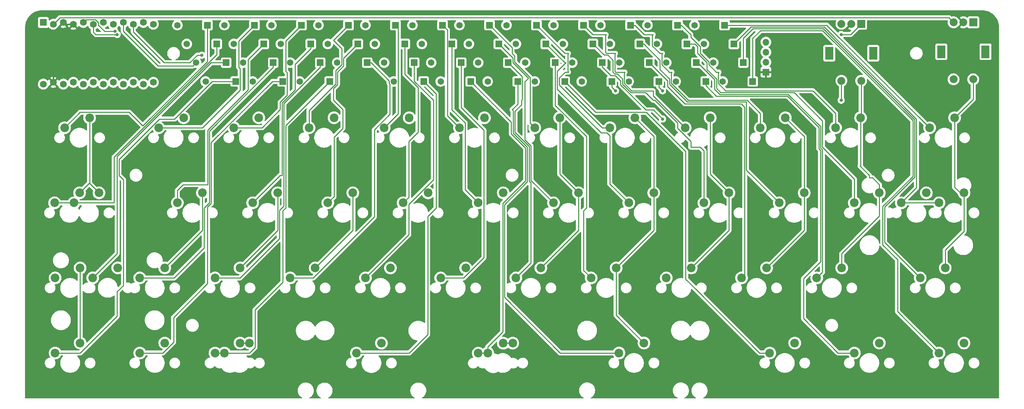
<source format=gtl>
%TF.GenerationSoftware,KiCad,Pcbnew,(6.0.0-0)*%
%TF.CreationDate,2022-06-29T18:32:48+02:00*%
%TF.ProjectId,litl,6c69746c-2e6b-4696-9361-645f70636258,rev?*%
%TF.SameCoordinates,Original*%
%TF.FileFunction,Copper,L1,Top*%
%TF.FilePolarity,Positive*%
%FSLAX46Y46*%
G04 Gerber Fmt 4.6, Leading zero omitted, Abs format (unit mm)*
G04 Created by KiCad (PCBNEW (6.0.0-0)) date 2022-06-29 18:32:48*
%MOMM*%
%LPD*%
G01*
G04 APERTURE LIST*
%TA.AperFunction,ComponentPad*%
%ADD10C,2.200000*%
%TD*%
%TA.AperFunction,ComponentPad*%
%ADD11C,1.651000*%
%TD*%
%TA.AperFunction,ComponentPad*%
%ADD12R,1.651000X1.651000*%
%TD*%
%TA.AperFunction,WasherPad*%
%ADD13R,2.000000X3.200000*%
%TD*%
%TA.AperFunction,ComponentPad*%
%ADD14R,2.000000X2.000000*%
%TD*%
%TA.AperFunction,ComponentPad*%
%ADD15C,2.000000*%
%TD*%
%TA.AperFunction,ComponentPad*%
%ADD16R,1.700000X1.700000*%
%TD*%
%TA.AperFunction,ComponentPad*%
%ADD17O,1.700000X1.700000*%
%TD*%
%TA.AperFunction,ComponentPad*%
%ADD18R,1.752600X1.752600*%
%TD*%
%TA.AperFunction,ComponentPad*%
%ADD19C,1.752600*%
%TD*%
%TA.AperFunction,ViaPad*%
%ADD20C,0.800000*%
%TD*%
%TA.AperFunction,Conductor*%
%ADD21C,0.254000*%
%TD*%
%TA.AperFunction,Conductor*%
%ADD22C,0.250000*%
%TD*%
%TA.AperFunction,Conductor*%
%ADD23C,0.381000*%
%TD*%
G04 APERTURE END LIST*
D10*
X107590000Y-71320000D03*
X101240000Y-73860000D03*
X98040000Y-90420000D03*
X91690000Y-92960000D03*
D11*
X103627500Y-38200000D03*
D12*
X111247500Y-38200000D03*
D10*
X59840000Y-90420000D03*
X53490000Y-92960000D03*
X47902500Y-90400000D03*
X41552500Y-92940000D03*
D11*
X125115000Y-33425000D03*
D12*
X132735000Y-33425000D03*
D11*
X134665000Y-28650000D03*
D12*
X142285000Y-28650000D03*
D10*
X262777500Y-71320000D03*
X256427500Y-73860000D03*
D11*
X67815000Y-38200000D03*
D12*
X75435000Y-38200000D03*
D10*
X193540000Y-90420000D03*
X187190000Y-92960000D03*
X141015000Y-52220000D03*
X134665000Y-54760000D03*
X219802500Y-109520000D03*
X213452500Y-112060000D03*
D11*
X101240000Y-33425000D03*
D12*
X108860000Y-33425000D03*
D11*
X63040000Y-28650000D03*
D12*
X70660000Y-28650000D03*
D10*
X121915000Y-52220000D03*
X115565000Y-54760000D03*
D11*
X172865000Y-33425000D03*
D12*
X180485000Y-33425000D03*
D10*
X174440000Y-90420000D03*
X168090000Y-92960000D03*
D11*
X77365000Y-33425000D03*
D12*
X84985000Y-33425000D03*
D11*
X115565000Y-38200000D03*
D12*
X123185000Y-38200000D03*
D10*
X136240000Y-90420000D03*
X129890000Y-92960000D03*
X253227500Y-71320000D03*
X246877500Y-73860000D03*
D11*
X165702500Y-42975000D03*
D12*
X173322500Y-42975000D03*
D10*
X181520000Y-109510000D03*
X175170000Y-112050000D03*
X145800000Y-109570000D03*
X139450000Y-112110000D03*
D11*
X79752500Y-38200000D03*
D12*
X87372500Y-38200000D03*
D10*
X38200000Y-71320000D03*
X31850000Y-73860000D03*
X179215000Y-52220000D03*
X172865000Y-54760000D03*
X260390000Y-52220000D03*
X254040000Y-54760000D03*
D11*
X201515000Y-42975000D03*
D12*
X209135000Y-42975000D03*
D11*
X86915000Y-28650000D03*
D12*
X94535000Y-28650000D03*
D10*
X78940000Y-90420000D03*
X72590000Y-92960000D03*
D11*
X196740000Y-33425000D03*
D12*
X204360000Y-33425000D03*
D10*
X117140000Y-90420000D03*
X110790000Y-92960000D03*
X40740000Y-52220000D03*
X34390000Y-54760000D03*
X83715000Y-52220000D03*
X77365000Y-54760000D03*
D11*
X127502500Y-38200000D03*
D12*
X135122500Y-38200000D03*
D11*
X187190000Y-38200000D03*
D12*
X194810000Y-38200000D03*
D11*
X158540000Y-28650000D03*
D12*
X166160000Y-28650000D03*
D10*
X59840000Y-109520000D03*
X53490000Y-112060000D03*
D13*
X228555400Y-35812500D03*
X239755400Y-35812500D03*
D14*
X236655400Y-28312500D03*
D15*
X231655400Y-28312500D03*
X234155400Y-28312500D03*
X231655400Y-42812500D03*
X236655400Y-42812500D03*
D10*
X217415000Y-52220000D03*
X211065000Y-54760000D03*
D11*
X94077500Y-42975000D03*
D12*
X101697500Y-42975000D03*
D11*
X148990000Y-33425000D03*
D12*
X156610000Y-33425000D03*
D11*
X160927500Y-33425000D03*
D12*
X168547500Y-33425000D03*
D10*
X203090000Y-71320000D03*
X196740000Y-73860000D03*
X183990000Y-71320000D03*
X177640000Y-73860000D03*
D11*
X194352500Y-28650000D03*
D12*
X201972500Y-28650000D03*
D11*
X117952500Y-42975000D03*
D12*
X125572500Y-42975000D03*
D11*
X163315000Y-38200000D03*
D12*
X170935000Y-38200000D03*
D10*
X126690000Y-71320000D03*
X120340000Y-73860000D03*
X88490000Y-71320000D03*
X82140000Y-73860000D03*
D11*
X199127500Y-38200000D03*
D12*
X206747500Y-38200000D03*
D13*
X257025000Y-35427000D03*
X268225000Y-35427000D03*
D14*
X265125000Y-27927000D03*
D15*
X260125000Y-27927000D03*
X262625000Y-27927000D03*
X260125000Y-42427000D03*
X265125000Y-42427000D03*
D10*
X102815000Y-52220000D03*
X96465000Y-54760000D03*
D11*
X98852500Y-28650000D03*
D12*
X106472500Y-28650000D03*
D10*
X145790000Y-71320000D03*
X139440000Y-73860000D03*
X262777500Y-109520000D03*
X256427500Y-112060000D03*
D11*
X110790000Y-28650000D03*
D12*
X118410000Y-28650000D03*
D10*
X160115000Y-52220000D03*
X153765000Y-54760000D03*
D11*
X137052500Y-33425000D03*
D12*
X144672500Y-33425000D03*
D10*
X164890000Y-71320000D03*
X158540000Y-73860000D03*
X198315000Y-52220000D03*
X191965000Y-54760000D03*
X38352500Y-109520000D03*
X32002500Y-112060000D03*
X231740000Y-90420000D03*
X225390000Y-92960000D03*
X148177500Y-109530000D03*
X141827500Y-112070000D03*
D11*
X153765000Y-42975000D03*
D12*
X161385000Y-42975000D03*
D11*
X65427500Y-33425000D03*
D12*
X73047500Y-33425000D03*
D11*
X177640000Y-42975000D03*
D12*
X185260000Y-42975000D03*
D10*
X222190000Y-71320000D03*
X215840000Y-73860000D03*
D16*
X212487500Y-40587500D03*
D17*
X212487500Y-38047500D03*
X212487500Y-35507500D03*
X212487500Y-32967500D03*
D10*
X241290000Y-109520000D03*
X234940000Y-112060000D03*
X81327500Y-109520000D03*
X74977500Y-112060000D03*
D11*
X184802500Y-33425000D03*
D12*
X192422500Y-33425000D03*
D10*
X78940000Y-109520000D03*
X72590000Y-112060000D03*
X212640000Y-90420000D03*
X206290000Y-92960000D03*
X114850000Y-109538000D03*
X108500000Y-112078000D03*
D11*
X70202500Y-42975000D03*
D12*
X77822500Y-42975000D03*
D11*
X129890000Y-42975000D03*
D12*
X137510000Y-42975000D03*
D10*
X64615000Y-52220000D03*
X58265000Y-54760000D03*
D11*
X74977500Y-28650000D03*
D12*
X82597500Y-28650000D03*
D11*
X113177500Y-33425000D03*
D12*
X120797500Y-33425000D03*
D11*
X82140000Y-42975000D03*
D12*
X89760000Y-42975000D03*
D10*
X258002500Y-90420000D03*
X251652500Y-92960000D03*
X155340000Y-90420000D03*
X148990000Y-92960000D03*
D11*
X170477500Y-28650000D03*
D12*
X178097500Y-28650000D03*
D11*
X141827500Y-42975000D03*
D12*
X149447500Y-42975000D03*
D11*
X151377500Y-38200000D03*
D12*
X158997500Y-38200000D03*
D11*
X91690000Y-38200000D03*
D12*
X99310000Y-38200000D03*
D10*
X38352500Y-90420000D03*
X32002500Y-92960000D03*
D11*
X139440000Y-38200000D03*
D12*
X147060000Y-38200000D03*
D10*
X236515000Y-52220000D03*
X230165000Y-54760000D03*
D11*
X89302500Y-33425000D03*
D12*
X96922500Y-33425000D03*
D11*
X182415000Y-28650000D03*
D12*
X190035000Y-28650000D03*
D10*
X69390000Y-71320000D03*
X63040000Y-73860000D03*
D11*
X122727500Y-28650000D03*
D12*
X130347500Y-28650000D03*
D11*
X146602500Y-28650000D03*
D12*
X154222500Y-28650000D03*
D11*
X175252500Y-38200000D03*
D12*
X182872500Y-38200000D03*
D11*
X189577500Y-42975000D03*
D12*
X197197500Y-42975000D03*
D10*
X43127500Y-71320000D03*
X36777500Y-73860000D03*
X241290000Y-71320000D03*
X234940000Y-73860000D03*
D18*
X29005000Y-27963900D03*
D19*
X31545000Y-28421100D03*
X34085000Y-27963900D03*
X36625000Y-28421100D03*
X39165000Y-27963900D03*
X41705000Y-28421100D03*
X44245000Y-27963900D03*
X46785000Y-28421100D03*
X49325000Y-27963900D03*
X51865000Y-28421100D03*
X54405000Y-27963900D03*
X56945000Y-28421100D03*
X56945000Y-43203900D03*
X54405000Y-43661100D03*
X51865000Y-43203900D03*
X49325000Y-43661100D03*
X46785000Y-43203900D03*
X44245000Y-43661100D03*
X41705000Y-43203900D03*
X39165000Y-43661100D03*
X36625000Y-43203900D03*
X34085000Y-43661100D03*
X31545000Y-43203900D03*
X29005000Y-43661100D03*
D20*
X47172931Y-30221414D03*
X47750000Y-31037500D03*
X69237500Y-36297500D03*
X186225000Y-52525000D03*
X186225000Y-45362500D03*
X231587500Y-31037500D03*
X174287500Y-45362500D03*
X231587500Y-47750000D03*
D21*
X231587500Y-31037500D02*
X233975000Y-31037500D01*
X233975000Y-31037500D02*
X236655400Y-28357100D01*
X236655400Y-28357100D02*
X236655400Y-28312500D01*
X42975000Y-28650000D02*
X44546414Y-30221414D01*
X44546414Y-30221414D02*
X47172931Y-30221414D01*
X42975000Y-28650000D02*
X42975000Y-27990067D01*
X42203222Y-27218289D02*
X39910611Y-27218289D01*
X42975000Y-27990067D02*
X42203222Y-27218289D01*
X39910611Y-27218289D02*
X39165000Y-27963900D01*
X47750000Y-31037500D02*
X42340000Y-31037500D01*
X42340000Y-31037500D02*
X41705000Y-30402500D01*
X41705000Y-30402500D02*
X41705000Y-28421100D01*
X50793489Y-50793489D02*
X38356511Y-50793489D01*
X38356511Y-50793489D02*
X34390000Y-54760000D01*
X70660000Y-28650000D02*
X70660000Y-37882252D01*
X70660000Y-37882252D02*
X54271126Y-54271126D01*
X54271126Y-54271126D02*
X50793489Y-50793489D01*
X78974511Y-45175489D02*
X69390000Y-54760000D01*
X82597500Y-28650000D02*
X78600489Y-32647011D01*
X78600489Y-32647011D02*
X78600489Y-39354713D01*
X78974511Y-39728735D02*
X78974511Y-45175489D01*
X78600489Y-39354713D02*
X78974511Y-39728735D01*
X69390000Y-54760000D02*
X58265000Y-54760000D01*
X90912011Y-40774511D02*
X90912011Y-46486932D01*
X84538897Y-54760000D02*
X77365000Y-54760000D01*
X90537989Y-40400489D02*
X90912011Y-40774511D01*
X90537989Y-32647011D02*
X90537989Y-40400489D01*
X89161397Y-48237546D02*
X89161397Y-50137500D01*
X94535000Y-28650000D02*
X90537989Y-32647011D01*
X89161397Y-50137500D02*
X84538897Y-54760000D01*
X90912011Y-46486932D02*
X89161397Y-48237546D01*
X103238505Y-43551005D02*
X103238505Y-40218186D01*
X104779511Y-38677180D02*
X104779511Y-34577011D01*
X103238505Y-40218186D02*
X104779511Y-38677180D01*
X104779511Y-34577011D02*
X102662500Y-32460000D01*
X102662500Y-32460000D02*
X106472500Y-28650000D01*
X96465000Y-50324510D02*
X103238505Y-43551005D01*
X96465000Y-54760000D02*
X96465000Y-50324510D01*
X118410000Y-28650000D02*
X119104511Y-29344511D01*
X119104511Y-29344511D02*
X119104511Y-51220489D01*
X119104511Y-51220489D02*
X115565000Y-54760000D01*
X131582989Y-29885489D02*
X131582989Y-51677989D01*
X130347500Y-28650000D02*
X131582989Y-29885489D01*
X131582989Y-51677989D02*
X134665000Y-54760000D01*
X148025000Y-34390000D02*
X148025000Y-35812500D01*
X148665531Y-38012146D02*
X152612989Y-41959604D01*
X152612989Y-53607989D02*
X153765000Y-54760000D01*
X148665531Y-36453031D02*
X148665531Y-38012146D01*
X152612989Y-41959604D02*
X152612989Y-53607989D01*
X142285000Y-28650000D02*
X148025000Y-34390000D01*
X148025000Y-35812500D02*
X148665531Y-36453031D01*
X162162989Y-35999511D02*
X162162989Y-40400489D01*
X161468478Y-40587500D02*
X159962500Y-42093478D01*
X154222500Y-28650000D02*
X161385000Y-35812500D01*
X162350000Y-40587500D02*
X161468478Y-40587500D01*
X170865978Y-54760000D02*
X172865000Y-54760000D01*
X162350000Y-35812500D02*
X162162989Y-35999511D01*
X159962500Y-42093478D02*
X159962500Y-43856522D01*
X162162989Y-40400489D02*
X162350000Y-40587500D01*
X159962500Y-43856522D02*
X170865978Y-54760000D01*
X161385000Y-35812500D02*
X162350000Y-35812500D01*
X171712989Y-31224511D02*
X171712989Y-35625489D01*
X174287500Y-35812500D02*
X174100489Y-35999511D01*
X174287500Y-40587500D02*
X176675000Y-40587500D01*
X176675000Y-40587500D02*
X176487989Y-40774511D01*
X176487989Y-43452180D02*
X178398309Y-45362500D01*
X183837500Y-45362500D02*
X183837500Y-46632500D01*
X166160000Y-28650000D02*
X168547500Y-31037500D01*
X171712989Y-35625489D02*
X171900000Y-35812500D01*
X174100489Y-40400489D02*
X174287500Y-40587500D01*
X178398309Y-45362500D02*
X183837500Y-45362500D01*
X168547500Y-31037500D02*
X171900000Y-31037500D01*
X171900000Y-35812500D02*
X174287500Y-35812500D01*
X176487989Y-40774511D02*
X176487989Y-43452180D01*
X174100489Y-35999511D02*
X174100489Y-40400489D01*
X171900000Y-31037500D02*
X171712989Y-31224511D01*
X183837500Y-46632500D02*
X191965000Y-54760000D01*
X186037989Y-35999511D02*
X186037989Y-38677180D01*
X207712500Y-47750000D02*
X211065000Y-51102500D01*
X188425489Y-40774511D02*
X188425489Y-43452180D01*
X187948309Y-40587500D02*
X188612500Y-40587500D01*
X181564500Y-31037500D02*
X183837500Y-31037500D01*
X192723309Y-47750000D02*
X207712500Y-47750000D01*
X179177000Y-28650000D02*
X181564500Y-31037500D01*
X185560809Y-35812500D02*
X186225000Y-35812500D01*
X188612500Y-40587500D02*
X188425489Y-40774511D01*
X211065000Y-51102500D02*
X211065000Y-54760000D01*
X186037989Y-38677180D02*
X187948309Y-40587500D01*
X178097500Y-28650000D02*
X179177000Y-28650000D01*
X183837500Y-31037500D02*
X183650489Y-31224511D01*
X188425489Y-43452180D02*
X192723309Y-47750000D01*
X183650489Y-31224511D02*
X183650489Y-33902180D01*
X183650489Y-33902180D02*
X185560809Y-35812500D01*
X186225000Y-35812500D02*
X186037989Y-35999511D01*
X190035000Y-28650000D02*
X191000000Y-28650000D01*
X195775000Y-34089191D02*
X195775000Y-35812500D01*
X224425000Y-45362500D02*
X230165000Y-51102500D01*
X197975489Y-38677180D02*
X199885809Y-40587500D01*
X202273309Y-45362500D02*
X224425000Y-45362500D01*
X191000000Y-28650000D02*
X193387500Y-31037500D01*
X200550000Y-40587500D02*
X200362989Y-40774511D01*
X193387500Y-31037500D02*
X193387500Y-31701691D01*
X193387500Y-31701691D02*
X195775000Y-34089191D01*
X200362989Y-43452180D02*
X202273309Y-45362500D01*
X230165000Y-51102500D02*
X230165000Y-54760000D01*
X200362989Y-40774511D02*
X200362989Y-43452180D01*
X197975489Y-38012989D02*
X197975489Y-38677180D01*
X199885809Y-40587500D02*
X200550000Y-40587500D01*
X195775000Y-35812500D02*
X197975489Y-38012989D01*
X227930000Y-28650000D02*
X201972500Y-28650000D01*
X254040000Y-54760000D02*
X227930000Y-28650000D01*
X197521969Y-38200843D02*
X197521969Y-39946969D01*
X201003520Y-45816020D02*
X219650000Y-45816020D01*
X219650000Y-45816020D02*
X226812500Y-52978520D01*
X226812500Y-59687500D02*
X234940000Y-67815000D01*
X195122218Y-35801092D02*
X197521969Y-38200843D01*
X194469435Y-33425000D02*
X195122218Y-34077783D01*
X234940000Y-67815000D02*
X234940000Y-73860000D01*
X195122218Y-34077783D02*
X195122218Y-35801092D01*
X199909469Y-42334469D02*
X199909469Y-44721969D01*
X192422500Y-33425000D02*
X194469435Y-33425000D01*
X197521969Y-39946969D02*
X199909469Y-42334469D01*
X226812500Y-52978520D02*
X226812500Y-59687500D01*
X199909469Y-44721969D02*
X201003520Y-45816020D01*
X73047500Y-36136126D02*
X46995460Y-62188166D01*
X73047500Y-33425000D02*
X73047500Y-36136126D01*
X36777500Y-73860000D02*
X31850000Y-73860000D01*
X46995460Y-73860000D02*
X36777500Y-73860000D01*
X46995460Y-62188166D02*
X46995460Y-73860000D01*
X70717960Y-55384857D02*
X70717960Y-69237500D01*
X63040000Y-70660000D02*
X63040000Y-73860000D01*
X80957658Y-45145159D02*
X70717960Y-55384857D01*
X80957658Y-37452342D02*
X80957658Y-45145159D01*
X84985000Y-33425000D02*
X80957658Y-37452342D01*
X64462500Y-69237500D02*
X63040000Y-70660000D01*
X70717960Y-69237500D02*
X64462500Y-69237500D01*
X96922500Y-34596691D02*
X92925489Y-38593702D01*
X89614917Y-48425400D02*
X92925489Y-45114828D01*
X92925489Y-38593702D02*
X92925489Y-45114828D01*
X89614917Y-48425400D02*
X89614917Y-66850000D01*
X89150000Y-66850000D02*
X82140000Y-73860000D01*
X89614917Y-66850000D02*
X89150000Y-66850000D01*
X96922500Y-33425000D02*
X96922500Y-34596691D01*
X102662500Y-44768385D02*
X103692025Y-43738859D01*
X102662500Y-47706304D02*
X102662500Y-44768385D01*
X102815000Y-72285000D02*
X102815000Y-57147500D01*
X102815000Y-57147500D02*
X105050000Y-54912500D01*
X105050000Y-54912500D02*
X105050000Y-50093804D01*
X105233031Y-39046494D02*
X105233031Y-37051969D01*
X103692025Y-43738859D02*
X103692025Y-40587500D01*
X105050000Y-50093804D02*
X102662500Y-47706304D01*
X103692025Y-40587500D02*
X105233031Y-39046494D01*
X105233031Y-37051969D02*
X108860000Y-33425000D01*
X101240000Y-73860000D02*
X102815000Y-72285000D01*
X120797500Y-33425000D02*
X120797500Y-41145396D01*
X121762500Y-58257936D02*
X121762500Y-72437500D01*
X120797500Y-41145396D02*
X124150000Y-44497896D01*
X121762500Y-72437500D02*
X120340000Y-73860000D01*
X124150000Y-44497896D02*
X124150000Y-55870436D01*
X124150000Y-55870436D02*
X121762500Y-58257936D01*
X132735000Y-33425000D02*
X132735000Y-50167867D01*
X136098479Y-53531346D02*
X136098479Y-70518479D01*
X136098479Y-70518479D02*
X139440000Y-73860000D01*
X132735000Y-50167867D02*
X136098479Y-53531346D01*
X148212011Y-36964511D02*
X148212011Y-38200000D01*
X148212011Y-38200000D02*
X152159469Y-42147458D01*
X152800000Y-68120000D02*
X158540000Y-73860000D01*
X152159469Y-42147458D02*
X151268479Y-43038448D01*
X151268479Y-43038448D02*
X151268479Y-57808043D01*
X151268479Y-57808043D02*
X152800000Y-59339564D01*
X152800000Y-59339564D02*
X152800000Y-68120000D01*
X144672500Y-33425000D02*
X148212011Y-36964511D01*
X161385000Y-38200000D02*
X161709469Y-38200000D01*
X159508980Y-40400489D02*
X159508980Y-44908980D01*
X156610000Y-33425000D02*
X161385000Y-38200000D01*
X172103043Y-56073479D02*
X172821521Y-56791957D01*
X170673479Y-56073479D02*
X172103043Y-56073479D01*
X172821521Y-56791957D02*
X172821521Y-69041521D01*
X159508980Y-44908980D02*
X170673479Y-56073479D01*
X161709469Y-38200000D02*
X159508980Y-40400489D01*
X172821521Y-69041521D02*
X177640000Y-73860000D01*
X190044313Y-53480687D02*
X190044313Y-54856705D01*
X168547500Y-33425000D02*
X171388520Y-36266020D01*
X176034469Y-42334469D02*
X176034469Y-43640034D01*
X183837500Y-47750000D02*
X184313626Y-47750000D01*
X193387500Y-58199892D02*
X193387500Y-59687500D01*
X190044313Y-54856705D02*
X193387500Y-58199892D01*
X174741020Y-41041020D02*
X176034469Y-42334469D01*
X195775000Y-59687500D02*
X193387500Y-59687500D01*
X196740000Y-60652500D02*
X196740000Y-73860000D01*
X176034469Y-43640034D02*
X178210455Y-45816020D01*
X171388520Y-36266020D02*
X172353520Y-36266020D01*
X184313626Y-47750000D02*
X190044313Y-53480687D01*
X174099646Y-41041020D02*
X174741020Y-41041020D01*
X172353520Y-36266020D02*
X173646969Y-37559469D01*
X195775000Y-59687500D02*
X196740000Y-60652500D01*
X181903520Y-45816020D02*
X183837500Y-47750000D01*
X173646969Y-40588343D02*
X174099646Y-41041020D01*
X173646969Y-37559469D02*
X173646969Y-40588343D01*
X178210455Y-45816020D02*
X181903520Y-45816020D01*
X207524646Y-65544646D02*
X215840000Y-73860000D01*
X181450000Y-33425000D02*
X185584469Y-37559469D01*
X192535455Y-48203520D02*
X207524646Y-48203520D01*
X207524646Y-48203520D02*
X207524646Y-65544646D01*
X180485000Y-33425000D02*
X181450000Y-33425000D01*
X185584469Y-39946969D02*
X187971969Y-42334469D01*
X187971969Y-43640034D02*
X192535455Y-48203520D01*
X187971969Y-42334469D02*
X187971969Y-43640034D01*
X185584469Y-37559469D02*
X185584469Y-39946969D01*
X227266020Y-29103520D02*
X208681480Y-29103520D01*
X246877500Y-73860000D02*
X250687500Y-70050000D01*
X256427500Y-73860000D02*
X246877500Y-73860000D01*
X250687500Y-52525000D02*
X227266020Y-29103520D01*
X250687500Y-70050000D02*
X250687500Y-52525000D01*
X208681480Y-29103520D02*
X204360000Y-33425000D01*
X49325000Y-30225000D02*
X49325000Y-27963900D01*
X66989500Y-39025500D02*
X58125500Y-39025500D01*
X67815000Y-38200000D02*
X66989500Y-39025500D01*
X58125500Y-39025500D02*
X49325000Y-30225000D01*
X47750000Y-62075000D02*
X71625000Y-38200000D01*
X71625000Y-38200000D02*
X75435000Y-38200000D01*
X41552500Y-92940000D02*
X47750000Y-86742500D01*
X47750000Y-86742500D02*
X47750000Y-62075000D01*
X69237500Y-36297500D02*
X68088309Y-36297500D01*
X68088309Y-36297500D02*
X66185809Y-38200000D01*
X51865000Y-30377500D02*
X51865000Y-28421100D01*
X59687500Y-38200000D02*
X51865000Y-30377500D01*
X66185809Y-38200000D02*
X59687500Y-38200000D01*
X87372500Y-39371691D02*
X71171480Y-55572711D01*
X69841520Y-75154606D02*
X69841520Y-85335001D01*
X62216521Y-92960000D02*
X53490000Y-92960000D01*
X71171480Y-73824646D02*
X69841520Y-75154606D01*
X69841520Y-85335001D02*
X62216521Y-92960000D01*
X87372500Y-38200000D02*
X87372500Y-39371691D01*
X71171480Y-55572711D02*
X71171480Y-73824646D01*
X78940000Y-92960000D02*
X72590000Y-92960000D01*
X99310000Y-39371691D02*
X90068437Y-48613254D01*
X90068437Y-48613254D02*
X90068437Y-74669063D01*
X99310000Y-38200000D02*
X99310000Y-39371691D01*
X88941520Y-75795980D02*
X88941520Y-82958480D01*
X90068437Y-74669063D02*
X88941520Y-75795980D01*
X88941520Y-82958480D02*
X78940000Y-92960000D01*
X116800489Y-42787989D02*
X116800489Y-43452180D01*
X111247500Y-38200000D02*
X112212500Y-38200000D01*
X116987500Y-43639191D02*
X116987500Y-51320108D01*
X116987500Y-51320108D02*
X113068479Y-55239129D01*
X112212500Y-38200000D02*
X116800489Y-42787989D01*
X116800489Y-43452180D02*
X116987500Y-43639191D01*
X97517392Y-92960000D02*
X91690000Y-92960000D01*
X113068479Y-55239129D02*
X113068479Y-77408913D01*
X113068479Y-77408913D02*
X97517392Y-92960000D01*
X128043478Y-47750000D02*
X128043478Y-67949130D01*
X121766511Y-74226097D02*
X121766511Y-81983489D01*
X128043478Y-67949130D02*
X121766511Y-74226097D01*
X123185000Y-42891522D02*
X128043478Y-47750000D01*
X121766511Y-81983489D02*
X110790000Y-92960000D01*
X123185000Y-38200000D02*
X123185000Y-42891522D01*
X140873479Y-55336957D02*
X140873479Y-87803913D01*
X135122500Y-38200000D02*
X135122500Y-49585978D01*
X135122500Y-49585978D02*
X140873479Y-55336957D01*
X135717392Y-92960000D02*
X129890000Y-92960000D01*
X140873479Y-87803913D02*
X135717392Y-92960000D01*
X148728997Y-55909935D02*
X152346480Y-59527418D01*
X150599511Y-47562989D02*
X150412500Y-47750000D01*
X152346480Y-59527418D02*
X152346480Y-68307854D01*
X148728997Y-50575831D02*
X148728997Y-55909935D01*
X152800000Y-68761374D02*
X152800000Y-89150000D01*
X150599511Y-41739511D02*
X150599511Y-47562989D01*
X150412500Y-47750000D02*
X150412500Y-48892328D01*
X152346480Y-68307854D02*
X152800000Y-68761374D01*
X152800000Y-89150000D02*
X148990000Y-92960000D01*
X150412500Y-48892328D02*
X148728997Y-50575831D01*
X147060000Y-38200000D02*
X150599511Y-41739511D01*
X166921957Y-75173479D02*
X166203479Y-75891957D01*
X158997500Y-38200000D02*
X158997500Y-49085108D01*
X166203479Y-75891957D02*
X166203479Y-91073479D01*
X166921957Y-57009565D02*
X166921957Y-75173479D01*
X158997500Y-49085108D02*
X166921957Y-57009565D01*
X166203479Y-91073479D02*
X168090000Y-92960000D01*
X183920124Y-50220124D02*
X186225000Y-52525000D01*
X173150040Y-41494540D02*
X174229540Y-41494540D01*
X175580949Y-42845949D02*
X175580949Y-43827888D01*
X170935000Y-39279500D02*
X173150040Y-41494540D01*
X174229540Y-41494540D02*
X175580949Y-42845949D01*
X175580949Y-43827888D02*
X181973185Y-50220124D01*
X170935000Y-38200000D02*
X170935000Y-39279500D01*
X181973185Y-50220124D02*
X183920124Y-50220124D01*
X187518449Y-44268449D02*
X191907040Y-48657040D01*
X187518449Y-42845949D02*
X187518449Y-44268449D01*
X207071126Y-92178874D02*
X206290000Y-92960000D01*
X206232040Y-48657040D02*
X207071126Y-49496126D01*
X191907040Y-48657040D02*
X206232040Y-48657040D01*
X207071126Y-49496126D02*
X207071126Y-92178874D01*
X182872500Y-38200000D02*
X187518449Y-42845949D01*
X218169540Y-46269540D02*
X226358980Y-54458980D01*
X226358980Y-59875354D02*
X226812500Y-60328874D01*
X199455949Y-42522323D02*
X199455949Y-44909823D01*
X226358980Y-54458980D02*
X226358980Y-59875354D01*
X200815666Y-46269540D02*
X218169540Y-46269540D01*
X195133626Y-38200000D02*
X199455949Y-42522323D01*
X226812500Y-60328874D02*
X226812500Y-91537500D01*
X226812500Y-91537500D02*
X225390000Y-92960000D01*
X194810000Y-38200000D02*
X195133626Y-38200000D01*
X199455949Y-44909823D02*
X200815666Y-46269540D01*
X209192960Y-29557040D02*
X227078166Y-29557040D01*
X206747500Y-38200000D02*
X206747500Y-32002500D01*
X250233980Y-67303520D02*
X242603479Y-74934021D01*
X242603479Y-74934021D02*
X242603479Y-83910979D01*
X242603479Y-83910979D02*
X251652500Y-92960000D01*
X206747500Y-32002500D02*
X209192960Y-29557040D01*
X250233980Y-52712854D02*
X250233980Y-67303520D01*
X227078166Y-29557040D02*
X250233980Y-52712854D01*
X194853479Y-96008043D02*
X210905436Y-112060000D01*
X192113489Y-60800989D02*
X192113489Y-93252580D01*
X169203489Y-50793489D02*
X182105989Y-50793489D01*
X194853479Y-95992570D02*
X194853479Y-96008043D01*
X210905436Y-112060000D02*
X213452500Y-112060000D01*
X161385000Y-42975000D02*
X169203489Y-50793489D01*
X192113489Y-93252580D02*
X194853479Y-95992570D01*
X182105989Y-50793489D02*
X192113489Y-60800989D01*
X71842608Y-42975000D02*
X62292608Y-52525000D01*
X47750000Y-96437936D02*
X47750000Y-102662500D01*
X77822500Y-42975000D02*
X71842608Y-42975000D01*
X38352500Y-112060000D02*
X32002500Y-112060000D01*
X49329011Y-94858925D02*
X47750000Y-96437936D01*
X48203520Y-66850000D02*
X49329011Y-67975491D01*
X62292608Y-52525000D02*
X58482608Y-52525000D01*
X58482608Y-52525000D02*
X48203520Y-62804088D01*
X47750000Y-102662500D02*
X38352500Y-112060000D01*
X49329011Y-67975491D02*
X49329011Y-94858925D01*
X48203520Y-62804088D02*
X48203520Y-66850000D01*
X59317392Y-112060000D02*
X53490000Y-112060000D01*
X87132608Y-42975000D02*
X71625000Y-58482608D01*
X62075000Y-103010436D02*
X62075000Y-109302392D01*
X70703479Y-94381957D02*
X62075000Y-103010436D01*
X89760000Y-42975000D02*
X87132608Y-42975000D01*
X71625000Y-74012500D02*
X70703479Y-74934021D01*
X71625000Y-58482608D02*
X71625000Y-74012500D01*
X70703479Y-74934021D02*
X70703479Y-94381957D01*
X62075000Y-109302392D02*
X59317392Y-112060000D01*
X82754011Y-101083489D02*
X82754011Y-110633489D01*
X74977500Y-112060000D02*
X72590000Y-112060000D01*
X90521957Y-75173479D02*
X89803479Y-75891957D01*
X101697500Y-42975000D02*
X90521957Y-54150543D01*
X82754011Y-110633489D02*
X81327500Y-112060000D01*
X90521957Y-54150543D02*
X90521957Y-75173479D01*
X89803479Y-94034021D02*
X82754011Y-101083489D01*
X89803479Y-75891957D02*
X89803479Y-94034021D01*
X81327500Y-112060000D02*
X74977500Y-112060000D01*
X121870909Y-112078000D02*
X108500000Y-112078000D01*
X126586521Y-107362388D02*
X121870909Y-112078000D01*
X126586521Y-77308915D02*
X126586521Y-107362388D01*
X125572500Y-42975000D02*
X128721957Y-46124457D01*
X128721957Y-46124457D02*
X128721957Y-75173479D01*
X128721957Y-75173479D02*
X126586521Y-77308915D01*
X151439440Y-68210560D02*
X145637500Y-74012500D01*
X145637500Y-106704366D02*
X141827500Y-110514366D01*
X137510000Y-42975000D02*
X147821957Y-53286957D01*
X141827500Y-112070000D02*
X139490000Y-112070000D01*
X151439440Y-59903126D02*
X151439440Y-68210560D01*
X139490000Y-112070000D02*
X139450000Y-112110000D01*
X141827500Y-110514366D02*
X141827500Y-112070000D01*
X145637500Y-74012500D02*
X145637500Y-106704366D01*
X147821957Y-53286957D02*
X147821957Y-56285643D01*
X147821957Y-56285643D02*
X151439440Y-59903126D01*
X160253520Y-112050000D02*
X175170000Y-112050000D01*
X151892960Y-68495708D02*
X146091020Y-74297648D01*
X149447500Y-48715000D02*
X148025000Y-50137500D01*
X149447500Y-42975000D02*
X149447500Y-48715000D01*
X146091020Y-97887500D02*
X160253520Y-112050000D01*
X148275477Y-56097789D02*
X151892960Y-59715272D01*
X148025000Y-50137500D02*
X148275477Y-50387977D01*
X151892960Y-59715272D02*
X151892960Y-68495708D01*
X148275477Y-50387977D02*
X148275477Y-56097789D01*
X146091020Y-74297648D02*
X146091020Y-97887500D01*
X234940000Y-112060000D02*
X230800000Y-112060000D01*
X197197500Y-44054500D02*
X197197500Y-42975000D01*
X225905460Y-60063208D02*
X225905460Y-54646834D01*
X230800000Y-112060000D02*
X222037500Y-103297500D01*
X222037500Y-93112500D02*
X226358980Y-88791020D01*
X226358980Y-88791020D02*
X226358980Y-60516728D01*
X226358980Y-60516728D02*
X225905460Y-60063208D01*
X222037500Y-103297500D02*
X222037500Y-93112500D01*
X225905460Y-54646834D02*
X217981686Y-46723060D01*
X217981686Y-46723060D02*
X199866060Y-46723060D01*
X199866060Y-46723060D02*
X197197500Y-44054500D01*
X209135000Y-42975000D02*
X209135000Y-32002500D01*
X249780460Y-67115666D02*
X242149959Y-74746167D01*
X242149959Y-84574959D02*
X245912500Y-88337500D01*
X249780460Y-52900708D02*
X249780460Y-67115666D01*
X242149959Y-74746167D02*
X242149959Y-84574959D01*
X245912500Y-101545000D02*
X256427500Y-112060000D01*
X226890312Y-30010560D02*
X249780460Y-52900708D01*
X245912500Y-88337500D02*
X245912500Y-101545000D01*
X211126940Y-30010560D02*
X226890312Y-30010560D01*
X209135000Y-32002500D02*
X211126940Y-30010560D01*
X185260000Y-44397500D02*
X185260000Y-42975000D01*
X186225000Y-45362500D02*
X185260000Y-44397500D01*
D22*
X40740000Y-68780000D02*
X40740000Y-68932500D01*
X40740000Y-68780000D02*
X40740000Y-52220000D01*
X69390000Y-80870000D02*
X59840000Y-90420000D01*
X38200000Y-71320000D02*
X40740000Y-68780000D01*
X40740000Y-68932500D02*
X43127500Y-71320000D01*
X69390000Y-71320000D02*
X69390000Y-80870000D01*
X38352500Y-109520000D02*
X38352500Y-90420000D01*
X107590000Y-71320000D02*
X107590000Y-80870000D01*
X78940000Y-90420000D02*
X88490000Y-80870000D01*
X88490000Y-80870000D02*
X88490000Y-71320000D01*
X78940000Y-109520000D02*
X81327500Y-109520000D01*
X107590000Y-80870000D02*
X98040000Y-90420000D01*
X145800000Y-109570000D02*
X148137500Y-109570000D01*
X148137500Y-109570000D02*
X148177500Y-109530000D01*
X164890000Y-80870000D02*
X155340000Y-90420000D01*
X181520000Y-109510000D02*
X174440000Y-102430000D01*
X183990000Y-80870000D02*
X183990000Y-71320000D01*
X174440000Y-102430000D02*
X174440000Y-90420000D01*
X183990000Y-56995000D02*
X179215000Y-52220000D01*
X183990000Y-71320000D02*
X183990000Y-56995000D01*
X164890000Y-71320000D02*
X164890000Y-80870000D01*
X174440000Y-90420000D02*
X183990000Y-80870000D01*
X160115000Y-66545000D02*
X164890000Y-71320000D01*
X160115000Y-52220000D02*
X160115000Y-66545000D01*
X222190000Y-80870000D02*
X222190000Y-71320000D01*
X198315000Y-52220000D02*
X198315000Y-66545000D01*
X222190000Y-56995000D02*
X217415000Y-52220000D01*
X222190000Y-71320000D02*
X222190000Y-56995000D01*
X212640000Y-90420000D02*
X222190000Y-80870000D01*
X203090000Y-71320000D02*
X203090000Y-80870000D01*
X198315000Y-66545000D02*
X203090000Y-71320000D01*
X203090000Y-80870000D02*
X193540000Y-90420000D01*
X241290000Y-69216171D02*
X241290000Y-71320000D01*
X236515000Y-52220000D02*
X236515000Y-64310000D01*
X236655400Y-42812500D02*
X236655400Y-52079600D01*
X258002500Y-85866919D02*
X258002500Y-90420000D01*
X262777500Y-71320000D02*
X262777500Y-81091919D01*
X238750000Y-66850000D02*
X238750000Y-67500479D01*
X236515000Y-64310000D02*
X236362500Y-64462500D01*
X239574308Y-67500479D02*
X241290000Y-69216171D01*
X241290000Y-71320000D02*
X241290000Y-77218081D01*
X262777500Y-81091919D02*
X258002500Y-85866919D01*
X260390000Y-69888829D02*
X261821171Y-71320000D01*
X238750000Y-67500479D02*
X239574308Y-67500479D01*
X260390000Y-52220000D02*
X260390000Y-69888829D01*
X231740000Y-86768081D02*
X231740000Y-90420000D01*
X236362500Y-64462500D02*
X238750000Y-66850000D01*
X236655400Y-52079600D02*
X236515000Y-52220000D01*
X261821171Y-71320000D02*
X262777500Y-71320000D01*
X265125000Y-42427000D02*
X265125000Y-47485000D01*
X241290000Y-77218081D02*
X231740000Y-86768081D01*
X265125000Y-47485000D02*
X260390000Y-52220000D01*
D21*
X33205011Y-26761089D02*
X258959089Y-26761089D01*
X258959089Y-26761089D02*
X260125000Y-27927000D01*
X31545000Y-28421100D02*
X33205011Y-26761089D01*
X174287500Y-45362500D02*
X173322500Y-44397500D01*
X173322500Y-44397500D02*
X173322500Y-42975000D01*
X231655400Y-47682100D02*
X231587500Y-47750000D01*
X231655400Y-42812500D02*
X231655400Y-47682100D01*
D23*
X34542200Y-28421100D02*
X34085000Y-27963900D01*
X31545000Y-30503900D02*
X34085000Y-27963900D01*
X36625000Y-28421100D02*
X34542200Y-28421100D01*
X31545000Y-43203900D02*
X31545000Y-30503900D01*
%TA.AperFunction,Conductor*%
G36*
X267370057Y-24884500D02*
G01*
X267384858Y-24886805D01*
X267384861Y-24886805D01*
X267393730Y-24888186D01*
X267413626Y-24885584D01*
X267435784Y-24884654D01*
X267787891Y-24900933D01*
X267799480Y-24902007D01*
X268178295Y-24954850D01*
X268189735Y-24956989D01*
X268562059Y-25044558D01*
X268573235Y-25047738D01*
X268754569Y-25108515D01*
X268935894Y-25169290D01*
X268946746Y-25173494D01*
X269296641Y-25327987D01*
X269307059Y-25333175D01*
X269641191Y-25519285D01*
X269651086Y-25525411D01*
X269966636Y-25741568D01*
X269975924Y-25748582D01*
X270270184Y-25992933D01*
X270278784Y-26000774D01*
X270549226Y-26271216D01*
X270557067Y-26279816D01*
X270801418Y-26574076D01*
X270808432Y-26583364D01*
X271024589Y-26898914D01*
X271030715Y-26908809D01*
X271216825Y-27242941D01*
X271222013Y-27253359D01*
X271376506Y-27603254D01*
X271380710Y-27614106D01*
X271411773Y-27706785D01*
X271501987Y-27975943D01*
X271502259Y-27976756D01*
X271505442Y-27987941D01*
X271568610Y-28256517D01*
X271593011Y-28360265D01*
X271595150Y-28371705D01*
X271647993Y-28750520D01*
X271649067Y-28762109D01*
X271665003Y-29106816D01*
X271663638Y-29132015D01*
X271661814Y-29143730D01*
X271662978Y-29152632D01*
X271662978Y-29152635D01*
X271665936Y-29175251D01*
X271667000Y-29191589D01*
X271667000Y-123516000D01*
X271646998Y-123584121D01*
X271593342Y-123630614D01*
X271541000Y-123642000D01*
X196652687Y-123642000D01*
X196584566Y-123621998D01*
X196538073Y-123568342D01*
X196527969Y-123498068D01*
X196557463Y-123433488D01*
X196593534Y-123404749D01*
X196713830Y-123340787D01*
X196713836Y-123340783D01*
X196717722Y-123338717D01*
X196721282Y-123336130D01*
X196721286Y-123336128D01*
X196944238Y-123174145D01*
X196944241Y-123174142D01*
X196947801Y-123171556D01*
X196965831Y-123154145D01*
X197149210Y-122977057D01*
X197149214Y-122977053D01*
X197152375Y-122974000D01*
X197165613Y-122957057D01*
X197324753Y-122753367D01*
X197327465Y-122749896D01*
X197365320Y-122684329D01*
X197467456Y-122507425D01*
X197467459Y-122507420D01*
X197469661Y-122503605D01*
X197471311Y-122499521D01*
X197471314Y-122499515D01*
X197574547Y-122244002D01*
X197576196Y-122239921D01*
X197582248Y-122215650D01*
X197614242Y-122087328D01*
X197644997Y-121963976D01*
X197646651Y-121948247D01*
X197674265Y-121685510D01*
X197674265Y-121685507D01*
X197674724Y-121681141D01*
X197674571Y-121676747D01*
X197664953Y-121401319D01*
X197664952Y-121401313D01*
X197664799Y-121396922D01*
X197661273Y-121376922D01*
X197617588Y-121129173D01*
X197615415Y-121116850D01*
X197614060Y-121112679D01*
X197614058Y-121112672D01*
X197528894Y-120850566D01*
X197527533Y-120846377D01*
X197519822Y-120830566D01*
X197408692Y-120602719D01*
X197402863Y-120590767D01*
X197400408Y-120587128D01*
X197400405Y-120587122D01*
X197249229Y-120362995D01*
X197243833Y-120354995D01*
X197053537Y-120143650D01*
X196835680Y-119960846D01*
X196594502Y-119810141D01*
X196334696Y-119694469D01*
X196061321Y-119616079D01*
X196056967Y-119615467D01*
X196056962Y-119615466D01*
X195883333Y-119591065D01*
X195779696Y-119576500D01*
X195566482Y-119576500D01*
X195564296Y-119576653D01*
X195564292Y-119576653D01*
X195358185Y-119591065D01*
X195358180Y-119591066D01*
X195353800Y-119591372D01*
X195075623Y-119650501D01*
X195071494Y-119652004D01*
X195071490Y-119652005D01*
X194812526Y-119746260D01*
X194812522Y-119746262D01*
X194808381Y-119747769D01*
X194804491Y-119749837D01*
X194804485Y-119749840D01*
X194561170Y-119879213D01*
X194561164Y-119879217D01*
X194557278Y-119881283D01*
X194553718Y-119883870D01*
X194553714Y-119883872D01*
X194330762Y-120045855D01*
X194327199Y-120048444D01*
X194324035Y-120051500D01*
X194324032Y-120051502D01*
X194125790Y-120242943D01*
X194125786Y-120242947D01*
X194122625Y-120246000D01*
X194119918Y-120249465D01*
X194119916Y-120249467D01*
X194009596Y-120390670D01*
X193947535Y-120470104D01*
X193945332Y-120473920D01*
X193814525Y-120700485D01*
X193805339Y-120716395D01*
X193803689Y-120720479D01*
X193803686Y-120720485D01*
X193749591Y-120854377D01*
X193698804Y-120980079D01*
X193630003Y-121256024D01*
X193629544Y-121260392D01*
X193629543Y-121260397D01*
X193617751Y-121372592D01*
X193600276Y-121538859D01*
X193600429Y-121543247D01*
X193600429Y-121543253D01*
X193609654Y-121807408D01*
X193610201Y-121823078D01*
X193610963Y-121827401D01*
X193610964Y-121827408D01*
X193635798Y-121968247D01*
X193659585Y-122103150D01*
X193660940Y-122107321D01*
X193660942Y-122107328D01*
X193706624Y-122247921D01*
X193747467Y-122373623D01*
X193749395Y-122377576D01*
X193749397Y-122377581D01*
X193753299Y-122385581D01*
X193872137Y-122629233D01*
X193874592Y-122632872D01*
X193874595Y-122632878D01*
X193937461Y-122726080D01*
X194031167Y-122865005D01*
X194221463Y-123076350D01*
X194439320Y-123259154D01*
X194443052Y-123261486D01*
X194679357Y-123409146D01*
X194726527Y-123462207D01*
X194737522Y-123532347D01*
X194708851Y-123597297D01*
X194649617Y-123636436D01*
X194612587Y-123642000D01*
X191857573Y-123642000D01*
X191789452Y-123621998D01*
X191742959Y-123568342D01*
X191732855Y-123498068D01*
X191762349Y-123433488D01*
X191798418Y-123404750D01*
X191960222Y-123318717D01*
X191963782Y-123316130D01*
X191963786Y-123316128D01*
X192186738Y-123154145D01*
X192186741Y-123154142D01*
X192190301Y-123151556D01*
X192256965Y-123087179D01*
X192391710Y-122957057D01*
X192391714Y-122957053D01*
X192394875Y-122954000D01*
X192569965Y-122729896D01*
X192628083Y-122629233D01*
X192709956Y-122487425D01*
X192709959Y-122487420D01*
X192712161Y-122483605D01*
X192713811Y-122479521D01*
X192713814Y-122479515D01*
X192817047Y-122224002D01*
X192818696Y-122219921D01*
X192887497Y-121943976D01*
X192917224Y-121661141D01*
X192913387Y-121551253D01*
X192907453Y-121381319D01*
X192907452Y-121381313D01*
X192907299Y-121376922D01*
X192885229Y-121251753D01*
X192862115Y-121120672D01*
X192857915Y-121096850D01*
X192856560Y-121092679D01*
X192856558Y-121092672D01*
X192771394Y-120830566D01*
X192770033Y-120826377D01*
X192645363Y-120570767D01*
X192642908Y-120567128D01*
X192642905Y-120567122D01*
X192488792Y-120338641D01*
X192486333Y-120334995D01*
X192296037Y-120123650D01*
X192078180Y-119940846D01*
X191837002Y-119790141D01*
X191577196Y-119674469D01*
X191303821Y-119596079D01*
X191299467Y-119595467D01*
X191299462Y-119595466D01*
X191125833Y-119571065D01*
X191022196Y-119556500D01*
X190808982Y-119556500D01*
X190806796Y-119556653D01*
X190806792Y-119556653D01*
X190600685Y-119571065D01*
X190600680Y-119571066D01*
X190596300Y-119571372D01*
X190318123Y-119630501D01*
X190313994Y-119632004D01*
X190313990Y-119632005D01*
X190055026Y-119726260D01*
X190055022Y-119726262D01*
X190050881Y-119727769D01*
X190046991Y-119729837D01*
X190046985Y-119729840D01*
X189803670Y-119859213D01*
X189803664Y-119859217D01*
X189799778Y-119861283D01*
X189796218Y-119863870D01*
X189796214Y-119863872D01*
X189573262Y-120025855D01*
X189569699Y-120028444D01*
X189566535Y-120031500D01*
X189566532Y-120031502D01*
X189368290Y-120222943D01*
X189368286Y-120222947D01*
X189365125Y-120226000D01*
X189362418Y-120229465D01*
X189362416Y-120229467D01*
X189349499Y-120246000D01*
X189190035Y-120450104D01*
X189187832Y-120453920D01*
X189106542Y-120594719D01*
X189047839Y-120696395D01*
X189046189Y-120700479D01*
X189046186Y-120700485D01*
X188987242Y-120846377D01*
X188941304Y-120960079D01*
X188940240Y-120964348D01*
X188940239Y-120964350D01*
X188934323Y-120988079D01*
X188872503Y-121236024D01*
X188872044Y-121240392D01*
X188872043Y-121240397D01*
X188870401Y-121256024D01*
X188842776Y-121518859D01*
X188842929Y-121523247D01*
X188842929Y-121523253D01*
X188848875Y-121693510D01*
X188852701Y-121803078D01*
X188853463Y-121807401D01*
X188853464Y-121807408D01*
X188881711Y-121967603D01*
X188902085Y-122083150D01*
X188903440Y-122087321D01*
X188903442Y-122087328D01*
X188954349Y-122244002D01*
X188989967Y-122353623D01*
X188991895Y-122357576D01*
X188991897Y-122357581D01*
X189005554Y-122385581D01*
X189114637Y-122609233D01*
X189117092Y-122612872D01*
X189117095Y-122612878D01*
X189224199Y-122771665D01*
X189273667Y-122845005D01*
X189276611Y-122848274D01*
X189276612Y-122848276D01*
X189315894Y-122891903D01*
X189463963Y-123056350D01*
X189681820Y-123239154D01*
X189922998Y-123389859D01*
X189947730Y-123400870D01*
X189947781Y-123400893D01*
X190001877Y-123446873D01*
X190022527Y-123514800D01*
X190003175Y-123583108D01*
X189949964Y-123630110D01*
X189896533Y-123642000D01*
X168057573Y-123642000D01*
X167989452Y-123621998D01*
X167942959Y-123568342D01*
X167932855Y-123498068D01*
X167962349Y-123433488D01*
X167998418Y-123404750D01*
X168160222Y-123318717D01*
X168163782Y-123316130D01*
X168163786Y-123316128D01*
X168386738Y-123154145D01*
X168386741Y-123154142D01*
X168390301Y-123151556D01*
X168456965Y-123087179D01*
X168591710Y-122957057D01*
X168591714Y-122957053D01*
X168594875Y-122954000D01*
X168769965Y-122729896D01*
X168828083Y-122629233D01*
X168909956Y-122487425D01*
X168909959Y-122487420D01*
X168912161Y-122483605D01*
X168913811Y-122479521D01*
X168913814Y-122479515D01*
X169017047Y-122224002D01*
X169018696Y-122219921D01*
X169087497Y-121943976D01*
X169117224Y-121661141D01*
X169113387Y-121551253D01*
X169107453Y-121381319D01*
X169107452Y-121381313D01*
X169107299Y-121376922D01*
X169085229Y-121251753D01*
X169062115Y-121120672D01*
X169057915Y-121096850D01*
X169056560Y-121092679D01*
X169056558Y-121092672D01*
X168971394Y-120830566D01*
X168970033Y-120826377D01*
X168845363Y-120570767D01*
X168842908Y-120567128D01*
X168842905Y-120567122D01*
X168688792Y-120338641D01*
X168686333Y-120334995D01*
X168496037Y-120123650D01*
X168278180Y-119940846D01*
X168037002Y-119790141D01*
X167777196Y-119674469D01*
X167503821Y-119596079D01*
X167499467Y-119595467D01*
X167499462Y-119595466D01*
X167325833Y-119571065D01*
X167222196Y-119556500D01*
X167008982Y-119556500D01*
X167006796Y-119556653D01*
X167006792Y-119556653D01*
X166800685Y-119571065D01*
X166800680Y-119571066D01*
X166796300Y-119571372D01*
X166518123Y-119630501D01*
X166513994Y-119632004D01*
X166513990Y-119632005D01*
X166255026Y-119726260D01*
X166255022Y-119726262D01*
X166250881Y-119727769D01*
X166246991Y-119729837D01*
X166246985Y-119729840D01*
X166003670Y-119859213D01*
X166003664Y-119859217D01*
X165999778Y-119861283D01*
X165996218Y-119863870D01*
X165996214Y-119863872D01*
X165773262Y-120025855D01*
X165769699Y-120028444D01*
X165766535Y-120031500D01*
X165766532Y-120031502D01*
X165568290Y-120222943D01*
X165568286Y-120222947D01*
X165565125Y-120226000D01*
X165562418Y-120229465D01*
X165562416Y-120229467D01*
X165549499Y-120246000D01*
X165390035Y-120450104D01*
X165387832Y-120453920D01*
X165306542Y-120594719D01*
X165247839Y-120696395D01*
X165246189Y-120700479D01*
X165246186Y-120700485D01*
X165187242Y-120846377D01*
X165141304Y-120960079D01*
X165140240Y-120964348D01*
X165140239Y-120964350D01*
X165134323Y-120988079D01*
X165072503Y-121236024D01*
X165072044Y-121240392D01*
X165072043Y-121240397D01*
X165070401Y-121256024D01*
X165042776Y-121518859D01*
X165042929Y-121523247D01*
X165042929Y-121523253D01*
X165048875Y-121693510D01*
X165052701Y-121803078D01*
X165053463Y-121807401D01*
X165053464Y-121807408D01*
X165081711Y-121967603D01*
X165102085Y-122083150D01*
X165103440Y-122087321D01*
X165103442Y-122087328D01*
X165154349Y-122244002D01*
X165189967Y-122353623D01*
X165191895Y-122357576D01*
X165191897Y-122357581D01*
X165205554Y-122385581D01*
X165314637Y-122609233D01*
X165317092Y-122612872D01*
X165317095Y-122612878D01*
X165424199Y-122771665D01*
X165473667Y-122845005D01*
X165476611Y-122848274D01*
X165476612Y-122848276D01*
X165515894Y-122891903D01*
X165663963Y-123056350D01*
X165881820Y-123239154D01*
X166122998Y-123389859D01*
X166147730Y-123400870D01*
X166147781Y-123400893D01*
X166201877Y-123446873D01*
X166222527Y-123514800D01*
X166203175Y-123583108D01*
X166149964Y-123630110D01*
X166096533Y-123642000D01*
X125240233Y-123642000D01*
X125172112Y-123621998D01*
X125125619Y-123568342D01*
X125115515Y-123498068D01*
X125145009Y-123433488D01*
X125181077Y-123404750D01*
X125290222Y-123346717D01*
X125293782Y-123344130D01*
X125293786Y-123344128D01*
X125516738Y-123182145D01*
X125516741Y-123182142D01*
X125520301Y-123179556D01*
X125523468Y-123176498D01*
X125721710Y-122985057D01*
X125721714Y-122985053D01*
X125724875Y-122982000D01*
X125731126Y-122974000D01*
X125897253Y-122761367D01*
X125899965Y-122757896D01*
X125969630Y-122637233D01*
X126039956Y-122515425D01*
X126039959Y-122515420D01*
X126042161Y-122511605D01*
X126043811Y-122507521D01*
X126043814Y-122507515D01*
X126147047Y-122252002D01*
X126148696Y-122247921D01*
X126217497Y-121971976D01*
X126218798Y-121959603D01*
X126246765Y-121693510D01*
X126246765Y-121693507D01*
X126247224Y-121689141D01*
X126246945Y-121681141D01*
X126237453Y-121409319D01*
X126237452Y-121409313D01*
X126237299Y-121404922D01*
X126235889Y-121396922D01*
X126188677Y-121129173D01*
X126187915Y-121124850D01*
X126186560Y-121120679D01*
X126186558Y-121120672D01*
X126101394Y-120858566D01*
X126100033Y-120854377D01*
X126096132Y-120846377D01*
X126024974Y-120700485D01*
X125975363Y-120598767D01*
X125972908Y-120595128D01*
X125972905Y-120595122D01*
X125818792Y-120366641D01*
X125816333Y-120362995D01*
X125788177Y-120331724D01*
X125710990Y-120246000D01*
X125626037Y-120151650D01*
X125408180Y-119968846D01*
X125167002Y-119818141D01*
X124907196Y-119702469D01*
X124633821Y-119624079D01*
X124629467Y-119623467D01*
X124629462Y-119623466D01*
X124455833Y-119599065D01*
X124352196Y-119584500D01*
X124138982Y-119584500D01*
X124136796Y-119584653D01*
X124136792Y-119584653D01*
X123930685Y-119599065D01*
X123930680Y-119599066D01*
X123926300Y-119599372D01*
X123648123Y-119658501D01*
X123643994Y-119660004D01*
X123643990Y-119660005D01*
X123385026Y-119754260D01*
X123385022Y-119754262D01*
X123380881Y-119755769D01*
X123376991Y-119757837D01*
X123376985Y-119757840D01*
X123133670Y-119887213D01*
X123133664Y-119887217D01*
X123129778Y-119889283D01*
X123126218Y-119891870D01*
X123126214Y-119891872D01*
X122910710Y-120048444D01*
X122899699Y-120056444D01*
X122896535Y-120059500D01*
X122896532Y-120059502D01*
X122698290Y-120250943D01*
X122698286Y-120250947D01*
X122695125Y-120254000D01*
X122520035Y-120478104D01*
X122517832Y-120481920D01*
X122382458Y-120716395D01*
X122377839Y-120724395D01*
X122376189Y-120728479D01*
X122376186Y-120728485D01*
X122298105Y-120921745D01*
X122271304Y-120988079D01*
X122202503Y-121264024D01*
X122202044Y-121268392D01*
X122202043Y-121268397D01*
X122187694Y-121404922D01*
X122172776Y-121546859D01*
X122172929Y-121551247D01*
X122172929Y-121551253D01*
X122182422Y-121823078D01*
X122182701Y-121831078D01*
X122232085Y-122111150D01*
X122233440Y-122115321D01*
X122233442Y-122115328D01*
X122306101Y-122338949D01*
X122319967Y-122381623D01*
X122444637Y-122637233D01*
X122447092Y-122640872D01*
X122447095Y-122640878D01*
X122504565Y-122726080D01*
X122603667Y-122873005D01*
X122793963Y-123084350D01*
X123011820Y-123267154D01*
X123015552Y-123269486D01*
X123239054Y-123409146D01*
X123286224Y-123462207D01*
X123297219Y-123532347D01*
X123268548Y-123597297D01*
X123209314Y-123636436D01*
X123172284Y-123642000D01*
X101440233Y-123642000D01*
X101372112Y-123621998D01*
X101325619Y-123568342D01*
X101315515Y-123498068D01*
X101345009Y-123433488D01*
X101381077Y-123404750D01*
X101490222Y-123346717D01*
X101493782Y-123344130D01*
X101493786Y-123344128D01*
X101716738Y-123182145D01*
X101716741Y-123182142D01*
X101720301Y-123179556D01*
X101723468Y-123176498D01*
X101921710Y-122985057D01*
X101921714Y-122985053D01*
X101924875Y-122982000D01*
X101931126Y-122974000D01*
X102097253Y-122761367D01*
X102099965Y-122757896D01*
X102169630Y-122637233D01*
X102239956Y-122515425D01*
X102239959Y-122515420D01*
X102242161Y-122511605D01*
X102243811Y-122507521D01*
X102243814Y-122507515D01*
X102347047Y-122252002D01*
X102348696Y-122247921D01*
X102417497Y-121971976D01*
X102418798Y-121959603D01*
X102446765Y-121693510D01*
X102446765Y-121693507D01*
X102447224Y-121689141D01*
X102446945Y-121681141D01*
X102437453Y-121409319D01*
X102437452Y-121409313D01*
X102437299Y-121404922D01*
X102435889Y-121396922D01*
X102388677Y-121129173D01*
X102387915Y-121124850D01*
X102386560Y-121120679D01*
X102386558Y-121120672D01*
X102301394Y-120858566D01*
X102300033Y-120854377D01*
X102296132Y-120846377D01*
X102224974Y-120700485D01*
X102175363Y-120598767D01*
X102172908Y-120595128D01*
X102172905Y-120595122D01*
X102018792Y-120366641D01*
X102016333Y-120362995D01*
X101988177Y-120331724D01*
X101910990Y-120246000D01*
X101826037Y-120151650D01*
X101608180Y-119968846D01*
X101367002Y-119818141D01*
X101107196Y-119702469D01*
X100833821Y-119624079D01*
X100829467Y-119623467D01*
X100829462Y-119623466D01*
X100655833Y-119599065D01*
X100552196Y-119584500D01*
X100338982Y-119584500D01*
X100336796Y-119584653D01*
X100336792Y-119584653D01*
X100130685Y-119599065D01*
X100130680Y-119599066D01*
X100126300Y-119599372D01*
X99848123Y-119658501D01*
X99843994Y-119660004D01*
X99843990Y-119660005D01*
X99585026Y-119754260D01*
X99585022Y-119754262D01*
X99580881Y-119755769D01*
X99576991Y-119757837D01*
X99576985Y-119757840D01*
X99333670Y-119887213D01*
X99333664Y-119887217D01*
X99329778Y-119889283D01*
X99326218Y-119891870D01*
X99326214Y-119891872D01*
X99110710Y-120048444D01*
X99099699Y-120056444D01*
X99096535Y-120059500D01*
X99096532Y-120059502D01*
X98898290Y-120250943D01*
X98898286Y-120250947D01*
X98895125Y-120254000D01*
X98720035Y-120478104D01*
X98717832Y-120481920D01*
X98582458Y-120716395D01*
X98577839Y-120724395D01*
X98576189Y-120728479D01*
X98576186Y-120728485D01*
X98498105Y-120921745D01*
X98471304Y-120988079D01*
X98402503Y-121264024D01*
X98402044Y-121268392D01*
X98402043Y-121268397D01*
X98387694Y-121404922D01*
X98372776Y-121546859D01*
X98372929Y-121551247D01*
X98372929Y-121551253D01*
X98382422Y-121823078D01*
X98382701Y-121831078D01*
X98432085Y-122111150D01*
X98433440Y-122115321D01*
X98433442Y-122115328D01*
X98506101Y-122338949D01*
X98519967Y-122381623D01*
X98644637Y-122637233D01*
X98647092Y-122640872D01*
X98647095Y-122640878D01*
X98704565Y-122726080D01*
X98803667Y-122873005D01*
X98993963Y-123084350D01*
X99211820Y-123267154D01*
X99215552Y-123269486D01*
X99439054Y-123409146D01*
X99486224Y-123462207D01*
X99497219Y-123532347D01*
X99468548Y-123597297D01*
X99409314Y-123636436D01*
X99372284Y-123642000D01*
X96652687Y-123642000D01*
X96584566Y-123621998D01*
X96538073Y-123568342D01*
X96527969Y-123498068D01*
X96557463Y-123433488D01*
X96593534Y-123404749D01*
X96713830Y-123340787D01*
X96713836Y-123340783D01*
X96717722Y-123338717D01*
X96721282Y-123336130D01*
X96721286Y-123336128D01*
X96944238Y-123174145D01*
X96944241Y-123174142D01*
X96947801Y-123171556D01*
X96965831Y-123154145D01*
X97149210Y-122977057D01*
X97149214Y-122977053D01*
X97152375Y-122974000D01*
X97165613Y-122957057D01*
X97324753Y-122753367D01*
X97327465Y-122749896D01*
X97365320Y-122684329D01*
X97467456Y-122507425D01*
X97467459Y-122507420D01*
X97469661Y-122503605D01*
X97471311Y-122499521D01*
X97471314Y-122499515D01*
X97574547Y-122244002D01*
X97576196Y-122239921D01*
X97582248Y-122215650D01*
X97614242Y-122087328D01*
X97644997Y-121963976D01*
X97646651Y-121948247D01*
X97674265Y-121685510D01*
X97674265Y-121685507D01*
X97674724Y-121681141D01*
X97674571Y-121676747D01*
X97664953Y-121401319D01*
X97664952Y-121401313D01*
X97664799Y-121396922D01*
X97661273Y-121376922D01*
X97617588Y-121129173D01*
X97615415Y-121116850D01*
X97614060Y-121112679D01*
X97614058Y-121112672D01*
X97528894Y-120850566D01*
X97527533Y-120846377D01*
X97519822Y-120830566D01*
X97408692Y-120602719D01*
X97402863Y-120590767D01*
X97400408Y-120587128D01*
X97400405Y-120587122D01*
X97249229Y-120362995D01*
X97243833Y-120354995D01*
X97053537Y-120143650D01*
X96835680Y-119960846D01*
X96594502Y-119810141D01*
X96334696Y-119694469D01*
X96061321Y-119616079D01*
X96056967Y-119615467D01*
X96056962Y-119615466D01*
X95883333Y-119591065D01*
X95779696Y-119576500D01*
X95566482Y-119576500D01*
X95564296Y-119576653D01*
X95564292Y-119576653D01*
X95358185Y-119591065D01*
X95358180Y-119591066D01*
X95353800Y-119591372D01*
X95075623Y-119650501D01*
X95071494Y-119652004D01*
X95071490Y-119652005D01*
X94812526Y-119746260D01*
X94812522Y-119746262D01*
X94808381Y-119747769D01*
X94804491Y-119749837D01*
X94804485Y-119749840D01*
X94561170Y-119879213D01*
X94561164Y-119879217D01*
X94557278Y-119881283D01*
X94553718Y-119883870D01*
X94553714Y-119883872D01*
X94330762Y-120045855D01*
X94327199Y-120048444D01*
X94324035Y-120051500D01*
X94324032Y-120051502D01*
X94125790Y-120242943D01*
X94125786Y-120242947D01*
X94122625Y-120246000D01*
X94119918Y-120249465D01*
X94119916Y-120249467D01*
X94009596Y-120390670D01*
X93947535Y-120470104D01*
X93945332Y-120473920D01*
X93814525Y-120700485D01*
X93805339Y-120716395D01*
X93803689Y-120720479D01*
X93803686Y-120720485D01*
X93749591Y-120854377D01*
X93698804Y-120980079D01*
X93630003Y-121256024D01*
X93629544Y-121260392D01*
X93629543Y-121260397D01*
X93617751Y-121372592D01*
X93600276Y-121538859D01*
X93600429Y-121543247D01*
X93600429Y-121543253D01*
X93609654Y-121807408D01*
X93610201Y-121823078D01*
X93610963Y-121827401D01*
X93610964Y-121827408D01*
X93635798Y-121968247D01*
X93659585Y-122103150D01*
X93660940Y-122107321D01*
X93660942Y-122107328D01*
X93706624Y-122247921D01*
X93747467Y-122373623D01*
X93749395Y-122377576D01*
X93749397Y-122377581D01*
X93753299Y-122385581D01*
X93872137Y-122629233D01*
X93874592Y-122632872D01*
X93874595Y-122632878D01*
X93937461Y-122726080D01*
X94031167Y-122865005D01*
X94221463Y-123076350D01*
X94439320Y-123259154D01*
X94443052Y-123261486D01*
X94679357Y-123409146D01*
X94726527Y-123462207D01*
X94737522Y-123532347D01*
X94708851Y-123597297D01*
X94649617Y-123636436D01*
X94612587Y-123642000D01*
X24509000Y-123642000D01*
X24440879Y-123621998D01*
X24394386Y-123568342D01*
X24383000Y-123516000D01*
X24383000Y-103877821D01*
X30954000Y-103877821D01*
X30993560Y-104190975D01*
X31072057Y-104496702D01*
X31073510Y-104500371D01*
X31073510Y-104500372D01*
X31182584Y-104775860D01*
X31188253Y-104790179D01*
X31190159Y-104793647D01*
X31190160Y-104793648D01*
X31331092Y-105050000D01*
X31340316Y-105066779D01*
X31471595Y-105247469D01*
X31507922Y-105297469D01*
X31525846Y-105322140D01*
X31688101Y-105494924D01*
X31733973Y-105543772D01*
X31741918Y-105552233D01*
X31985125Y-105753432D01*
X32251631Y-105922562D01*
X32255210Y-105924246D01*
X32255217Y-105924250D01*
X32533644Y-106055267D01*
X32533648Y-106055269D01*
X32537234Y-106056956D01*
X32837428Y-106154495D01*
X33147480Y-106213641D01*
X33383662Y-106228500D01*
X33541338Y-106228500D01*
X33777520Y-106213641D01*
X34087572Y-106154495D01*
X34387766Y-106056956D01*
X34391352Y-106055269D01*
X34391356Y-106055267D01*
X34669783Y-105924250D01*
X34669790Y-105924246D01*
X34673369Y-105922562D01*
X34939875Y-105753432D01*
X35183082Y-105552233D01*
X35191028Y-105543772D01*
X35236899Y-105494924D01*
X35399154Y-105322140D01*
X35417079Y-105297469D01*
X35453405Y-105247469D01*
X35584684Y-105066779D01*
X35593909Y-105050000D01*
X35734840Y-104793648D01*
X35734841Y-104793647D01*
X35736747Y-104790179D01*
X35742417Y-104775860D01*
X35851490Y-104500372D01*
X35851490Y-104500371D01*
X35852943Y-104496702D01*
X35931440Y-104190975D01*
X35971000Y-103877821D01*
X35971000Y-103562179D01*
X35962900Y-103498056D01*
X35934553Y-103273668D01*
X35931440Y-103249025D01*
X35852943Y-102943298D01*
X35835128Y-102898303D01*
X35738202Y-102653495D01*
X35738200Y-102653490D01*
X35736747Y-102649821D01*
X35731976Y-102641142D01*
X35586593Y-102376693D01*
X35586591Y-102376690D01*
X35584684Y-102373221D01*
X35399154Y-102117860D01*
X35183082Y-101887767D01*
X35132855Y-101846215D01*
X35011179Y-101745556D01*
X34939875Y-101686568D01*
X34673369Y-101517438D01*
X34669790Y-101515754D01*
X34669783Y-101515750D01*
X34391356Y-101384733D01*
X34391352Y-101384731D01*
X34387766Y-101383044D01*
X34087572Y-101285505D01*
X33777520Y-101226359D01*
X33541338Y-101211500D01*
X33383662Y-101211500D01*
X33147480Y-101226359D01*
X32837428Y-101285505D01*
X32537234Y-101383044D01*
X32533648Y-101384731D01*
X32533644Y-101384733D01*
X32255217Y-101515750D01*
X32255210Y-101515754D01*
X32251631Y-101517438D01*
X31985125Y-101686568D01*
X31913821Y-101745556D01*
X31792146Y-101846215D01*
X31741918Y-101887767D01*
X31525846Y-102117860D01*
X31340316Y-102373221D01*
X31338409Y-102376690D01*
X31338407Y-102376693D01*
X31193024Y-102641142D01*
X31188253Y-102649821D01*
X31186800Y-102653490D01*
X31186798Y-102653495D01*
X31089872Y-102898303D01*
X31072057Y-102943298D01*
X30993560Y-103249025D01*
X30990447Y-103273668D01*
X30962101Y-103498056D01*
X30954000Y-103562179D01*
X30954000Y-103877821D01*
X24383000Y-103877821D01*
X24383000Y-95435774D01*
X29370602Y-95435774D01*
X29379251Y-95666158D01*
X29426593Y-95891791D01*
X29428551Y-95896750D01*
X29428552Y-95896752D01*
X29503479Y-96086477D01*
X29511276Y-96106221D01*
X29514043Y-96110780D01*
X29514044Y-96110783D01*
X29538356Y-96150847D01*
X29630877Y-96303317D01*
X29634374Y-96307347D01*
X29749585Y-96440116D01*
X29781977Y-96477445D01*
X29786108Y-96480832D01*
X29956127Y-96620240D01*
X29956133Y-96620244D01*
X29960255Y-96623624D01*
X29964891Y-96626263D01*
X29964894Y-96626265D01*
X30073922Y-96688327D01*
X30160614Y-96737675D01*
X30377325Y-96816337D01*
X30382574Y-96817286D01*
X30382577Y-96817287D01*
X30600108Y-96856623D01*
X30600115Y-96856624D01*
X30604192Y-96857361D01*
X30621914Y-96858197D01*
X30626856Y-96858430D01*
X30626863Y-96858430D01*
X30628344Y-96858500D01*
X30790390Y-96858500D01*
X30857309Y-96852822D01*
X30956909Y-96844371D01*
X30956913Y-96844370D01*
X30962220Y-96843920D01*
X30967375Y-96842582D01*
X30967381Y-96842581D01*
X31180203Y-96787343D01*
X31180207Y-96787342D01*
X31185372Y-96786001D01*
X31190238Y-96783809D01*
X31190241Y-96783808D01*
X31390702Y-96693507D01*
X31395575Y-96691312D01*
X31586819Y-96562559D01*
X31607785Y-96542559D01*
X31693456Y-96460832D01*
X31753635Y-96403424D01*
X31891254Y-96218458D01*
X31900591Y-96200095D01*
X31971839Y-96059959D01*
X31995740Y-96012949D01*
X32008774Y-95970975D01*
X32062524Y-95797871D01*
X32064107Y-95792773D01*
X32075141Y-95709520D01*
X32093698Y-95569511D01*
X32093698Y-95569506D01*
X32094398Y-95564226D01*
X32085749Y-95333842D01*
X32038407Y-95108209D01*
X32036448Y-95103248D01*
X31955685Y-94898744D01*
X31955684Y-94898742D01*
X31953724Y-94893779D01*
X31944617Y-94878770D01*
X31918046Y-94834984D01*
X31874761Y-94763653D01*
X31856523Y-94695041D01*
X31878274Y-94627459D01*
X31933110Y-94582364D01*
X31992361Y-94572677D01*
X31997561Y-94573086D01*
X31997570Y-94573086D01*
X32002500Y-94573474D01*
X32254903Y-94553609D01*
X32259710Y-94552455D01*
X32259716Y-94552454D01*
X32416468Y-94514821D01*
X32501091Y-94494505D01*
X32505664Y-94492611D01*
X32730428Y-94399511D01*
X32730432Y-94399509D01*
X32735002Y-94397616D01*
X32950876Y-94265328D01*
X33122525Y-94118725D01*
X33139642Y-94104106D01*
X33143398Y-94100898D01*
X33307828Y-93908376D01*
X33440116Y-93692502D01*
X33442013Y-93687924D01*
X33535111Y-93463164D01*
X33535112Y-93463162D01*
X33537005Y-93458591D01*
X33575694Y-93297438D01*
X33594954Y-93217216D01*
X33594955Y-93217210D01*
X33596109Y-93212403D01*
X33615974Y-92960000D01*
X33596109Y-92707597D01*
X33592975Y-92694540D01*
X33538160Y-92466221D01*
X33537005Y-92461409D01*
X33528721Y-92441409D01*
X33442011Y-92232072D01*
X33442009Y-92232068D01*
X33440116Y-92227498D01*
X33307828Y-92011624D01*
X33143398Y-91819102D01*
X32950876Y-91654672D01*
X32735002Y-91522384D01*
X32730432Y-91520491D01*
X32730428Y-91520489D01*
X32505664Y-91427389D01*
X32505662Y-91427388D01*
X32501091Y-91425495D01*
X32404793Y-91402376D01*
X32259716Y-91367546D01*
X32259710Y-91367545D01*
X32254903Y-91366391D01*
X32002500Y-91346526D01*
X31750097Y-91366391D01*
X31745290Y-91367545D01*
X31745284Y-91367546D01*
X31600207Y-91402376D01*
X31503909Y-91425495D01*
X31499338Y-91427388D01*
X31499336Y-91427389D01*
X31274572Y-91520489D01*
X31274568Y-91520491D01*
X31269998Y-91522384D01*
X31054124Y-91654672D01*
X30861602Y-91819102D01*
X30697172Y-92011624D01*
X30564884Y-92227498D01*
X30562991Y-92232068D01*
X30562989Y-92232072D01*
X30476279Y-92441409D01*
X30467995Y-92461409D01*
X30466840Y-92466221D01*
X30412026Y-92694540D01*
X30408891Y-92707597D01*
X30389026Y-92960000D01*
X30408891Y-93212403D01*
X30410045Y-93217210D01*
X30410046Y-93217216D01*
X30429306Y-93297438D01*
X30467995Y-93458591D01*
X30469888Y-93463162D01*
X30469889Y-93463164D01*
X30562988Y-93687924D01*
X30564884Y-93692502D01*
X30697172Y-93908376D01*
X30700379Y-93912131D01*
X30700382Y-93912135D01*
X30721904Y-93937333D01*
X30750935Y-94002122D01*
X30740330Y-94072322D01*
X30693456Y-94125645D01*
X30636747Y-94144713D01*
X30591850Y-94148522D01*
X30508091Y-94155629D01*
X30508087Y-94155630D01*
X30502780Y-94156080D01*
X30497625Y-94157418D01*
X30497619Y-94157419D01*
X30284797Y-94212657D01*
X30284793Y-94212658D01*
X30279628Y-94213999D01*
X30274762Y-94216191D01*
X30274759Y-94216192D01*
X30166480Y-94264968D01*
X30069425Y-94308688D01*
X29878181Y-94437441D01*
X29711365Y-94596576D01*
X29708182Y-94600854D01*
X29667447Y-94655604D01*
X29573746Y-94781542D01*
X29571330Y-94786293D01*
X29571328Y-94786297D01*
X29549479Y-94829271D01*
X29469260Y-94987051D01*
X29467678Y-94992145D01*
X29467677Y-94992148D01*
X29417960Y-95152263D01*
X29400893Y-95207227D01*
X29400192Y-95212516D01*
X29372931Y-95418203D01*
X29370602Y-95435774D01*
X24383000Y-95435774D01*
X24383000Y-88408859D01*
X31425276Y-88408859D01*
X31425429Y-88413247D01*
X31425429Y-88413253D01*
X31433799Y-88652923D01*
X31435201Y-88693078D01*
X31435963Y-88697401D01*
X31435964Y-88697408D01*
X31458911Y-88827546D01*
X31484585Y-88973150D01*
X31485940Y-88977321D01*
X31485942Y-88977328D01*
X31534231Y-89125944D01*
X31572467Y-89243623D01*
X31574395Y-89247576D01*
X31574397Y-89247581D01*
X31589728Y-89279014D01*
X31697137Y-89499233D01*
X31699592Y-89502872D01*
X31699595Y-89502878D01*
X31747500Y-89573900D01*
X31856167Y-89735005D01*
X32046463Y-89946350D01*
X32264320Y-90129154D01*
X32505498Y-90279859D01*
X32765304Y-90395531D01*
X33038679Y-90473921D01*
X33043033Y-90474533D01*
X33043038Y-90474534D01*
X33213270Y-90498458D01*
X33320304Y-90513500D01*
X33533518Y-90513500D01*
X33535704Y-90513347D01*
X33535708Y-90513347D01*
X33741815Y-90498935D01*
X33741820Y-90498934D01*
X33746200Y-90498628D01*
X34024377Y-90439499D01*
X34028506Y-90437996D01*
X34028510Y-90437995D01*
X34287474Y-90343740D01*
X34287478Y-90343738D01*
X34291619Y-90342231D01*
X34295509Y-90340163D01*
X34295515Y-90340160D01*
X34538830Y-90210787D01*
X34538836Y-90210783D01*
X34542722Y-90208717D01*
X34546282Y-90206130D01*
X34546286Y-90206128D01*
X34769238Y-90044145D01*
X34769241Y-90044142D01*
X34772801Y-90041556D01*
X34868460Y-89949179D01*
X34974210Y-89847057D01*
X34974214Y-89847053D01*
X34977375Y-89844000D01*
X34985976Y-89832992D01*
X35149753Y-89623367D01*
X35152465Y-89619896D01*
X35222130Y-89499233D01*
X35292456Y-89377425D01*
X35292459Y-89377420D01*
X35294661Y-89373605D01*
X35296311Y-89369521D01*
X35296314Y-89369515D01*
X35399547Y-89114002D01*
X35401196Y-89109921D01*
X35404198Y-89097883D01*
X35468932Y-88838247D01*
X35469997Y-88833976D01*
X35470795Y-88826391D01*
X35499265Y-88555510D01*
X35499265Y-88555507D01*
X35499724Y-88551141D01*
X35499465Y-88543718D01*
X35489953Y-88271319D01*
X35489952Y-88271313D01*
X35489799Y-88266922D01*
X35482409Y-88225007D01*
X35441177Y-87991173D01*
X35440415Y-87986850D01*
X35439060Y-87982679D01*
X35439058Y-87982672D01*
X35353894Y-87720566D01*
X35352533Y-87716377D01*
X35227863Y-87460767D01*
X35225408Y-87457128D01*
X35225405Y-87457122D01*
X35078792Y-87239760D01*
X35068833Y-87224995D01*
X34878537Y-87013650D01*
X34660680Y-86830846D01*
X34419502Y-86680141D01*
X34159696Y-86564469D01*
X33886321Y-86486079D01*
X33881967Y-86485467D01*
X33881962Y-86485466D01*
X33708333Y-86461065D01*
X33604696Y-86446500D01*
X33391482Y-86446500D01*
X33389296Y-86446653D01*
X33389292Y-86446653D01*
X33183185Y-86461065D01*
X33183180Y-86461066D01*
X33178800Y-86461372D01*
X32900623Y-86520501D01*
X32896494Y-86522004D01*
X32896490Y-86522005D01*
X32637526Y-86616260D01*
X32637522Y-86616262D01*
X32633381Y-86617769D01*
X32629491Y-86619837D01*
X32629485Y-86619840D01*
X32386170Y-86749213D01*
X32386164Y-86749217D01*
X32382278Y-86751283D01*
X32378718Y-86753870D01*
X32378714Y-86753872D01*
X32208719Y-86877380D01*
X32152199Y-86918444D01*
X32149035Y-86921500D01*
X32149032Y-86921502D01*
X31950790Y-87112943D01*
X31950786Y-87112947D01*
X31947625Y-87116000D01*
X31944918Y-87119465D01*
X31944916Y-87119467D01*
X31893867Y-87184807D01*
X31772535Y-87340104D01*
X31770332Y-87343920D01*
X31647535Y-87556611D01*
X31630339Y-87586395D01*
X31628689Y-87590479D01*
X31628686Y-87590485D01*
X31556966Y-87767999D01*
X31523804Y-87850079D01*
X31522740Y-87854348D01*
X31522739Y-87854350D01*
X31504584Y-87927164D01*
X31455003Y-88126024D01*
X31454544Y-88130392D01*
X31454543Y-88130397D01*
X31435754Y-88309168D01*
X31425276Y-88408859D01*
X24383000Y-88408859D01*
X24383000Y-43627150D01*
X27615869Y-43627150D01*
X27616166Y-43632302D01*
X27616166Y-43632306D01*
X27617992Y-43663965D01*
X27628977Y-43854487D01*
X27630112Y-43859524D01*
X27630113Y-43859530D01*
X27676401Y-44064925D01*
X27679039Y-44076631D01*
X27680983Y-44081417D01*
X27680984Y-44081422D01*
X27762767Y-44282828D01*
X27764711Y-44287615D01*
X27819345Y-44376769D01*
X27869663Y-44458880D01*
X27883692Y-44481774D01*
X28032786Y-44653893D01*
X28145396Y-44747383D01*
X28203605Y-44795709D01*
X28207989Y-44799349D01*
X28212441Y-44801951D01*
X28212446Y-44801954D01*
X28376566Y-44897858D01*
X28404597Y-44914238D01*
X28617329Y-44995472D01*
X28622395Y-44996503D01*
X28622396Y-44996503D01*
X28641423Y-45000374D01*
X28840472Y-45040871D01*
X28968288Y-45045558D01*
X29062870Y-45049027D01*
X29062875Y-45049027D01*
X29068034Y-45049216D01*
X29073154Y-45048560D01*
X29073156Y-45048560D01*
X29145344Y-45039312D01*
X29293903Y-45020281D01*
X29298852Y-45018796D01*
X29298858Y-45018795D01*
X29464775Y-44969017D01*
X29512013Y-44954845D01*
X29523616Y-44949161D01*
X29653418Y-44885571D01*
X29716507Y-44854664D01*
X29720711Y-44851666D01*
X29720715Y-44851663D01*
X29805527Y-44791167D01*
X29901893Y-44722430D01*
X30063193Y-44561692D01*
X30088286Y-44526772D01*
X30193055Y-44380969D01*
X30196073Y-44376769D01*
X30204000Y-44360731D01*
X30210302Y-44347980D01*
X30765750Y-44347980D01*
X30771031Y-44355034D01*
X30940353Y-44453978D01*
X30949640Y-44458428D01*
X31152638Y-44535945D01*
X31162540Y-44538822D01*
X31375456Y-44582140D01*
X31385708Y-44583363D01*
X31602847Y-44591325D01*
X31613133Y-44590858D01*
X31828670Y-44563247D01*
X31838748Y-44561105D01*
X32046877Y-44498663D01*
X32056475Y-44494902D01*
X32251615Y-44399304D01*
X32260454Y-44394035D01*
X32313104Y-44356480D01*
X32321504Y-44345781D01*
X32314515Y-44332625D01*
X31557812Y-43575922D01*
X31543868Y-43568308D01*
X31542035Y-43568439D01*
X31535420Y-43572690D01*
X30772510Y-44335600D01*
X30765750Y-44347980D01*
X30210302Y-44347980D01*
X30294673Y-44177268D01*
X30294674Y-44177266D01*
X30296967Y-44172626D01*
X30298474Y-44167667D01*
X30330703Y-44061591D01*
X30369644Y-44002227D01*
X30401387Y-43982511D01*
X30411567Y-43978123D01*
X31172978Y-43216712D01*
X31179356Y-43205032D01*
X31909408Y-43205032D01*
X31909539Y-43206865D01*
X31913790Y-43213480D01*
X32674322Y-43974012D01*
X32694552Y-43985059D01*
X32744753Y-44035262D01*
X32757080Y-44067940D01*
X32759039Y-44076631D01*
X32760981Y-44081413D01*
X32760982Y-44081417D01*
X32842767Y-44282828D01*
X32844711Y-44287615D01*
X32899345Y-44376769D01*
X32949663Y-44458880D01*
X32963692Y-44481774D01*
X33112786Y-44653893D01*
X33225396Y-44747383D01*
X33283605Y-44795709D01*
X33287989Y-44799349D01*
X33292441Y-44801951D01*
X33292446Y-44801954D01*
X33456566Y-44897858D01*
X33484597Y-44914238D01*
X33697329Y-44995472D01*
X33702395Y-44996503D01*
X33702396Y-44996503D01*
X33721423Y-45000374D01*
X33920472Y-45040871D01*
X34048288Y-45045558D01*
X34142870Y-45049027D01*
X34142875Y-45049027D01*
X34148034Y-45049216D01*
X34153154Y-45048560D01*
X34153156Y-45048560D01*
X34225344Y-45039312D01*
X34373903Y-45020281D01*
X34378852Y-45018796D01*
X34378858Y-45018795D01*
X34544775Y-44969017D01*
X34592013Y-44954845D01*
X34603616Y-44949161D01*
X34733418Y-44885571D01*
X34796507Y-44854664D01*
X34800711Y-44851666D01*
X34800715Y-44851663D01*
X34885527Y-44791167D01*
X34981893Y-44722430D01*
X35143193Y-44561692D01*
X35168286Y-44526772D01*
X35273055Y-44380969D01*
X35276073Y-44376769D01*
X35284000Y-44360731D01*
X35374673Y-44177268D01*
X35374674Y-44177266D01*
X35376967Y-44172626D01*
X35378474Y-44167667D01*
X35380200Y-44163309D01*
X35423876Y-44107337D01*
X35490880Y-44083862D01*
X35559938Y-44100339D01*
X35592587Y-44127197D01*
X35652786Y-44196693D01*
X35827989Y-44342149D01*
X35832441Y-44344751D01*
X35832446Y-44344754D01*
X35987000Y-44435068D01*
X36024597Y-44457038D01*
X36237329Y-44538272D01*
X36242395Y-44539303D01*
X36242396Y-44539303D01*
X36289538Y-44548894D01*
X36460472Y-44583671D01*
X36588288Y-44588358D01*
X36682870Y-44591827D01*
X36682875Y-44591827D01*
X36688034Y-44592016D01*
X36693154Y-44591360D01*
X36693156Y-44591360D01*
X36765344Y-44582112D01*
X36913903Y-44563081D01*
X36918852Y-44561596D01*
X36918858Y-44561595D01*
X37066079Y-44517426D01*
X37132013Y-44497645D01*
X37140054Y-44493706D01*
X37246804Y-44441409D01*
X37336507Y-44397464D01*
X37340711Y-44394466D01*
X37340715Y-44394463D01*
X37424156Y-44334945D01*
X37521893Y-44265230D01*
X37667865Y-44119766D01*
X37730235Y-44085851D01*
X37801042Y-44091039D01*
X37857804Y-44133685D01*
X37873547Y-44161614D01*
X37921789Y-44280418D01*
X37924711Y-44287615D01*
X37979345Y-44376769D01*
X38029663Y-44458880D01*
X38043692Y-44481774D01*
X38192786Y-44653893D01*
X38305396Y-44747383D01*
X38363605Y-44795709D01*
X38367989Y-44799349D01*
X38372441Y-44801951D01*
X38372446Y-44801954D01*
X38536566Y-44897858D01*
X38564597Y-44914238D01*
X38777329Y-44995472D01*
X38782395Y-44996503D01*
X38782396Y-44996503D01*
X38801423Y-45000374D01*
X39000472Y-45040871D01*
X39128288Y-45045558D01*
X39222870Y-45049027D01*
X39222875Y-45049027D01*
X39228034Y-45049216D01*
X39233154Y-45048560D01*
X39233156Y-45048560D01*
X39305344Y-45039312D01*
X39453903Y-45020281D01*
X39458852Y-45018796D01*
X39458858Y-45018795D01*
X39624775Y-44969017D01*
X39672013Y-44954845D01*
X39683616Y-44949161D01*
X39813418Y-44885571D01*
X39876507Y-44854664D01*
X39880711Y-44851666D01*
X39880715Y-44851663D01*
X39965527Y-44791167D01*
X40061893Y-44722430D01*
X40223193Y-44561692D01*
X40248286Y-44526772D01*
X40353055Y-44380969D01*
X40356073Y-44376769D01*
X40364000Y-44360731D01*
X40454673Y-44177268D01*
X40454674Y-44177266D01*
X40456967Y-44172626D01*
X40458474Y-44167667D01*
X40460200Y-44163309D01*
X40503876Y-44107337D01*
X40570880Y-44083862D01*
X40639938Y-44100339D01*
X40672587Y-44127197D01*
X40732786Y-44196693D01*
X40907989Y-44342149D01*
X40912441Y-44344751D01*
X40912446Y-44344754D01*
X41067000Y-44435068D01*
X41104597Y-44457038D01*
X41317329Y-44538272D01*
X41322395Y-44539303D01*
X41322396Y-44539303D01*
X41369538Y-44548894D01*
X41540472Y-44583671D01*
X41668288Y-44588358D01*
X41762870Y-44591827D01*
X41762875Y-44591827D01*
X41768034Y-44592016D01*
X41773154Y-44591360D01*
X41773156Y-44591360D01*
X41845344Y-44582112D01*
X41993903Y-44563081D01*
X41998852Y-44561596D01*
X41998858Y-44561595D01*
X42146079Y-44517426D01*
X42212013Y-44497645D01*
X42220054Y-44493706D01*
X42326804Y-44441409D01*
X42416507Y-44397464D01*
X42420711Y-44394466D01*
X42420715Y-44394463D01*
X42504156Y-44334945D01*
X42601893Y-44265230D01*
X42747865Y-44119766D01*
X42810235Y-44085851D01*
X42881042Y-44091039D01*
X42937804Y-44133685D01*
X42953547Y-44161614D01*
X43001789Y-44280418D01*
X43004711Y-44287615D01*
X43059345Y-44376769D01*
X43109663Y-44458880D01*
X43123692Y-44481774D01*
X43272786Y-44653893D01*
X43385396Y-44747383D01*
X43443605Y-44795709D01*
X43447989Y-44799349D01*
X43452441Y-44801951D01*
X43452446Y-44801954D01*
X43616566Y-44897858D01*
X43644597Y-44914238D01*
X43857329Y-44995472D01*
X43862395Y-44996503D01*
X43862396Y-44996503D01*
X43881423Y-45000374D01*
X44080472Y-45040871D01*
X44208288Y-45045558D01*
X44302870Y-45049027D01*
X44302875Y-45049027D01*
X44308034Y-45049216D01*
X44313154Y-45048560D01*
X44313156Y-45048560D01*
X44385344Y-45039312D01*
X44533903Y-45020281D01*
X44538852Y-45018796D01*
X44538858Y-45018795D01*
X44704775Y-44969017D01*
X44752013Y-44954845D01*
X44763616Y-44949161D01*
X44893418Y-44885571D01*
X44956507Y-44854664D01*
X44960711Y-44851666D01*
X44960715Y-44851663D01*
X45045527Y-44791167D01*
X45141893Y-44722430D01*
X45303193Y-44561692D01*
X45328286Y-44526772D01*
X45433055Y-44380969D01*
X45436073Y-44376769D01*
X45444000Y-44360731D01*
X45534673Y-44177268D01*
X45534674Y-44177266D01*
X45536967Y-44172626D01*
X45538474Y-44167667D01*
X45540200Y-44163309D01*
X45583876Y-44107337D01*
X45650880Y-44083862D01*
X45719938Y-44100339D01*
X45752587Y-44127197D01*
X45812786Y-44196693D01*
X45987989Y-44342149D01*
X45992441Y-44344751D01*
X45992446Y-44344754D01*
X46147000Y-44435068D01*
X46184597Y-44457038D01*
X46397329Y-44538272D01*
X46402395Y-44539303D01*
X46402396Y-44539303D01*
X46449538Y-44548894D01*
X46620472Y-44583671D01*
X46748288Y-44588358D01*
X46842870Y-44591827D01*
X46842875Y-44591827D01*
X46848034Y-44592016D01*
X46853154Y-44591360D01*
X46853156Y-44591360D01*
X46925344Y-44582112D01*
X47073903Y-44563081D01*
X47078852Y-44561596D01*
X47078858Y-44561595D01*
X47226079Y-44517426D01*
X47292013Y-44497645D01*
X47300054Y-44493706D01*
X47406804Y-44441409D01*
X47496507Y-44397464D01*
X47500711Y-44394466D01*
X47500715Y-44394463D01*
X47584156Y-44334945D01*
X47681893Y-44265230D01*
X47827865Y-44119766D01*
X47890235Y-44085851D01*
X47961042Y-44091039D01*
X48017804Y-44133685D01*
X48033547Y-44161614D01*
X48081789Y-44280418D01*
X48084711Y-44287615D01*
X48139345Y-44376769D01*
X48189663Y-44458880D01*
X48203692Y-44481774D01*
X48352786Y-44653893D01*
X48465396Y-44747383D01*
X48523605Y-44795709D01*
X48527989Y-44799349D01*
X48532441Y-44801951D01*
X48532446Y-44801954D01*
X48696566Y-44897858D01*
X48724597Y-44914238D01*
X48937329Y-44995472D01*
X48942395Y-44996503D01*
X48942396Y-44996503D01*
X48961423Y-45000374D01*
X49160472Y-45040871D01*
X49288288Y-45045558D01*
X49382870Y-45049027D01*
X49382875Y-45049027D01*
X49388034Y-45049216D01*
X49393154Y-45048560D01*
X49393156Y-45048560D01*
X49465344Y-45039312D01*
X49613903Y-45020281D01*
X49618852Y-45018796D01*
X49618858Y-45018795D01*
X49784775Y-44969017D01*
X49832013Y-44954845D01*
X49843616Y-44949161D01*
X49973418Y-44885571D01*
X50036507Y-44854664D01*
X50040711Y-44851666D01*
X50040715Y-44851663D01*
X50125527Y-44791167D01*
X50221893Y-44722430D01*
X50383193Y-44561692D01*
X50408286Y-44526772D01*
X50513055Y-44380969D01*
X50516073Y-44376769D01*
X50524000Y-44360731D01*
X50614673Y-44177268D01*
X50614674Y-44177266D01*
X50616967Y-44172626D01*
X50618474Y-44167667D01*
X50620200Y-44163309D01*
X50663876Y-44107337D01*
X50730880Y-44083862D01*
X50799938Y-44100339D01*
X50832587Y-44127197D01*
X50892786Y-44196693D01*
X51067989Y-44342149D01*
X51072441Y-44344751D01*
X51072446Y-44344754D01*
X51227000Y-44435068D01*
X51264597Y-44457038D01*
X51477329Y-44538272D01*
X51482395Y-44539303D01*
X51482396Y-44539303D01*
X51529538Y-44548894D01*
X51700472Y-44583671D01*
X51828288Y-44588358D01*
X51922870Y-44591827D01*
X51922875Y-44591827D01*
X51928034Y-44592016D01*
X51933154Y-44591360D01*
X51933156Y-44591360D01*
X52005344Y-44582112D01*
X52153903Y-44563081D01*
X52158852Y-44561596D01*
X52158858Y-44561595D01*
X52306079Y-44517426D01*
X52372013Y-44497645D01*
X52380054Y-44493706D01*
X52486804Y-44441409D01*
X52576507Y-44397464D01*
X52580711Y-44394466D01*
X52580715Y-44394463D01*
X52664156Y-44334945D01*
X52761893Y-44265230D01*
X52907865Y-44119766D01*
X52970235Y-44085851D01*
X53041042Y-44091039D01*
X53097804Y-44133685D01*
X53113547Y-44161614D01*
X53161789Y-44280418D01*
X53164711Y-44287615D01*
X53219345Y-44376769D01*
X53269663Y-44458880D01*
X53283692Y-44481774D01*
X53432786Y-44653893D01*
X53545396Y-44747383D01*
X53603605Y-44795709D01*
X53607989Y-44799349D01*
X53612441Y-44801951D01*
X53612446Y-44801954D01*
X53776566Y-44897858D01*
X53804597Y-44914238D01*
X54017329Y-44995472D01*
X54022395Y-44996503D01*
X54022396Y-44996503D01*
X54041423Y-45000374D01*
X54240472Y-45040871D01*
X54368288Y-45045558D01*
X54462870Y-45049027D01*
X54462875Y-45049027D01*
X54468034Y-45049216D01*
X54473154Y-45048560D01*
X54473156Y-45048560D01*
X54545344Y-45039312D01*
X54693903Y-45020281D01*
X54698852Y-45018796D01*
X54698858Y-45018795D01*
X54864775Y-44969017D01*
X54912013Y-44954845D01*
X54923616Y-44949161D01*
X55053418Y-44885571D01*
X55116507Y-44854664D01*
X55120711Y-44851666D01*
X55120715Y-44851663D01*
X55205527Y-44791167D01*
X55301893Y-44722430D01*
X55463193Y-44561692D01*
X55488286Y-44526772D01*
X55593055Y-44380969D01*
X55596073Y-44376769D01*
X55604000Y-44360731D01*
X55694673Y-44177268D01*
X55694674Y-44177266D01*
X55696967Y-44172626D01*
X55698474Y-44167667D01*
X55700200Y-44163309D01*
X55743876Y-44107337D01*
X55810880Y-44083862D01*
X55879938Y-44100339D01*
X55912587Y-44127197D01*
X55972786Y-44196693D01*
X56147989Y-44342149D01*
X56152441Y-44344751D01*
X56152446Y-44344754D01*
X56307000Y-44435068D01*
X56344597Y-44457038D01*
X56557329Y-44538272D01*
X56562395Y-44539303D01*
X56562396Y-44539303D01*
X56609538Y-44548894D01*
X56780472Y-44583671D01*
X56908288Y-44588358D01*
X57002870Y-44591827D01*
X57002875Y-44591827D01*
X57008034Y-44592016D01*
X57013154Y-44591360D01*
X57013156Y-44591360D01*
X57085344Y-44582112D01*
X57233903Y-44563081D01*
X57238852Y-44561596D01*
X57238858Y-44561595D01*
X57386079Y-44517426D01*
X57452013Y-44497645D01*
X57460054Y-44493706D01*
X57566804Y-44441409D01*
X57656507Y-44397464D01*
X57660711Y-44394466D01*
X57660715Y-44394463D01*
X57744156Y-44334945D01*
X57841893Y-44265230D01*
X58003193Y-44104492D01*
X58019771Y-44081422D01*
X58133055Y-43923769D01*
X58136073Y-43919569D01*
X58140934Y-43909735D01*
X58234673Y-43720068D01*
X58234674Y-43720066D01*
X58236967Y-43715426D01*
X58299977Y-43508036D01*
X58301662Y-43502490D01*
X58301662Y-43502489D01*
X58303164Y-43497546D01*
X58317073Y-43391899D01*
X58332450Y-43275101D01*
X58332451Y-43275094D01*
X58332887Y-43271779D01*
X58334312Y-43213480D01*
X58334464Y-43207265D01*
X58334464Y-43207260D01*
X58334546Y-43203900D01*
X58324082Y-43076628D01*
X58316311Y-42982102D01*
X58316310Y-42982096D01*
X58315887Y-42976951D01*
X58280815Y-42837323D01*
X58261672Y-42761108D01*
X58261671Y-42761104D01*
X58260413Y-42756097D01*
X58258354Y-42751361D01*
X58171672Y-42552006D01*
X58171670Y-42552003D01*
X58169612Y-42547269D01*
X58071862Y-42396170D01*
X58048731Y-42360415D01*
X58048729Y-42360412D01*
X58045923Y-42356075D01*
X57892668Y-42187650D01*
X57713963Y-42046518D01*
X57514607Y-41936467D01*
X57385716Y-41890824D01*
X57304829Y-41862180D01*
X57304825Y-41862179D01*
X57299954Y-41860454D01*
X57294861Y-41859547D01*
X57294858Y-41859546D01*
X57080857Y-41821427D01*
X57080851Y-41821426D01*
X57075768Y-41820521D01*
X56988698Y-41819457D01*
X56853239Y-41817802D01*
X56853237Y-41817802D01*
X56848070Y-41817739D01*
X56622976Y-41852183D01*
X56406529Y-41922929D01*
X56348590Y-41953090D01*
X56239683Y-42009784D01*
X56204544Y-42028076D01*
X56200411Y-42031179D01*
X56200408Y-42031181D01*
X56045541Y-42147458D01*
X56022444Y-42164800D01*
X56018872Y-42168538D01*
X55878716Y-42315203D01*
X55865120Y-42329430D01*
X55862206Y-42333702D01*
X55862205Y-42333703D01*
X55828905Y-42382519D01*
X55736797Y-42517545D01*
X55734622Y-42522231D01*
X55734615Y-42522243D01*
X55647751Y-42709375D01*
X55600927Y-42762742D01*
X55532684Y-42782322D01*
X55464688Y-42761898D01*
X55440270Y-42741123D01*
X55356149Y-42648674D01*
X55356140Y-42648665D01*
X55352668Y-42644850D01*
X55173963Y-42503718D01*
X54974607Y-42393667D01*
X54857003Y-42352021D01*
X54764829Y-42319380D01*
X54764825Y-42319379D01*
X54759954Y-42317654D01*
X54754861Y-42316747D01*
X54754858Y-42316746D01*
X54540857Y-42278627D01*
X54540851Y-42278626D01*
X54535768Y-42277721D01*
X54448698Y-42276657D01*
X54313239Y-42275002D01*
X54313237Y-42275002D01*
X54308070Y-42274939D01*
X54082976Y-42309383D01*
X53866529Y-42380129D01*
X53808122Y-42410534D01*
X53684684Y-42474792D01*
X53664544Y-42485276D01*
X53660411Y-42488379D01*
X53660408Y-42488381D01*
X53486579Y-42618895D01*
X53482444Y-42622000D01*
X53365811Y-42744049D01*
X53304289Y-42779478D01*
X53233377Y-42776021D01*
X53175590Y-42734775D01*
X53159169Y-42707239D01*
X53091672Y-42552006D01*
X53091670Y-42552003D01*
X53089612Y-42547269D01*
X52991862Y-42396170D01*
X52968731Y-42360415D01*
X52968729Y-42360412D01*
X52965923Y-42356075D01*
X52812668Y-42187650D01*
X52633963Y-42046518D01*
X52434607Y-41936467D01*
X52305716Y-41890824D01*
X52224829Y-41862180D01*
X52224825Y-41862179D01*
X52219954Y-41860454D01*
X52214861Y-41859547D01*
X52214858Y-41859546D01*
X52000857Y-41821427D01*
X52000851Y-41821426D01*
X51995768Y-41820521D01*
X51908698Y-41819457D01*
X51773239Y-41817802D01*
X51773237Y-41817802D01*
X51768070Y-41817739D01*
X51542976Y-41852183D01*
X51326529Y-41922929D01*
X51268590Y-41953090D01*
X51159683Y-42009784D01*
X51124544Y-42028076D01*
X51120411Y-42031179D01*
X51120408Y-42031181D01*
X50965541Y-42147458D01*
X50942444Y-42164800D01*
X50938872Y-42168538D01*
X50798716Y-42315203D01*
X50785120Y-42329430D01*
X50782206Y-42333702D01*
X50782205Y-42333703D01*
X50748905Y-42382519D01*
X50656797Y-42517545D01*
X50654622Y-42522231D01*
X50654615Y-42522243D01*
X50567751Y-42709375D01*
X50520927Y-42762742D01*
X50452684Y-42782322D01*
X50384688Y-42761898D01*
X50360270Y-42741123D01*
X50276149Y-42648674D01*
X50276140Y-42648665D01*
X50272668Y-42644850D01*
X50093963Y-42503718D01*
X49894607Y-42393667D01*
X49777003Y-42352021D01*
X49684829Y-42319380D01*
X49684825Y-42319379D01*
X49679954Y-42317654D01*
X49674861Y-42316747D01*
X49674858Y-42316746D01*
X49460857Y-42278627D01*
X49460851Y-42278626D01*
X49455768Y-42277721D01*
X49368698Y-42276657D01*
X49233239Y-42275002D01*
X49233237Y-42275002D01*
X49228070Y-42274939D01*
X49002976Y-42309383D01*
X48786529Y-42380129D01*
X48728122Y-42410534D01*
X48604684Y-42474792D01*
X48584544Y-42485276D01*
X48580411Y-42488379D01*
X48580408Y-42488381D01*
X48406579Y-42618895D01*
X48402444Y-42622000D01*
X48285811Y-42744049D01*
X48224289Y-42779478D01*
X48153377Y-42776021D01*
X48095590Y-42734775D01*
X48079169Y-42707239D01*
X48011672Y-42552006D01*
X48011670Y-42552003D01*
X48009612Y-42547269D01*
X47911862Y-42396170D01*
X47888731Y-42360415D01*
X47888729Y-42360412D01*
X47885923Y-42356075D01*
X47732668Y-42187650D01*
X47553963Y-42046518D01*
X47354607Y-41936467D01*
X47225716Y-41890824D01*
X47144829Y-41862180D01*
X47144825Y-41862179D01*
X47139954Y-41860454D01*
X47134861Y-41859547D01*
X47134858Y-41859546D01*
X46920857Y-41821427D01*
X46920851Y-41821426D01*
X46915768Y-41820521D01*
X46828698Y-41819457D01*
X46693239Y-41817802D01*
X46693237Y-41817802D01*
X46688070Y-41817739D01*
X46462976Y-41852183D01*
X46246529Y-41922929D01*
X46188590Y-41953090D01*
X46079683Y-42009784D01*
X46044544Y-42028076D01*
X46040411Y-42031179D01*
X46040408Y-42031181D01*
X45885541Y-42147458D01*
X45862444Y-42164800D01*
X45858872Y-42168538D01*
X45718716Y-42315203D01*
X45705120Y-42329430D01*
X45702206Y-42333702D01*
X45702205Y-42333703D01*
X45668905Y-42382519D01*
X45576797Y-42517545D01*
X45574622Y-42522231D01*
X45574615Y-42522243D01*
X45487751Y-42709375D01*
X45440927Y-42762742D01*
X45372684Y-42782322D01*
X45304688Y-42761898D01*
X45280270Y-42741123D01*
X45196149Y-42648674D01*
X45196140Y-42648665D01*
X45192668Y-42644850D01*
X45013963Y-42503718D01*
X44814607Y-42393667D01*
X44697003Y-42352021D01*
X44604829Y-42319380D01*
X44604825Y-42319379D01*
X44599954Y-42317654D01*
X44594861Y-42316747D01*
X44594858Y-42316746D01*
X44380857Y-42278627D01*
X44380851Y-42278626D01*
X44375768Y-42277721D01*
X44288698Y-42276657D01*
X44153239Y-42275002D01*
X44153237Y-42275002D01*
X44148070Y-42274939D01*
X43922976Y-42309383D01*
X43706529Y-42380129D01*
X43648122Y-42410534D01*
X43524684Y-42474792D01*
X43504544Y-42485276D01*
X43500411Y-42488379D01*
X43500408Y-42488381D01*
X43326579Y-42618895D01*
X43322444Y-42622000D01*
X43205811Y-42744049D01*
X43144289Y-42779478D01*
X43073377Y-42776021D01*
X43015590Y-42734775D01*
X42999169Y-42707239D01*
X42931672Y-42552006D01*
X42931670Y-42552003D01*
X42929612Y-42547269D01*
X42831862Y-42396170D01*
X42808731Y-42360415D01*
X42808729Y-42360412D01*
X42805923Y-42356075D01*
X42652668Y-42187650D01*
X42473963Y-42046518D01*
X42274607Y-41936467D01*
X42145716Y-41890824D01*
X42064829Y-41862180D01*
X42064825Y-41862179D01*
X42059954Y-41860454D01*
X42054861Y-41859547D01*
X42054858Y-41859546D01*
X41840857Y-41821427D01*
X41840851Y-41821426D01*
X41835768Y-41820521D01*
X41748698Y-41819457D01*
X41613239Y-41817802D01*
X41613237Y-41817802D01*
X41608070Y-41817739D01*
X41382976Y-41852183D01*
X41166529Y-41922929D01*
X41108590Y-41953090D01*
X40999683Y-42009784D01*
X40964544Y-42028076D01*
X40960411Y-42031179D01*
X40960408Y-42031181D01*
X40805541Y-42147458D01*
X40782444Y-42164800D01*
X40778872Y-42168538D01*
X40638716Y-42315203D01*
X40625120Y-42329430D01*
X40622206Y-42333702D01*
X40622205Y-42333703D01*
X40588905Y-42382519D01*
X40496797Y-42517545D01*
X40494622Y-42522231D01*
X40494615Y-42522243D01*
X40407751Y-42709375D01*
X40360927Y-42762742D01*
X40292684Y-42782322D01*
X40224688Y-42761898D01*
X40200270Y-42741123D01*
X40116149Y-42648674D01*
X40116140Y-42648665D01*
X40112668Y-42644850D01*
X39933963Y-42503718D01*
X39734607Y-42393667D01*
X39617003Y-42352021D01*
X39524829Y-42319380D01*
X39524825Y-42319379D01*
X39519954Y-42317654D01*
X39514861Y-42316747D01*
X39514858Y-42316746D01*
X39300857Y-42278627D01*
X39300851Y-42278626D01*
X39295768Y-42277721D01*
X39208698Y-42276657D01*
X39073239Y-42275002D01*
X39073237Y-42275002D01*
X39068070Y-42274939D01*
X38842976Y-42309383D01*
X38626529Y-42380129D01*
X38568122Y-42410534D01*
X38444684Y-42474792D01*
X38424544Y-42485276D01*
X38420411Y-42488379D01*
X38420408Y-42488381D01*
X38246579Y-42618895D01*
X38242444Y-42622000D01*
X38125811Y-42744049D01*
X38064289Y-42779478D01*
X37993377Y-42776021D01*
X37935590Y-42734775D01*
X37919169Y-42707239D01*
X37851672Y-42552006D01*
X37851670Y-42552003D01*
X37849612Y-42547269D01*
X37751862Y-42396170D01*
X37728731Y-42360415D01*
X37728729Y-42360412D01*
X37725923Y-42356075D01*
X37572668Y-42187650D01*
X37393963Y-42046518D01*
X37194607Y-41936467D01*
X37065716Y-41890824D01*
X36984829Y-41862180D01*
X36984825Y-41862179D01*
X36979954Y-41860454D01*
X36974861Y-41859547D01*
X36974858Y-41859546D01*
X36760857Y-41821427D01*
X36760851Y-41821426D01*
X36755768Y-41820521D01*
X36668698Y-41819457D01*
X36533239Y-41817802D01*
X36533237Y-41817802D01*
X36528070Y-41817739D01*
X36302976Y-41852183D01*
X36086529Y-41922929D01*
X36028590Y-41953090D01*
X35919683Y-42009784D01*
X35884544Y-42028076D01*
X35880411Y-42031179D01*
X35880408Y-42031181D01*
X35725541Y-42147458D01*
X35702444Y-42164800D01*
X35698872Y-42168538D01*
X35558716Y-42315203D01*
X35545120Y-42329430D01*
X35542206Y-42333702D01*
X35542205Y-42333703D01*
X35508905Y-42382519D01*
X35416797Y-42517545D01*
X35414622Y-42522231D01*
X35414615Y-42522243D01*
X35327751Y-42709375D01*
X35280927Y-42762742D01*
X35212684Y-42782322D01*
X35144688Y-42761898D01*
X35120270Y-42741123D01*
X35036149Y-42648674D01*
X35036140Y-42648665D01*
X35032668Y-42644850D01*
X34853963Y-42503718D01*
X34654607Y-42393667D01*
X34537003Y-42352021D01*
X34444829Y-42319380D01*
X34444825Y-42319379D01*
X34439954Y-42317654D01*
X34434861Y-42316747D01*
X34434858Y-42316746D01*
X34220857Y-42278627D01*
X34220851Y-42278626D01*
X34215768Y-42277721D01*
X34128698Y-42276657D01*
X33993239Y-42275002D01*
X33993237Y-42275002D01*
X33988070Y-42274939D01*
X33762976Y-42309383D01*
X33546529Y-42380129D01*
X33488122Y-42410534D01*
X33364684Y-42474792D01*
X33344544Y-42485276D01*
X33340411Y-42488379D01*
X33340408Y-42488381D01*
X33166579Y-42618895D01*
X33162444Y-42622000D01*
X33158872Y-42625738D01*
X33045437Y-42744440D01*
X32983912Y-42779870D01*
X32913000Y-42776413D01*
X32855214Y-42735167D01*
X32838793Y-42707631D01*
X32771229Y-42552243D01*
X32766362Y-42543168D01*
X32697083Y-42436078D01*
X32686398Y-42426875D01*
X32676831Y-42431279D01*
X31917022Y-43191088D01*
X31909408Y-43205032D01*
X31179356Y-43205032D01*
X31180592Y-43202768D01*
X31180461Y-43200935D01*
X31176210Y-43194320D01*
X30415922Y-42434032D01*
X30404386Y-42427732D01*
X30392104Y-42437355D01*
X30340143Y-42513527D01*
X30335058Y-42522478D01*
X30248118Y-42709776D01*
X30201294Y-42763143D01*
X30133051Y-42782724D01*
X30065055Y-42762301D01*
X30040636Y-42741525D01*
X29956149Y-42648675D01*
X29956146Y-42648672D01*
X29952668Y-42644850D01*
X29773963Y-42503718D01*
X29574607Y-42393667D01*
X29457003Y-42352021D01*
X29364829Y-42319380D01*
X29364825Y-42319379D01*
X29359954Y-42317654D01*
X29354861Y-42316747D01*
X29354858Y-42316746D01*
X29140857Y-42278627D01*
X29140851Y-42278626D01*
X29135768Y-42277721D01*
X29048698Y-42276657D01*
X28913239Y-42275002D01*
X28913237Y-42275002D01*
X28908070Y-42274939D01*
X28682976Y-42309383D01*
X28466529Y-42380129D01*
X28408122Y-42410534D01*
X28284684Y-42474792D01*
X28264544Y-42485276D01*
X28260411Y-42488379D01*
X28260408Y-42488381D01*
X28086579Y-42618895D01*
X28082444Y-42622000D01*
X28078872Y-42625738D01*
X27931955Y-42779478D01*
X27925120Y-42786630D01*
X27922206Y-42790902D01*
X27922205Y-42790903D01*
X27894254Y-42831878D01*
X27796797Y-42974745D01*
X27700921Y-43181292D01*
X27699539Y-43186274D01*
X27699539Y-43186275D01*
X27691098Y-43216712D01*
X27640067Y-43400725D01*
X27615869Y-43627150D01*
X24383000Y-43627150D01*
X24383000Y-42061540D01*
X30767436Y-42061540D01*
X30774180Y-42073870D01*
X31532188Y-42831878D01*
X31546132Y-42839492D01*
X31547965Y-42839361D01*
X31554580Y-42835110D01*
X32317115Y-42072575D01*
X32324136Y-42059719D01*
X32316607Y-42049386D01*
X32309156Y-42044436D01*
X32118932Y-41939426D01*
X32109523Y-41935198D01*
X31904697Y-41862665D01*
X31894734Y-41860033D01*
X31680810Y-41821927D01*
X31670557Y-41820958D01*
X31453274Y-41818303D01*
X31442991Y-41819023D01*
X31228205Y-41851890D01*
X31218177Y-41854279D01*
X31011638Y-41921786D01*
X31002141Y-41925778D01*
X30809400Y-42026111D01*
X30800672Y-42031608D01*
X30775889Y-42050215D01*
X30767436Y-42061540D01*
X24383000Y-42061540D01*
X24383000Y-29203207D01*
X24384746Y-29182303D01*
X24387264Y-29167335D01*
X24388071Y-29162539D01*
X24388224Y-29150000D01*
X24385963Y-29134210D01*
X24384825Y-29110536D01*
X24395098Y-28888334D01*
X27620200Y-28888334D01*
X27626955Y-28950516D01*
X27678085Y-29086905D01*
X27765439Y-29203461D01*
X27881995Y-29290815D01*
X28018384Y-29341945D01*
X28080566Y-29348700D01*
X29929434Y-29348700D01*
X29991616Y-29341945D01*
X30128005Y-29290815D01*
X30135192Y-29285429D01*
X30240516Y-29206493D01*
X30307023Y-29181645D01*
X30376405Y-29196698D01*
X30416175Y-29234480D01*
X30417935Y-29233192D01*
X30420995Y-29237372D01*
X30423692Y-29241774D01*
X30572786Y-29413893D01*
X30747989Y-29559349D01*
X30752441Y-29561951D01*
X30752446Y-29561954D01*
X30924741Y-29662635D01*
X30944597Y-29674238D01*
X31157329Y-29755472D01*
X31162395Y-29756503D01*
X31162396Y-29756503D01*
X31210388Y-29766267D01*
X31380472Y-29800871D01*
X31508288Y-29805558D01*
X31602870Y-29809027D01*
X31602875Y-29809027D01*
X31608034Y-29809216D01*
X31613154Y-29808560D01*
X31613156Y-29808560D01*
X31732970Y-29793211D01*
X31833903Y-29780281D01*
X31838852Y-29778796D01*
X31838858Y-29778795D01*
X31983389Y-29735433D01*
X32052013Y-29714845D01*
X32256507Y-29614664D01*
X32260711Y-29611666D01*
X32260715Y-29611663D01*
X32325881Y-29565180D01*
X35845750Y-29565180D01*
X35851031Y-29572234D01*
X36020353Y-29671178D01*
X36029640Y-29675628D01*
X36232638Y-29753145D01*
X36242540Y-29756022D01*
X36455456Y-29799340D01*
X36465708Y-29800563D01*
X36682847Y-29808525D01*
X36693133Y-29808058D01*
X36908670Y-29780447D01*
X36918748Y-29778305D01*
X37126877Y-29715863D01*
X37136475Y-29712102D01*
X37331615Y-29616504D01*
X37340454Y-29611235D01*
X37393104Y-29573680D01*
X37401504Y-29562981D01*
X37394515Y-29549825D01*
X36637812Y-28793122D01*
X36623868Y-28785508D01*
X36622035Y-28785639D01*
X36615420Y-28789890D01*
X35852510Y-29552800D01*
X35845750Y-29565180D01*
X32325881Y-29565180D01*
X32362221Y-29539259D01*
X32441893Y-29482430D01*
X32603193Y-29321692D01*
X32629200Y-29285500D01*
X32733055Y-29140969D01*
X32736073Y-29136769D01*
X32738494Y-29131872D01*
X32750302Y-29107980D01*
X33305750Y-29107980D01*
X33311031Y-29115034D01*
X33480353Y-29213978D01*
X33489640Y-29218428D01*
X33692638Y-29295945D01*
X33702540Y-29298822D01*
X33915456Y-29342140D01*
X33925708Y-29343363D01*
X34142847Y-29351325D01*
X34153133Y-29350858D01*
X34368670Y-29323247D01*
X34378748Y-29321105D01*
X34586877Y-29258663D01*
X34596475Y-29254902D01*
X34791615Y-29159304D01*
X34800454Y-29154035D01*
X34853104Y-29116480D01*
X34861504Y-29105781D01*
X34854515Y-29092625D01*
X34097812Y-28335922D01*
X34083868Y-28328308D01*
X34082035Y-28328439D01*
X34075420Y-28332690D01*
X33312510Y-29095600D01*
X33305750Y-29107980D01*
X32750302Y-29107980D01*
X32834673Y-28937268D01*
X32834674Y-28937266D01*
X32836967Y-28932626D01*
X32839798Y-28923309D01*
X32870703Y-28821591D01*
X32909644Y-28762227D01*
X32941387Y-28742511D01*
X32951567Y-28738123D01*
X33995905Y-27693785D01*
X34058217Y-27659759D01*
X34129032Y-27664824D01*
X34174095Y-27693785D01*
X35214320Y-28734010D01*
X35235135Y-28745376D01*
X35285337Y-28795578D01*
X35297667Y-28828266D01*
X35298383Y-28831441D01*
X35301461Y-28841267D01*
X35383215Y-29042602D01*
X35387858Y-29051793D01*
X35472334Y-29189646D01*
X35482790Y-29199106D01*
X35491568Y-29195322D01*
X36535905Y-28150985D01*
X36598217Y-28116959D01*
X36669032Y-28122024D01*
X36714095Y-28150985D01*
X37754320Y-29191210D01*
X37766330Y-29197769D01*
X37778069Y-29188801D01*
X37812625Y-29140711D01*
X37817936Y-29131872D01*
X37914208Y-28937079D01*
X37919829Y-28922882D01*
X37963504Y-28866909D01*
X38030508Y-28843434D01*
X38099566Y-28859911D01*
X38132217Y-28886770D01*
X38192786Y-28956693D01*
X38367989Y-29102149D01*
X38372441Y-29104751D01*
X38372446Y-29104754D01*
X38546551Y-29206493D01*
X38564597Y-29217038D01*
X38777329Y-29298272D01*
X38782395Y-29299303D01*
X38782396Y-29299303D01*
X38834630Y-29309930D01*
X39000472Y-29343671D01*
X39127547Y-29348331D01*
X39222870Y-29351827D01*
X39222875Y-29351827D01*
X39228034Y-29352016D01*
X39233154Y-29351360D01*
X39233156Y-29351360D01*
X39328303Y-29339171D01*
X39453903Y-29323081D01*
X39458852Y-29321596D01*
X39458858Y-29321595D01*
X39607049Y-29277135D01*
X39672013Y-29257645D01*
X39719299Y-29234480D01*
X39776427Y-29206493D01*
X39876507Y-29157464D01*
X39880711Y-29154466D01*
X39880715Y-29154463D01*
X40013343Y-29059860D01*
X40061893Y-29025230D01*
X40207865Y-28879766D01*
X40270235Y-28845851D01*
X40341042Y-28851039D01*
X40397804Y-28893685D01*
X40413547Y-28921614D01*
X40442621Y-28993213D01*
X40464711Y-29047615D01*
X40529200Y-29152851D01*
X40569663Y-29218880D01*
X40583692Y-29241774D01*
X40732786Y-29413893D01*
X40907989Y-29559349D01*
X40912441Y-29561951D01*
X40912446Y-29561954D01*
X40953449Y-29585914D01*
X41005798Y-29616504D01*
X41007071Y-29617248D01*
X41055794Y-29668887D01*
X41069500Y-29726036D01*
X41069500Y-30323480D01*
X41068970Y-30334714D01*
X41067292Y-30342219D01*
X41067541Y-30350138D01*
X41069438Y-30410512D01*
X41069500Y-30414469D01*
X41069500Y-30442483D01*
X41069996Y-30446408D01*
X41069996Y-30446409D01*
X41070008Y-30446504D01*
X41070941Y-30458349D01*
X41072335Y-30502705D01*
X41077152Y-30519283D01*
X41078013Y-30522248D01*
X41082023Y-30541612D01*
X41082289Y-30543714D01*
X41084573Y-30561799D01*
X41087489Y-30569163D01*
X41087490Y-30569168D01*
X41100907Y-30603056D01*
X41104752Y-30614285D01*
X41109085Y-30629197D01*
X41117131Y-30656893D01*
X41121169Y-30663720D01*
X41121170Y-30663723D01*
X41127488Y-30674406D01*
X41136188Y-30692164D01*
X41140761Y-30703715D01*
X41140765Y-30703721D01*
X41143681Y-30711088D01*
X41148339Y-30717499D01*
X41148340Y-30717501D01*
X41169764Y-30746988D01*
X41176281Y-30756910D01*
X41194826Y-30788268D01*
X41194829Y-30788272D01*
X41198866Y-30795098D01*
X41213250Y-30809482D01*
X41226091Y-30824516D01*
X41238058Y-30840987D01*
X41270264Y-30867630D01*
X41272250Y-30869273D01*
X41281031Y-30877263D01*
X41834755Y-31430988D01*
X41842325Y-31439307D01*
X41846447Y-31445803D01*
X41852225Y-31451229D01*
X41852226Y-31451230D01*
X41896265Y-31492585D01*
X41899107Y-31495340D01*
X41918906Y-31515139D01*
X41922037Y-31517568D01*
X41922042Y-31517572D01*
X41922128Y-31517639D01*
X41931151Y-31525345D01*
X41963494Y-31555717D01*
X41970439Y-31559535D01*
X41970443Y-31559538D01*
X41981334Y-31565526D01*
X41997855Y-31576378D01*
X42013934Y-31588850D01*
X42054655Y-31606471D01*
X42065311Y-31611692D01*
X42097245Y-31629248D01*
X42097248Y-31629249D01*
X42104197Y-31633069D01*
X42111872Y-31635040D01*
X42111878Y-31635042D01*
X42123911Y-31638131D01*
X42142613Y-31644534D01*
X42161292Y-31652617D01*
X42169118Y-31653857D01*
X42169123Y-31653858D01*
X42205120Y-31659560D01*
X42216740Y-31661966D01*
X42252037Y-31671028D01*
X42259718Y-31673000D01*
X42280066Y-31673000D01*
X42299778Y-31674551D01*
X42319880Y-31677735D01*
X42364055Y-31673559D01*
X42375914Y-31673000D01*
X47043601Y-31673000D01*
X47111722Y-31693002D01*
X47128908Y-31707609D01*
X47129420Y-31707040D01*
X47134332Y-31711463D01*
X47138747Y-31716366D01*
X47147069Y-31722412D01*
X47286606Y-31823792D01*
X47293248Y-31828618D01*
X47299276Y-31831302D01*
X47299278Y-31831303D01*
X47458622Y-31902247D01*
X47467712Y-31906294D01*
X47561113Y-31926147D01*
X47648056Y-31944628D01*
X47648061Y-31944628D01*
X47654513Y-31946000D01*
X47845487Y-31946000D01*
X47851939Y-31944628D01*
X47851944Y-31944628D01*
X47938887Y-31926147D01*
X48032288Y-31906294D01*
X48041378Y-31902247D01*
X48200722Y-31831303D01*
X48200724Y-31831302D01*
X48206752Y-31828618D01*
X48213395Y-31823792D01*
X48281407Y-31774378D01*
X48361253Y-31716366D01*
X48366213Y-31710857D01*
X48484621Y-31579352D01*
X48484622Y-31579351D01*
X48489040Y-31574444D01*
X48571865Y-31430988D01*
X48581223Y-31414779D01*
X48581224Y-31414778D01*
X48584527Y-31409056D01*
X48643542Y-31227428D01*
X48651816Y-31148710D01*
X48662814Y-31044065D01*
X48663504Y-31037500D01*
X48652172Y-30929681D01*
X48644232Y-30854135D01*
X48644232Y-30854133D01*
X48643542Y-30847572D01*
X48620192Y-30775709D01*
X48610650Y-30746341D01*
X48608622Y-30675374D01*
X48645285Y-30614576D01*
X48708997Y-30583250D01*
X48779531Y-30591343D01*
X48819578Y-30618310D01*
X48833250Y-30631982D01*
X48846091Y-30647016D01*
X48851839Y-30654928D01*
X48858058Y-30663487D01*
X48864166Y-30668540D01*
X48892255Y-30691777D01*
X48901035Y-30699767D01*
X57620245Y-39418977D01*
X57627822Y-39427303D01*
X57631947Y-39433803D01*
X57637725Y-39439229D01*
X57637726Y-39439230D01*
X57681781Y-39480600D01*
X57684623Y-39483355D01*
X57704406Y-39503138D01*
X57707614Y-39505626D01*
X57716643Y-39513337D01*
X57748994Y-39543717D01*
X57755943Y-39547537D01*
X57766829Y-39553522D01*
X57783353Y-39564376D01*
X57799433Y-39576849D01*
X57806710Y-39579998D01*
X57840150Y-39594469D01*
X57850811Y-39599692D01*
X57882747Y-39617249D01*
X57882752Y-39617251D01*
X57889697Y-39621069D01*
X57897371Y-39623039D01*
X57897378Y-39623042D01*
X57909413Y-39626132D01*
X57928118Y-39632536D01*
X57934177Y-39635158D01*
X57946792Y-39640617D01*
X57973842Y-39644901D01*
X57990627Y-39647560D01*
X58002240Y-39649965D01*
X58045218Y-39661000D01*
X58065565Y-39661000D01*
X58085276Y-39662551D01*
X58097550Y-39664495D01*
X58105379Y-39665735D01*
X58113271Y-39664989D01*
X58149556Y-39661559D01*
X58161414Y-39661000D01*
X66910480Y-39661000D01*
X66921714Y-39661530D01*
X66929219Y-39663208D01*
X66997512Y-39661062D01*
X67001469Y-39661000D01*
X67029483Y-39661000D01*
X67033408Y-39660504D01*
X67033409Y-39660504D01*
X67033504Y-39660492D01*
X67045349Y-39659559D01*
X67075170Y-39658622D01*
X67081782Y-39658414D01*
X67081783Y-39658414D01*
X67089705Y-39658165D01*
X67109249Y-39652487D01*
X67128612Y-39648477D01*
X67140940Y-39646920D01*
X67140942Y-39646920D01*
X67148799Y-39645927D01*
X67156163Y-39643011D01*
X67156168Y-39643010D01*
X67190056Y-39629593D01*
X67201285Y-39625748D01*
X67221427Y-39619896D01*
X67243893Y-39613369D01*
X67250720Y-39609331D01*
X67250723Y-39609330D01*
X67261406Y-39603012D01*
X67279164Y-39594312D01*
X67290715Y-39589739D01*
X67290721Y-39589735D01*
X67298088Y-39586819D01*
X67307477Y-39579998D01*
X67324899Y-39567340D01*
X67333991Y-39560734D01*
X67343910Y-39554219D01*
X67375268Y-39535674D01*
X67375272Y-39535671D01*
X67382098Y-39531634D01*
X67387708Y-39526024D01*
X67393964Y-39521171D01*
X67395872Y-39523630D01*
X67445473Y-39496545D01*
X67504867Y-39497959D01*
X67577153Y-39517328D01*
X67577155Y-39517328D01*
X67582468Y-39518752D01*
X67811961Y-39538830D01*
X67878079Y-39564694D01*
X67919718Y-39622197D01*
X67923659Y-39693084D01*
X67890074Y-39753446D01*
X61110032Y-46533487D01*
X54360221Y-53283298D01*
X54297909Y-53317324D01*
X54227094Y-53312259D01*
X54182031Y-53283298D01*
X51298739Y-50400006D01*
X51291163Y-50391680D01*
X51287042Y-50385186D01*
X51237223Y-50338403D01*
X51234382Y-50335649D01*
X51214583Y-50315850D01*
X51211458Y-50313426D01*
X51211449Y-50313418D01*
X51211363Y-50313352D01*
X51202338Y-50305644D01*
X51175774Y-50280699D01*
X51169995Y-50275272D01*
X51158540Y-50268974D01*
X51152160Y-50265467D01*
X51135642Y-50254616D01*
X51119556Y-50242139D01*
X51078823Y-50224513D01*
X51068175Y-50219296D01*
X51039276Y-50203409D01*
X51029292Y-50197920D01*
X51021617Y-50195949D01*
X51021611Y-50195947D01*
X51009578Y-50192858D01*
X50990876Y-50186455D01*
X50972197Y-50178372D01*
X50938361Y-50173013D01*
X50928362Y-50171429D01*
X50916749Y-50169024D01*
X50873771Y-50157989D01*
X50853424Y-50157989D01*
X50833713Y-50156438D01*
X50821439Y-50154494D01*
X50813610Y-50153254D01*
X50805718Y-50154000D01*
X50769433Y-50157430D01*
X50757575Y-50157989D01*
X38435543Y-50157989D01*
X38424304Y-50157459D01*
X38416792Y-50155780D01*
X38408867Y-50156029D01*
X38408866Y-50156029D01*
X38348481Y-50157927D01*
X38344523Y-50157989D01*
X38316528Y-50157989D01*
X38312594Y-50158486D01*
X38312592Y-50158486D01*
X38312505Y-50158497D01*
X38300671Y-50159429D01*
X38256306Y-50160824D01*
X38248693Y-50163036D01*
X38248692Y-50163036D01*
X38236763Y-50166502D01*
X38217399Y-50170512D01*
X38205071Y-50172069D01*
X38205069Y-50172069D01*
X38197212Y-50173062D01*
X38189848Y-50175978D01*
X38189843Y-50175979D01*
X38155955Y-50189396D01*
X38144726Y-50193241D01*
X38135413Y-50195947D01*
X38102118Y-50205620D01*
X38095292Y-50209657D01*
X38084602Y-50215979D01*
X38066852Y-50224676D01*
X38047923Y-50232170D01*
X38041509Y-50236830D01*
X38012025Y-50258251D01*
X38002105Y-50264767D01*
X37970740Y-50283316D01*
X37970737Y-50283318D01*
X37963913Y-50287354D01*
X37949525Y-50301742D01*
X37934491Y-50314583D01*
X37918024Y-50326547D01*
X37912971Y-50332655D01*
X37889739Y-50360738D01*
X37881749Y-50369518D01*
X35045125Y-53206142D01*
X34982813Y-53240168D01*
X34907815Y-53233457D01*
X34893169Y-53227391D01*
X34893166Y-53227390D01*
X34888591Y-53225495D01*
X34778043Y-53198955D01*
X34647216Y-53167546D01*
X34647210Y-53167545D01*
X34642403Y-53166391D01*
X34390000Y-53146526D01*
X34137597Y-53166391D01*
X34132790Y-53167545D01*
X34132784Y-53167546D01*
X34001957Y-53198955D01*
X33891409Y-53225495D01*
X33886838Y-53227388D01*
X33886836Y-53227389D01*
X33662072Y-53320489D01*
X33662068Y-53320491D01*
X33657498Y-53322384D01*
X33441624Y-53454672D01*
X33249102Y-53619102D01*
X33084672Y-53811624D01*
X32952384Y-54027498D01*
X32950491Y-54032068D01*
X32950489Y-54032072D01*
X32892696Y-54171597D01*
X32855495Y-54261409D01*
X32854340Y-54266221D01*
X32806386Y-54465965D01*
X32796391Y-54507597D01*
X32776526Y-54760000D01*
X32796391Y-55012403D01*
X32797545Y-55017210D01*
X32797546Y-55017216D01*
X32824284Y-55128587D01*
X32855495Y-55258591D01*
X32857388Y-55263162D01*
X32857389Y-55263164D01*
X32950488Y-55487924D01*
X32952384Y-55492502D01*
X33084672Y-55708376D01*
X33087879Y-55712131D01*
X33087882Y-55712135D01*
X33109404Y-55737333D01*
X33138435Y-55802122D01*
X33127830Y-55872322D01*
X33080956Y-55925645D01*
X33024247Y-55944713D01*
X32993284Y-55947340D01*
X32895591Y-55955629D01*
X32895587Y-55955630D01*
X32890280Y-55956080D01*
X32885125Y-55957418D01*
X32885119Y-55957419D01*
X32672297Y-56012657D01*
X32672293Y-56012658D01*
X32667128Y-56013999D01*
X32662262Y-56016191D01*
X32662259Y-56016192D01*
X32515371Y-56082360D01*
X32456925Y-56108688D01*
X32265681Y-56237441D01*
X32261824Y-56241120D01*
X32261822Y-56241122D01*
X32230606Y-56270901D01*
X32098865Y-56396576D01*
X32095682Y-56400854D01*
X32046496Y-56466962D01*
X31961246Y-56581542D01*
X31958830Y-56586293D01*
X31958828Y-56586297D01*
X31930664Y-56641693D01*
X31856760Y-56787051D01*
X31855178Y-56792145D01*
X31855177Y-56792148D01*
X31805008Y-56953717D01*
X31788393Y-57007227D01*
X31787692Y-57012516D01*
X31758803Y-57230487D01*
X31758102Y-57235774D01*
X31766751Y-57466158D01*
X31814093Y-57691791D01*
X31816051Y-57696750D01*
X31816052Y-57696752D01*
X31872823Y-57840503D01*
X31898776Y-57906221D01*
X32018377Y-58103317D01*
X32021874Y-58107347D01*
X32108438Y-58207103D01*
X32169477Y-58277445D01*
X32173608Y-58280832D01*
X32343627Y-58420240D01*
X32343633Y-58420244D01*
X32347755Y-58423624D01*
X32352391Y-58426263D01*
X32352394Y-58426265D01*
X32502823Y-58511894D01*
X32548114Y-58537675D01*
X32764825Y-58616337D01*
X32770074Y-58617286D01*
X32770077Y-58617287D01*
X32987608Y-58656623D01*
X32987615Y-58656624D01*
X32991692Y-58657361D01*
X33009414Y-58658197D01*
X33014356Y-58658430D01*
X33014363Y-58658430D01*
X33015844Y-58658500D01*
X33177890Y-58658500D01*
X33244809Y-58652822D01*
X33344409Y-58644371D01*
X33344413Y-58644370D01*
X33349720Y-58643920D01*
X33354875Y-58642582D01*
X33354881Y-58642581D01*
X33567703Y-58587343D01*
X33567707Y-58587342D01*
X33572872Y-58586001D01*
X33577738Y-58583809D01*
X33577741Y-58583808D01*
X33778202Y-58493507D01*
X33783075Y-58491312D01*
X33974319Y-58362559D01*
X34141135Y-58203424D01*
X34278754Y-58018458D01*
X34383240Y-57812949D01*
X34396274Y-57770975D01*
X34450024Y-57597871D01*
X34451607Y-57592773D01*
X34452308Y-57587484D01*
X34481198Y-57369511D01*
X34481198Y-57369506D01*
X34481898Y-57364226D01*
X34479420Y-57298205D01*
X34476877Y-57230487D01*
X34473249Y-57133842D01*
X34425907Y-56908209D01*
X34423355Y-56901746D01*
X34343185Y-56698744D01*
X34343184Y-56698742D01*
X34341224Y-56693779D01*
X34331796Y-56678241D01*
X34298756Y-56623794D01*
X34262261Y-56563653D01*
X34244023Y-56495041D01*
X34265774Y-56427459D01*
X34320610Y-56382364D01*
X34379861Y-56372677D01*
X34385061Y-56373086D01*
X34385070Y-56373086D01*
X34390000Y-56373474D01*
X34642403Y-56353609D01*
X34647210Y-56352455D01*
X34647216Y-56352454D01*
X34821866Y-56310524D01*
X34888591Y-56294505D01*
X34933578Y-56275871D01*
X35117928Y-56199511D01*
X35117932Y-56199509D01*
X35122502Y-56197616D01*
X35338376Y-56065328D01*
X35530898Y-55900898D01*
X35695328Y-55708376D01*
X35827616Y-55492502D01*
X35829513Y-55487924D01*
X35922611Y-55263164D01*
X35922612Y-55263162D01*
X35924505Y-55258591D01*
X35955716Y-55128587D01*
X35982454Y-55017216D01*
X35982455Y-55017210D01*
X35983609Y-55012403D01*
X36003474Y-54760000D01*
X35983609Y-54507597D01*
X35973615Y-54465965D01*
X35925658Y-54266212D01*
X35924505Y-54261409D01*
X35922616Y-54256850D01*
X35922612Y-54256836D01*
X35916544Y-54242187D01*
X35908955Y-54171597D01*
X35943858Y-54104875D01*
X38582839Y-51465894D01*
X38645151Y-51431868D01*
X38671934Y-51428989D01*
X39138047Y-51428989D01*
X39206168Y-51448991D01*
X39252661Y-51502647D01*
X39262765Y-51572921D01*
X39254456Y-51603206D01*
X39246503Y-51622407D01*
X39208547Y-51714042D01*
X39205495Y-51721409D01*
X39193764Y-51770271D01*
X39148591Y-51958434D01*
X39146391Y-51967597D01*
X39126526Y-52220000D01*
X39146391Y-52472403D01*
X39147545Y-52477210D01*
X39147546Y-52477216D01*
X39168506Y-52564519D01*
X39205495Y-52718591D01*
X39207388Y-52723162D01*
X39207389Y-52723164D01*
X39298941Y-52944189D01*
X39302384Y-52952502D01*
X39434672Y-53168376D01*
X39599102Y-53360898D01*
X39791624Y-53525328D01*
X40007498Y-53657616D01*
X40012073Y-53659511D01*
X40012075Y-53659512D01*
X40028720Y-53666407D01*
X40084000Y-53710956D01*
X40106500Y-53782815D01*
X40106500Y-55353807D01*
X40086498Y-55421928D01*
X40032842Y-55468421D01*
X39962568Y-55478525D01*
X39900184Y-55450892D01*
X39754412Y-55330299D01*
X39677375Y-55266568D01*
X39422736Y-55104969D01*
X39414216Y-55099562D01*
X39414215Y-55099562D01*
X39410869Y-55097438D01*
X39407290Y-55095754D01*
X39407283Y-55095750D01*
X39128856Y-54964733D01*
X39128852Y-54964731D01*
X39125266Y-54963044D01*
X39096755Y-54953780D01*
X38926528Y-54898470D01*
X38825072Y-54865505D01*
X38515020Y-54806359D01*
X38278838Y-54791500D01*
X38121162Y-54791500D01*
X37884980Y-54806359D01*
X37574928Y-54865505D01*
X37473472Y-54898470D01*
X37303246Y-54953780D01*
X37274734Y-54963044D01*
X37271148Y-54964731D01*
X37271144Y-54964733D01*
X36992717Y-55095750D01*
X36992710Y-55095754D01*
X36989131Y-55097438D01*
X36985785Y-55099562D01*
X36985784Y-55099562D01*
X36977264Y-55104969D01*
X36722625Y-55266568D01*
X36645588Y-55330299D01*
X36564105Y-55397708D01*
X36479418Y-55467767D01*
X36476704Y-55470657D01*
X36476703Y-55470658D01*
X36458979Y-55489532D01*
X36263346Y-55697860D01*
X36077816Y-55953221D01*
X36075909Y-55956690D01*
X36075907Y-55956693D01*
X35928204Y-56225362D01*
X35925753Y-56229821D01*
X35924300Y-56233490D01*
X35924298Y-56233495D01*
X35823847Y-56487205D01*
X35809557Y-56523298D01*
X35731060Y-56829025D01*
X35691500Y-57142179D01*
X35691500Y-57457821D01*
X35731060Y-57770975D01*
X35809557Y-58076702D01*
X35811010Y-58080371D01*
X35811010Y-58080372D01*
X35921279Y-58358878D01*
X35925753Y-58370179D01*
X35927659Y-58373647D01*
X35927660Y-58373648D01*
X36065304Y-58624019D01*
X36077816Y-58646779D01*
X36263346Y-58902140D01*
X36391255Y-59038349D01*
X36468962Y-59121098D01*
X36479418Y-59132233D01*
X36482469Y-59134757D01*
X36482470Y-59134758D01*
X36537777Y-59180512D01*
X36722625Y-59333432D01*
X36989131Y-59502562D01*
X36992710Y-59504246D01*
X36992717Y-59504250D01*
X37271144Y-59635267D01*
X37271148Y-59635269D01*
X37274734Y-59636956D01*
X37278506Y-59638182D01*
X37278507Y-59638182D01*
X37282536Y-59639491D01*
X37574928Y-59734495D01*
X37884980Y-59793641D01*
X38121162Y-59808500D01*
X38278838Y-59808500D01*
X38515020Y-59793641D01*
X38825072Y-59734495D01*
X39117464Y-59639491D01*
X39121493Y-59638182D01*
X39121494Y-59638182D01*
X39125266Y-59636956D01*
X39128852Y-59635269D01*
X39128856Y-59635267D01*
X39407283Y-59504250D01*
X39407290Y-59504246D01*
X39410869Y-59502562D01*
X39677375Y-59333432D01*
X39781510Y-59247284D01*
X39900184Y-59149108D01*
X39965422Y-59121098D01*
X40035447Y-59132805D01*
X40088026Y-59180512D01*
X40106500Y-59246193D01*
X40106500Y-68465405D01*
X40086498Y-68533526D01*
X40069595Y-68554500D01*
X38857125Y-69766970D01*
X38794813Y-69800996D01*
X38719815Y-69794285D01*
X38703163Y-69787388D01*
X38703154Y-69787385D01*
X38698591Y-69785495D01*
X38657597Y-69775653D01*
X38457216Y-69727546D01*
X38457210Y-69727545D01*
X38452403Y-69726391D01*
X38200000Y-69706526D01*
X37947597Y-69726391D01*
X37942790Y-69727545D01*
X37942784Y-69727546D01*
X37814906Y-69758247D01*
X37701409Y-69785495D01*
X37696838Y-69787388D01*
X37696836Y-69787389D01*
X37472072Y-69880489D01*
X37472068Y-69880491D01*
X37467498Y-69882384D01*
X37251624Y-70014672D01*
X37173365Y-70081512D01*
X37077226Y-70163623D01*
X37059102Y-70179102D01*
X36894672Y-70371624D01*
X36762384Y-70587498D01*
X36760491Y-70592068D01*
X36760489Y-70592072D01*
X36667389Y-70816836D01*
X36665495Y-70821409D01*
X36664340Y-70826221D01*
X36610259Y-71051486D01*
X36606391Y-71067597D01*
X36586526Y-71320000D01*
X36606391Y-71572403D01*
X36665495Y-71818591D01*
X36667388Y-71823162D01*
X36667389Y-71823164D01*
X36713423Y-71934299D01*
X36762384Y-72052502D01*
X36764969Y-72056721D01*
X36764975Y-72056732D01*
X36769073Y-72063419D01*
X36787612Y-72131952D01*
X36766156Y-72199629D01*
X36711517Y-72244962D01*
X36671527Y-72254866D01*
X36594446Y-72260933D01*
X36525097Y-72266391D01*
X36520290Y-72267545D01*
X36520284Y-72267546D01*
X36375207Y-72302376D01*
X36278909Y-72325495D01*
X36274338Y-72327388D01*
X36274336Y-72327389D01*
X36049572Y-72420489D01*
X36049568Y-72420491D01*
X36044998Y-72422384D01*
X35829124Y-72554672D01*
X35636602Y-72719102D01*
X35472172Y-72911624D01*
X35339884Y-73127498D01*
X35337991Y-73132068D01*
X35337987Y-73132076D01*
X35331923Y-73146717D01*
X35287376Y-73201998D01*
X35215514Y-73224500D01*
X33411986Y-73224500D01*
X33343865Y-73204498D01*
X33295577Y-73146717D01*
X33289513Y-73132076D01*
X33289509Y-73132068D01*
X33287616Y-73127498D01*
X33155328Y-72911624D01*
X32990898Y-72719102D01*
X32798376Y-72554672D01*
X32582502Y-72422384D01*
X32577932Y-72420491D01*
X32577928Y-72420489D01*
X32353164Y-72327389D01*
X32353162Y-72327388D01*
X32348591Y-72325495D01*
X32252293Y-72302376D01*
X32107216Y-72267546D01*
X32107210Y-72267545D01*
X32102403Y-72266391D01*
X31850000Y-72246526D01*
X31597597Y-72266391D01*
X31592790Y-72267545D01*
X31592784Y-72267546D01*
X31447707Y-72302376D01*
X31351409Y-72325495D01*
X31346838Y-72327388D01*
X31346836Y-72327389D01*
X31122072Y-72420489D01*
X31122068Y-72420491D01*
X31117498Y-72422384D01*
X30901624Y-72554672D01*
X30709102Y-72719102D01*
X30544672Y-72911624D01*
X30412384Y-73127498D01*
X30410491Y-73132068D01*
X30410489Y-73132072D01*
X30323458Y-73342184D01*
X30315495Y-73361409D01*
X30314340Y-73366221D01*
X30258619Y-73598318D01*
X30256391Y-73607597D01*
X30236526Y-73860000D01*
X30256391Y-74112403D01*
X30257545Y-74117210D01*
X30257546Y-74117216D01*
X30276806Y-74197438D01*
X30315495Y-74358591D01*
X30317388Y-74363162D01*
X30317389Y-74363164D01*
X30410488Y-74587924D01*
X30412384Y-74592502D01*
X30544672Y-74808376D01*
X30547879Y-74812131D01*
X30547882Y-74812135D01*
X30569404Y-74837333D01*
X30598435Y-74902122D01*
X30587830Y-74972322D01*
X30540956Y-75025645D01*
X30484247Y-75044713D01*
X30453284Y-75047340D01*
X30355591Y-75055629D01*
X30355587Y-75055630D01*
X30350280Y-75056080D01*
X30345125Y-75057418D01*
X30345119Y-75057419D01*
X30132297Y-75112657D01*
X30132293Y-75112658D01*
X30127128Y-75113999D01*
X30122262Y-75116191D01*
X30122259Y-75116192D01*
X30013987Y-75164965D01*
X29916925Y-75208688D01*
X29725681Y-75337441D01*
X29721824Y-75341120D01*
X29721822Y-75341122D01*
X29683162Y-75378002D01*
X29558865Y-75496576D01*
X29421246Y-75681542D01*
X29316760Y-75887051D01*
X29315178Y-75892145D01*
X29315177Y-75892148D01*
X29259249Y-76072264D01*
X29248393Y-76107227D01*
X29247692Y-76112516D01*
X29232304Y-76228623D01*
X29218102Y-76335774D01*
X29218302Y-76341103D01*
X29218302Y-76341105D01*
X29219392Y-76370134D01*
X29226751Y-76566158D01*
X29274093Y-76791791D01*
X29358776Y-77006221D01*
X29478377Y-77203317D01*
X29481874Y-77207347D01*
X29568438Y-77307103D01*
X29629477Y-77377445D01*
X29633608Y-77380832D01*
X29803627Y-77520240D01*
X29803633Y-77520244D01*
X29807755Y-77523624D01*
X29812391Y-77526263D01*
X29812394Y-77526265D01*
X29921422Y-77588327D01*
X30008114Y-77637675D01*
X30224825Y-77716337D01*
X30230074Y-77717286D01*
X30230077Y-77717287D01*
X30447608Y-77756623D01*
X30447615Y-77756624D01*
X30451692Y-77757361D01*
X30469414Y-77758197D01*
X30474356Y-77758430D01*
X30474363Y-77758430D01*
X30475844Y-77758500D01*
X30637890Y-77758500D01*
X30704809Y-77752822D01*
X30804409Y-77744371D01*
X30804413Y-77744370D01*
X30809720Y-77743920D01*
X30814875Y-77742582D01*
X30814881Y-77742581D01*
X31027703Y-77687343D01*
X31027707Y-77687342D01*
X31032872Y-77686001D01*
X31037738Y-77683809D01*
X31037741Y-77683808D01*
X31238202Y-77593507D01*
X31243075Y-77591312D01*
X31434319Y-77462559D01*
X31469663Y-77428843D01*
X31528202Y-77372999D01*
X31601135Y-77303424D01*
X31738754Y-77118458D01*
X31751449Y-77093490D01*
X31840822Y-76917704D01*
X31843240Y-76912949D01*
X31856274Y-76870975D01*
X31910024Y-76697871D01*
X31911607Y-76692773D01*
X31925948Y-76584570D01*
X31941198Y-76469511D01*
X31941198Y-76469506D01*
X31941898Y-76464226D01*
X31933249Y-76233842D01*
X31885907Y-76008209D01*
X31836181Y-75882296D01*
X31803185Y-75798744D01*
X31803184Y-75798742D01*
X31801224Y-75793779D01*
X31722261Y-75663653D01*
X31704023Y-75595041D01*
X31725774Y-75527459D01*
X31780610Y-75482364D01*
X31839861Y-75472677D01*
X31845061Y-75473086D01*
X31845070Y-75473086D01*
X31850000Y-75473474D01*
X32102403Y-75453609D01*
X32107210Y-75452455D01*
X32107216Y-75452454D01*
X32263968Y-75414821D01*
X32348591Y-75394505D01*
X32353164Y-75392611D01*
X32577928Y-75299511D01*
X32577932Y-75299509D01*
X32582502Y-75297616D01*
X32798376Y-75165328D01*
X32990898Y-75000898D01*
X33155328Y-74808376D01*
X33287616Y-74592502D01*
X33289511Y-74587928D01*
X33289513Y-74587924D01*
X33295577Y-74573283D01*
X33340124Y-74518002D01*
X33411986Y-74495500D01*
X33716112Y-74495500D01*
X33784233Y-74515502D01*
X33830726Y-74569158D01*
X33840830Y-74639432D01*
X33807962Y-74707753D01*
X33723346Y-74797860D01*
X33537816Y-75053221D01*
X33535909Y-75056690D01*
X33535907Y-75056693D01*
X33403458Y-75297616D01*
X33385753Y-75329821D01*
X33384300Y-75333490D01*
X33384298Y-75333495D01*
X33281946Y-75592008D01*
X33269557Y-75623298D01*
X33191060Y-75929025D01*
X33151500Y-76242179D01*
X33151500Y-76557821D01*
X33191060Y-76870975D01*
X33269557Y-77176702D01*
X33271010Y-77180371D01*
X33271010Y-77180372D01*
X33383780Y-77465195D01*
X33385753Y-77470179D01*
X33387659Y-77473647D01*
X33387660Y-77473648D01*
X33521603Y-77717287D01*
X33537816Y-77746779D01*
X33723346Y-78002140D01*
X33858979Y-78146574D01*
X33928962Y-78221098D01*
X33939418Y-78232233D01*
X34182625Y-78433432D01*
X34449131Y-78602562D01*
X34452710Y-78604246D01*
X34452717Y-78604250D01*
X34731144Y-78735267D01*
X34731148Y-78735269D01*
X34734734Y-78736956D01*
X35034928Y-78834495D01*
X35344980Y-78893641D01*
X35581162Y-78908500D01*
X35738838Y-78908500D01*
X35975020Y-78893641D01*
X36285072Y-78834495D01*
X36585266Y-78736956D01*
X36588852Y-78735269D01*
X36588856Y-78735267D01*
X36867283Y-78604250D01*
X36867290Y-78604246D01*
X36870869Y-78602562D01*
X37137375Y-78433432D01*
X37380582Y-78232233D01*
X37391039Y-78221098D01*
X37461021Y-78146574D01*
X37596654Y-78002140D01*
X37782184Y-77746779D01*
X37798398Y-77717287D01*
X37932340Y-77473648D01*
X37932341Y-77473647D01*
X37934247Y-77470179D01*
X37936221Y-77465195D01*
X38006598Y-77287442D01*
X38050273Y-77231468D01*
X38117276Y-77207992D01*
X38186334Y-77224468D01*
X38235523Y-77275664D01*
X38240902Y-77287442D01*
X38311280Y-77465195D01*
X38313253Y-77470179D01*
X38315159Y-77473647D01*
X38315160Y-77473648D01*
X38449103Y-77717287D01*
X38465316Y-77746779D01*
X38650846Y-78002140D01*
X38786479Y-78146574D01*
X38856462Y-78221098D01*
X38866918Y-78232233D01*
X39110125Y-78433432D01*
X39376631Y-78602562D01*
X39380210Y-78604246D01*
X39380217Y-78604250D01*
X39658644Y-78735267D01*
X39658648Y-78735269D01*
X39662234Y-78736956D01*
X39962428Y-78834495D01*
X40272480Y-78893641D01*
X40508662Y-78908500D01*
X40666338Y-78908500D01*
X40902520Y-78893641D01*
X41212572Y-78834495D01*
X41512766Y-78736956D01*
X41516352Y-78735269D01*
X41516356Y-78735267D01*
X41794783Y-78604250D01*
X41794790Y-78604246D01*
X41798369Y-78602562D01*
X42064875Y-78433432D01*
X42308082Y-78232233D01*
X42318539Y-78221098D01*
X42388521Y-78146574D01*
X42524154Y-78002140D01*
X42709684Y-77746779D01*
X42725898Y-77717287D01*
X42859840Y-77473648D01*
X42859841Y-77473647D01*
X42861747Y-77470179D01*
X42863721Y-77465195D01*
X42976490Y-77180372D01*
X42976490Y-77180371D01*
X42977943Y-77176702D01*
X43056440Y-76870975D01*
X43096000Y-76557821D01*
X43096000Y-76242179D01*
X43056440Y-75929025D01*
X42977943Y-75623298D01*
X42965554Y-75592008D01*
X42863202Y-75333495D01*
X42863200Y-75333490D01*
X42861747Y-75329821D01*
X42844042Y-75297616D01*
X42711593Y-75056693D01*
X42711591Y-75056690D01*
X42709684Y-75053221D01*
X42524154Y-74797860D01*
X42439538Y-74707753D01*
X42407487Y-74644403D01*
X42414774Y-74573781D01*
X42459085Y-74518310D01*
X42531388Y-74495500D01*
X46923477Y-74495500D01*
X46947086Y-74497732D01*
X46947451Y-74497802D01*
X46947456Y-74497802D01*
X46955239Y-74499287D01*
X46980589Y-74497692D01*
X47049830Y-74513376D01*
X47099600Y-74564007D01*
X47114500Y-74623443D01*
X47114500Y-75715323D01*
X47094498Y-75783444D01*
X47040842Y-75829937D01*
X46970568Y-75840041D01*
X46905988Y-75810547D01*
X46880781Y-75780689D01*
X46778459Y-75612069D01*
X46769123Y-75596683D01*
X46698634Y-75515451D01*
X46621523Y-75426588D01*
X46621521Y-75426586D01*
X46618023Y-75422555D01*
X46552724Y-75369013D01*
X46443873Y-75279760D01*
X46443867Y-75279756D01*
X46439745Y-75276376D01*
X46435109Y-75273737D01*
X46435106Y-75273735D01*
X46249197Y-75167910D01*
X46239386Y-75162325D01*
X46022675Y-75083663D01*
X46017426Y-75082714D01*
X46017423Y-75082713D01*
X45799892Y-75043377D01*
X45799885Y-75043376D01*
X45795808Y-75042639D01*
X45778086Y-75041803D01*
X45773144Y-75041570D01*
X45773137Y-75041570D01*
X45771656Y-75041500D01*
X45609610Y-75041500D01*
X45542691Y-75047178D01*
X45443091Y-75055629D01*
X45443087Y-75055630D01*
X45437780Y-75056080D01*
X45432625Y-75057418D01*
X45432619Y-75057419D01*
X45219797Y-75112657D01*
X45219793Y-75112658D01*
X45214628Y-75113999D01*
X45209762Y-75116191D01*
X45209759Y-75116192D01*
X45101487Y-75164965D01*
X45004425Y-75208688D01*
X44813181Y-75337441D01*
X44809324Y-75341120D01*
X44809322Y-75341122D01*
X44770662Y-75378002D01*
X44646365Y-75496576D01*
X44508746Y-75681542D01*
X44404260Y-75887051D01*
X44402678Y-75892145D01*
X44402677Y-75892148D01*
X44346749Y-76072264D01*
X44335893Y-76107227D01*
X44335192Y-76112516D01*
X44319804Y-76228623D01*
X44305602Y-76335774D01*
X44305802Y-76341103D01*
X44305802Y-76341105D01*
X44306892Y-76370134D01*
X44314251Y-76566158D01*
X44361593Y-76791791D01*
X44446276Y-77006221D01*
X44565877Y-77203317D01*
X44569374Y-77207347D01*
X44655938Y-77307103D01*
X44716977Y-77377445D01*
X44721108Y-77380832D01*
X44891127Y-77520240D01*
X44891133Y-77520244D01*
X44895255Y-77523624D01*
X44899891Y-77526263D01*
X44899894Y-77526265D01*
X45008922Y-77588327D01*
X45095614Y-77637675D01*
X45312325Y-77716337D01*
X45317574Y-77717286D01*
X45317577Y-77717287D01*
X45535108Y-77756623D01*
X45535115Y-77756624D01*
X45539192Y-77757361D01*
X45556914Y-77758197D01*
X45561856Y-77758430D01*
X45561863Y-77758430D01*
X45563344Y-77758500D01*
X45725390Y-77758500D01*
X45792309Y-77752822D01*
X45891909Y-77744371D01*
X45891913Y-77744370D01*
X45897220Y-77743920D01*
X45902375Y-77742582D01*
X45902381Y-77742581D01*
X46115203Y-77687343D01*
X46115207Y-77687342D01*
X46120372Y-77686001D01*
X46125238Y-77683809D01*
X46125241Y-77683808D01*
X46325702Y-77593507D01*
X46330575Y-77591312D01*
X46521819Y-77462559D01*
X46557163Y-77428843D01*
X46615702Y-77372999D01*
X46688635Y-77303424D01*
X46826254Y-77118458D01*
X46838949Y-77093490D01*
X46876183Y-77020255D01*
X46924886Y-76968597D01*
X46993786Y-76951471D01*
X47061008Y-76974313D01*
X47105209Y-77029872D01*
X47114500Y-77077360D01*
X47114500Y-86427077D01*
X47094498Y-86495198D01*
X47077595Y-86516172D01*
X42207625Y-91386142D01*
X42145313Y-91420168D01*
X42070315Y-91413457D01*
X42055669Y-91407391D01*
X42055666Y-91407390D01*
X42051091Y-91405495D01*
X41953506Y-91382067D01*
X41809716Y-91347546D01*
X41809710Y-91347545D01*
X41804903Y-91346391D01*
X41552500Y-91326526D01*
X41300097Y-91346391D01*
X41295290Y-91347545D01*
X41295284Y-91347546D01*
X41151494Y-91382067D01*
X41053909Y-91405495D01*
X41049338Y-91407388D01*
X41049336Y-91407389D01*
X40824572Y-91500489D01*
X40824568Y-91500491D01*
X40819998Y-91502384D01*
X40604124Y-91634672D01*
X40411602Y-91799102D01*
X40247172Y-91991624D01*
X40114884Y-92207498D01*
X40112991Y-92212068D01*
X40112989Y-92212072D01*
X40049890Y-92364407D01*
X40017995Y-92441409D01*
X40012038Y-92466221D01*
X39962730Y-92671607D01*
X39958891Y-92687597D01*
X39939026Y-92940000D01*
X39958891Y-93192403D01*
X39960045Y-93197210D01*
X39960046Y-93197216D01*
X39979306Y-93277438D01*
X40017995Y-93438591D01*
X40019888Y-93443162D01*
X40019889Y-93443164D01*
X40112923Y-93667767D01*
X40114884Y-93672502D01*
X40247172Y-93888376D01*
X40250379Y-93892131D01*
X40250382Y-93892135D01*
X40271904Y-93917333D01*
X40300935Y-93982122D01*
X40290330Y-94052322D01*
X40243456Y-94105645D01*
X40186747Y-94124713D01*
X40141850Y-94128522D01*
X40058091Y-94135629D01*
X40058087Y-94135630D01*
X40052780Y-94136080D01*
X40047625Y-94137418D01*
X40047619Y-94137419D01*
X39834797Y-94192657D01*
X39834793Y-94192658D01*
X39829628Y-94193999D01*
X39824762Y-94196191D01*
X39824759Y-94196192D01*
X39716480Y-94244968D01*
X39619425Y-94288688D01*
X39428181Y-94417441D01*
X39424324Y-94421120D01*
X39424322Y-94421122D01*
X39403357Y-94441122D01*
X39261365Y-94576576D01*
X39258182Y-94580854D01*
X39213089Y-94641461D01*
X39156379Y-94684174D01*
X39085578Y-94689447D01*
X39023166Y-94655604D01*
X38988959Y-94593392D01*
X38986000Y-94566248D01*
X38986000Y-91982815D01*
X39006002Y-91914694D01*
X39063780Y-91866407D01*
X39080425Y-91859512D01*
X39080427Y-91859511D01*
X39085002Y-91857616D01*
X39300876Y-91725328D01*
X39493398Y-91560898D01*
X39657828Y-91368376D01*
X39790116Y-91152502D01*
X39796653Y-91136722D01*
X39885111Y-90923164D01*
X39885112Y-90923162D01*
X39887005Y-90918591D01*
X39946109Y-90672403D01*
X39965974Y-90420000D01*
X39946109Y-90167597D01*
X39941308Y-90147597D01*
X39892993Y-89946350D01*
X39887005Y-89921409D01*
X39866429Y-89871733D01*
X39792011Y-89692072D01*
X39792009Y-89692068D01*
X39790116Y-89687498D01*
X39657828Y-89471624D01*
X39493398Y-89279102D01*
X39300876Y-89114672D01*
X39085002Y-88982384D01*
X39080432Y-88980491D01*
X39080428Y-88980489D01*
X38855664Y-88887389D01*
X38855662Y-88887388D01*
X38851091Y-88885495D01*
X38741772Y-88859250D01*
X38609716Y-88827546D01*
X38609710Y-88827545D01*
X38604903Y-88826391D01*
X38352500Y-88806526D01*
X38100097Y-88826391D01*
X38095290Y-88827545D01*
X38095284Y-88827546D01*
X37963228Y-88859250D01*
X37853909Y-88885495D01*
X37849338Y-88887388D01*
X37849336Y-88887389D01*
X37624572Y-88980489D01*
X37624568Y-88980491D01*
X37619998Y-88982384D01*
X37404124Y-89114672D01*
X37211602Y-89279102D01*
X37047172Y-89471624D01*
X36914884Y-89687498D01*
X36912991Y-89692068D01*
X36912989Y-89692072D01*
X36838571Y-89871733D01*
X36817995Y-89921409D01*
X36812007Y-89946350D01*
X36763693Y-90147597D01*
X36758891Y-90167597D01*
X36739026Y-90420000D01*
X36758891Y-90672403D01*
X36817995Y-90918591D01*
X36819888Y-90923162D01*
X36819889Y-90923164D01*
X36908348Y-91136722D01*
X36914884Y-91152502D01*
X37047172Y-91368376D01*
X37211602Y-91560898D01*
X37404124Y-91725328D01*
X37619998Y-91857616D01*
X37624573Y-91859511D01*
X37624575Y-91859512D01*
X37641220Y-91866407D01*
X37696500Y-91910956D01*
X37719000Y-91982815D01*
X37719000Y-93553807D01*
X37698998Y-93621928D01*
X37645342Y-93668421D01*
X37575068Y-93678525D01*
X37512684Y-93650892D01*
X37350426Y-93516660D01*
X37289875Y-93466568D01*
X37023369Y-93297438D01*
X37019790Y-93295754D01*
X37019783Y-93295750D01*
X36741356Y-93164733D01*
X36741352Y-93164731D01*
X36737766Y-93163044D01*
X36437572Y-93065505D01*
X36127520Y-93006359D01*
X35891338Y-92991500D01*
X35733662Y-92991500D01*
X35497480Y-93006359D01*
X35187428Y-93065505D01*
X34887234Y-93163044D01*
X34883648Y-93164731D01*
X34883644Y-93164733D01*
X34605217Y-93295750D01*
X34605210Y-93295754D01*
X34601631Y-93297438D01*
X34335125Y-93466568D01*
X34274574Y-93516660D01*
X34176605Y-93597708D01*
X34091918Y-93667767D01*
X34089204Y-93670657D01*
X34089203Y-93670658D01*
X34068690Y-93692502D01*
X33875846Y-93897860D01*
X33690316Y-94153221D01*
X33688409Y-94156690D01*
X33688407Y-94156693D01*
X33551155Y-94406352D01*
X33538253Y-94429821D01*
X33536800Y-94433490D01*
X33536798Y-94433495D01*
X33434191Y-94692652D01*
X33422057Y-94723298D01*
X33343560Y-95029025D01*
X33304000Y-95342179D01*
X33304000Y-95657821D01*
X33343560Y-95970975D01*
X33422057Y-96276702D01*
X33423510Y-96280371D01*
X33423510Y-96280372D01*
X33533779Y-96558878D01*
X33538253Y-96570179D01*
X33540159Y-96573647D01*
X33540160Y-96573648D01*
X33685765Y-96838500D01*
X33690316Y-96846779D01*
X33875846Y-97102140D01*
X34055077Y-97293001D01*
X34081462Y-97321098D01*
X34091918Y-97332233D01*
X34335125Y-97533432D01*
X34601631Y-97702562D01*
X34605210Y-97704246D01*
X34605217Y-97704250D01*
X34883644Y-97835267D01*
X34883648Y-97835269D01*
X34887234Y-97836956D01*
X35187428Y-97934495D01*
X35497480Y-97993641D01*
X35733662Y-98008500D01*
X35891338Y-98008500D01*
X36127520Y-97993641D01*
X36437572Y-97934495D01*
X36737766Y-97836956D01*
X36741352Y-97835269D01*
X36741356Y-97835267D01*
X37019783Y-97704250D01*
X37019790Y-97704246D01*
X37023369Y-97702562D01*
X37289875Y-97533432D01*
X37382359Y-97456922D01*
X37512684Y-97349108D01*
X37577922Y-97321098D01*
X37647947Y-97332805D01*
X37700526Y-97380512D01*
X37719000Y-97446193D01*
X37719000Y-107957185D01*
X37698998Y-108025306D01*
X37641220Y-108073593D01*
X37624575Y-108080488D01*
X37619998Y-108082384D01*
X37404124Y-108214672D01*
X37240582Y-108354351D01*
X37227067Y-108365894D01*
X37211602Y-108379102D01*
X37208394Y-108382858D01*
X37207904Y-108383432D01*
X37047172Y-108571624D01*
X36914884Y-108787498D01*
X36912991Y-108792068D01*
X36912989Y-108792072D01*
X36820144Y-109016221D01*
X36817995Y-109021409D01*
X36805991Y-109071409D01*
X36761292Y-109257597D01*
X36758891Y-109267597D01*
X36739026Y-109520000D01*
X36758891Y-109772403D01*
X36760045Y-109777210D01*
X36760046Y-109777216D01*
X36772050Y-109827216D01*
X36817995Y-110018591D01*
X36819888Y-110023162D01*
X36819889Y-110023164D01*
X36912490Y-110246722D01*
X36914884Y-110252502D01*
X37047172Y-110468376D01*
X37169434Y-110611526D01*
X37207947Y-110656618D01*
X37211602Y-110660898D01*
X37215358Y-110664106D01*
X37232677Y-110678898D01*
X37404124Y-110825328D01*
X37619998Y-110957616D01*
X37624568Y-110959509D01*
X37624572Y-110959511D01*
X37846526Y-111051447D01*
X37853909Y-111054505D01*
X37920634Y-111070524D01*
X38095284Y-111112454D01*
X38095290Y-111112455D01*
X38100097Y-111113609D01*
X38105030Y-111113997D01*
X38105035Y-111113998D01*
X38105786Y-111114057D01*
X38106055Y-111114160D01*
X38109922Y-111114772D01*
X38109793Y-111115584D01*
X38172129Y-111139338D01*
X38214272Y-111196473D01*
X38218836Y-111267323D01*
X38185003Y-111328764D01*
X38126172Y-111387595D01*
X38063860Y-111421621D01*
X38037077Y-111424500D01*
X33564486Y-111424500D01*
X33496365Y-111404498D01*
X33448077Y-111346717D01*
X33442013Y-111332076D01*
X33442009Y-111332068D01*
X33440116Y-111327498D01*
X33307828Y-111111624D01*
X33149199Y-110925894D01*
X33146606Y-110922858D01*
X33143398Y-110919102D01*
X33127934Y-110905894D01*
X33114418Y-110894351D01*
X32950876Y-110754672D01*
X32735002Y-110622384D01*
X32730432Y-110620491D01*
X32730428Y-110620489D01*
X32505664Y-110527389D01*
X32505662Y-110527388D01*
X32501091Y-110525495D01*
X32382042Y-110496914D01*
X32259716Y-110467546D01*
X32259710Y-110467545D01*
X32254903Y-110466391D01*
X32002500Y-110446526D01*
X31750097Y-110466391D01*
X31745290Y-110467545D01*
X31745284Y-110467546D01*
X31622958Y-110496914D01*
X31503909Y-110525495D01*
X31499338Y-110527388D01*
X31499336Y-110527389D01*
X31274572Y-110620489D01*
X31274568Y-110620491D01*
X31269998Y-110622384D01*
X31054124Y-110754672D01*
X30890582Y-110894351D01*
X30877067Y-110905894D01*
X30861602Y-110919102D01*
X30858394Y-110922858D01*
X30855801Y-110925894D01*
X30697172Y-111111624D01*
X30564884Y-111327498D01*
X30562991Y-111332068D01*
X30562989Y-111332072D01*
X30508174Y-111464407D01*
X30467995Y-111561409D01*
X30457089Y-111606836D01*
X30411292Y-111797597D01*
X30408891Y-111807597D01*
X30389026Y-112060000D01*
X30408891Y-112312403D01*
X30410045Y-112317210D01*
X30410046Y-112317216D01*
X30434351Y-112418453D01*
X30467995Y-112558591D01*
X30469888Y-112563162D01*
X30469889Y-112563164D01*
X30562988Y-112787924D01*
X30564884Y-112792502D01*
X30697172Y-113008376D01*
X30700379Y-113012131D01*
X30700382Y-113012135D01*
X30721904Y-113037333D01*
X30750935Y-113102122D01*
X30740330Y-113172322D01*
X30693456Y-113225645D01*
X30636747Y-113244713D01*
X30604853Y-113247419D01*
X30508091Y-113255629D01*
X30508087Y-113255630D01*
X30502780Y-113256080D01*
X30497625Y-113257418D01*
X30497619Y-113257419D01*
X30284797Y-113312657D01*
X30284793Y-113312658D01*
X30279628Y-113313999D01*
X30274762Y-113316191D01*
X30274759Y-113316192D01*
X30168631Y-113363999D01*
X30069425Y-113408688D01*
X29878181Y-113537441D01*
X29874324Y-113541120D01*
X29874322Y-113541122D01*
X29825768Y-113587441D01*
X29711365Y-113696576D01*
X29573746Y-113881542D01*
X29571330Y-113886293D01*
X29571328Y-113886297D01*
X29527677Y-113972154D01*
X29469260Y-114087051D01*
X29467678Y-114092145D01*
X29467677Y-114092148D01*
X29428534Y-114218209D01*
X29400893Y-114307227D01*
X29400192Y-114312516D01*
X29372628Y-114520489D01*
X29370602Y-114535774D01*
X29379251Y-114766158D01*
X29426593Y-114991791D01*
X29428551Y-114996750D01*
X29428552Y-114996752D01*
X29479537Y-115125852D01*
X29511276Y-115206221D01*
X29514043Y-115210780D01*
X29514044Y-115210783D01*
X29538604Y-115251256D01*
X29630877Y-115403317D01*
X29634374Y-115407347D01*
X29776239Y-115570832D01*
X29781977Y-115577445D01*
X29794173Y-115587445D01*
X29956127Y-115720240D01*
X29956133Y-115720244D01*
X29960255Y-115723624D01*
X29964891Y-115726263D01*
X29964894Y-115726265D01*
X30048092Y-115773624D01*
X30160614Y-115837675D01*
X30377325Y-115916337D01*
X30382574Y-115917286D01*
X30382577Y-115917287D01*
X30600108Y-115956623D01*
X30600115Y-115956624D01*
X30604192Y-115957361D01*
X30621914Y-115958197D01*
X30626856Y-115958430D01*
X30626863Y-115958430D01*
X30628344Y-115958500D01*
X30790390Y-115958500D01*
X30860147Y-115952581D01*
X30956909Y-115944371D01*
X30956913Y-115944370D01*
X30962220Y-115943920D01*
X30967375Y-115942582D01*
X30967381Y-115942581D01*
X31180203Y-115887343D01*
X31180207Y-115887342D01*
X31185372Y-115886001D01*
X31190238Y-115883809D01*
X31190241Y-115883808D01*
X31337129Y-115817640D01*
X31395575Y-115791312D01*
X31586819Y-115662559D01*
X31593166Y-115656505D01*
X31686524Y-115567445D01*
X31753635Y-115503424D01*
X31891254Y-115318458D01*
X31894162Y-115312740D01*
X31955927Y-115191256D01*
X31995740Y-115112949D01*
X32001994Y-115092810D01*
X32062524Y-114897871D01*
X32064107Y-114892773D01*
X32073570Y-114821377D01*
X32093698Y-114669511D01*
X32093698Y-114669506D01*
X32094398Y-114664226D01*
X32093823Y-114648895D01*
X32086425Y-114451842D01*
X32085749Y-114433842D01*
X32038407Y-114208209D01*
X32008690Y-114132961D01*
X31955685Y-113998744D01*
X31955684Y-113998742D01*
X31953724Y-113993779D01*
X31874761Y-113863653D01*
X31856523Y-113795041D01*
X31878274Y-113727459D01*
X31933110Y-113682364D01*
X31992361Y-113672677D01*
X31997561Y-113673086D01*
X31997570Y-113673086D01*
X32002500Y-113673474D01*
X32254903Y-113653609D01*
X32259710Y-113652455D01*
X32259716Y-113652454D01*
X32434004Y-113610611D01*
X32501091Y-113594505D01*
X32505664Y-113592611D01*
X32730428Y-113499511D01*
X32730432Y-113499509D01*
X32735002Y-113497616D01*
X32950876Y-113365328D01*
X33126132Y-113215645D01*
X33139642Y-113204106D01*
X33143398Y-113200898D01*
X33307828Y-113008376D01*
X33440116Y-112792502D01*
X33442011Y-112787928D01*
X33442013Y-112787924D01*
X33448077Y-112773283D01*
X33492624Y-112718002D01*
X33564486Y-112695500D01*
X33868612Y-112695500D01*
X33936733Y-112715502D01*
X33983226Y-112769158D01*
X33993330Y-112839432D01*
X33960462Y-112907753D01*
X33875846Y-112997860D01*
X33873519Y-113001062D01*
X33873518Y-113001064D01*
X33868206Y-113008376D01*
X33690316Y-113253221D01*
X33688409Y-113256690D01*
X33688407Y-113256693D01*
X33541731Y-113523495D01*
X33538253Y-113529821D01*
X33536800Y-113533490D01*
X33536798Y-113533495D01*
X33426830Y-113811243D01*
X33422057Y-113823298D01*
X33343560Y-114129025D01*
X33304000Y-114442179D01*
X33304000Y-114757821D01*
X33343560Y-115070975D01*
X33422057Y-115376702D01*
X33423510Y-115380371D01*
X33423510Y-115380372D01*
X33534294Y-115660179D01*
X33538253Y-115670179D01*
X33540159Y-115673647D01*
X33540160Y-115673648D01*
X33684391Y-115936001D01*
X33690316Y-115946779D01*
X33735108Y-116008430D01*
X33868581Y-116192140D01*
X33875846Y-116202140D01*
X34055077Y-116393001D01*
X34079813Y-116419342D01*
X34091918Y-116432233D01*
X34094969Y-116434757D01*
X34094970Y-116434758D01*
X34113676Y-116450233D01*
X34335125Y-116633432D01*
X34570675Y-116782917D01*
X34585874Y-116792562D01*
X34601631Y-116802562D01*
X34605210Y-116804246D01*
X34605217Y-116804250D01*
X34883644Y-116935267D01*
X34883648Y-116935269D01*
X34887234Y-116936956D01*
X34891006Y-116938182D01*
X34891007Y-116938182D01*
X35016787Y-116979050D01*
X35187428Y-117034495D01*
X35497480Y-117093641D01*
X35733662Y-117108500D01*
X35891338Y-117108500D01*
X36127520Y-117093641D01*
X36437572Y-117034495D01*
X36608213Y-116979050D01*
X36733993Y-116938182D01*
X36733994Y-116938182D01*
X36737766Y-116936956D01*
X36741352Y-116935269D01*
X36741356Y-116935267D01*
X37019783Y-116804250D01*
X37019790Y-116804246D01*
X37023369Y-116802562D01*
X37039127Y-116792562D01*
X37054325Y-116782917D01*
X37289875Y-116633432D01*
X37511324Y-116450233D01*
X37530030Y-116434758D01*
X37530031Y-116434757D01*
X37533082Y-116432233D01*
X37545188Y-116419342D01*
X37569923Y-116393001D01*
X37749154Y-116202140D01*
X37756420Y-116192140D01*
X37889892Y-116008430D01*
X37934684Y-115946779D01*
X37940610Y-115936001D01*
X38084840Y-115673648D01*
X38084841Y-115673647D01*
X38086747Y-115670179D01*
X38090707Y-115660179D01*
X38201490Y-115380372D01*
X38201490Y-115380371D01*
X38202943Y-115376702D01*
X38281440Y-115070975D01*
X38321000Y-114757821D01*
X38321000Y-114535774D01*
X39530602Y-114535774D01*
X39539251Y-114766158D01*
X39586593Y-114991791D01*
X39588551Y-114996750D01*
X39588552Y-114996752D01*
X39639537Y-115125852D01*
X39671276Y-115206221D01*
X39674043Y-115210780D01*
X39674044Y-115210783D01*
X39698604Y-115251256D01*
X39790877Y-115403317D01*
X39794374Y-115407347D01*
X39936239Y-115570832D01*
X39941977Y-115577445D01*
X39954173Y-115587445D01*
X40116127Y-115720240D01*
X40116133Y-115720244D01*
X40120255Y-115723624D01*
X40124891Y-115726263D01*
X40124894Y-115726265D01*
X40208092Y-115773624D01*
X40320614Y-115837675D01*
X40537325Y-115916337D01*
X40542574Y-115917286D01*
X40542577Y-115917287D01*
X40760108Y-115956623D01*
X40760115Y-115956624D01*
X40764192Y-115957361D01*
X40781914Y-115958197D01*
X40786856Y-115958430D01*
X40786863Y-115958430D01*
X40788344Y-115958500D01*
X40950390Y-115958500D01*
X41020147Y-115952581D01*
X41116909Y-115944371D01*
X41116913Y-115944370D01*
X41122220Y-115943920D01*
X41127375Y-115942582D01*
X41127381Y-115942581D01*
X41340203Y-115887343D01*
X41340207Y-115887342D01*
X41345372Y-115886001D01*
X41350238Y-115883809D01*
X41350241Y-115883808D01*
X41497129Y-115817640D01*
X41555575Y-115791312D01*
X41746819Y-115662559D01*
X41753166Y-115656505D01*
X41846524Y-115567445D01*
X41913635Y-115503424D01*
X42051254Y-115318458D01*
X42054162Y-115312740D01*
X42115927Y-115191256D01*
X42155740Y-115112949D01*
X42161994Y-115092810D01*
X42222524Y-114897871D01*
X42224107Y-114892773D01*
X42233570Y-114821377D01*
X42253698Y-114669511D01*
X42253698Y-114669506D01*
X42254398Y-114664226D01*
X42253823Y-114648895D01*
X42246425Y-114451842D01*
X42245749Y-114433842D01*
X42198407Y-114208209D01*
X42168690Y-114132961D01*
X42115685Y-113998744D01*
X42115684Y-113998742D01*
X42113724Y-113993779D01*
X42086768Y-113949356D01*
X41996890Y-113801243D01*
X41994123Y-113796683D01*
X41989402Y-113791243D01*
X41846523Y-113626588D01*
X41846521Y-113626586D01*
X41843023Y-113622555D01*
X41761172Y-113555441D01*
X41668873Y-113479760D01*
X41668867Y-113479756D01*
X41664745Y-113476376D01*
X41660109Y-113473737D01*
X41660106Y-113473735D01*
X41471179Y-113366192D01*
X41464386Y-113362325D01*
X41247675Y-113283663D01*
X41242426Y-113282714D01*
X41242423Y-113282713D01*
X41024892Y-113243377D01*
X41024885Y-113243376D01*
X41020808Y-113242639D01*
X41003086Y-113241803D01*
X40998144Y-113241570D01*
X40998137Y-113241570D01*
X40996656Y-113241500D01*
X40834610Y-113241500D01*
X40773409Y-113246693D01*
X40668091Y-113255629D01*
X40668087Y-113255630D01*
X40662780Y-113256080D01*
X40657625Y-113257418D01*
X40657619Y-113257419D01*
X40444797Y-113312657D01*
X40444793Y-113312658D01*
X40439628Y-113313999D01*
X40434762Y-113316191D01*
X40434759Y-113316192D01*
X40328631Y-113363999D01*
X40229425Y-113408688D01*
X40038181Y-113537441D01*
X40034324Y-113541120D01*
X40034322Y-113541122D01*
X39985768Y-113587441D01*
X39871365Y-113696576D01*
X39733746Y-113881542D01*
X39731330Y-113886293D01*
X39731328Y-113886297D01*
X39687677Y-113972154D01*
X39629260Y-114087051D01*
X39627678Y-114092145D01*
X39627677Y-114092148D01*
X39588534Y-114218209D01*
X39560893Y-114307227D01*
X39560192Y-114312516D01*
X39532628Y-114520489D01*
X39530602Y-114535774D01*
X38321000Y-114535774D01*
X38321000Y-114442179D01*
X38281440Y-114129025D01*
X38202943Y-113823298D01*
X38198170Y-113811243D01*
X38088202Y-113533495D01*
X38088200Y-113533490D01*
X38086747Y-113529821D01*
X38083269Y-113523495D01*
X37936593Y-113256693D01*
X37936591Y-113256690D01*
X37934684Y-113253221D01*
X37756794Y-113008376D01*
X37751482Y-113001064D01*
X37751481Y-113001062D01*
X37749154Y-112997860D01*
X37664538Y-112907753D01*
X37632487Y-112844403D01*
X37639774Y-112773781D01*
X37684085Y-112718310D01*
X37756388Y-112695500D01*
X38273480Y-112695500D01*
X38284714Y-112696030D01*
X38292219Y-112697708D01*
X38360512Y-112695562D01*
X38364469Y-112695500D01*
X38392483Y-112695500D01*
X38396408Y-112695004D01*
X38396409Y-112695004D01*
X38396504Y-112694992D01*
X38408349Y-112694059D01*
X38438170Y-112693122D01*
X38444782Y-112692914D01*
X38444783Y-112692914D01*
X38452705Y-112692665D01*
X38472249Y-112686987D01*
X38491612Y-112682977D01*
X38503940Y-112681420D01*
X38503942Y-112681420D01*
X38511799Y-112680427D01*
X38519163Y-112677511D01*
X38519168Y-112677510D01*
X38553056Y-112664093D01*
X38564285Y-112660248D01*
X38588901Y-112653096D01*
X38606893Y-112647869D01*
X38613720Y-112643831D01*
X38613723Y-112643830D01*
X38624406Y-112637512D01*
X38642164Y-112628812D01*
X38653715Y-112624239D01*
X38653721Y-112624235D01*
X38661088Y-112621319D01*
X38670477Y-112614498D01*
X38691978Y-112598876D01*
X38696991Y-112595234D01*
X38706910Y-112588719D01*
X38738268Y-112570174D01*
X38738272Y-112570171D01*
X38745098Y-112566134D01*
X38759482Y-112551750D01*
X38774516Y-112538909D01*
X38784573Y-112531602D01*
X38790987Y-112526942D01*
X38819278Y-112492744D01*
X38827267Y-112483965D01*
X47433412Y-103877821D01*
X54754000Y-103877821D01*
X54793560Y-104190975D01*
X54872057Y-104496702D01*
X54873510Y-104500371D01*
X54873510Y-104500372D01*
X54982584Y-104775860D01*
X54988253Y-104790179D01*
X54990159Y-104793647D01*
X54990160Y-104793648D01*
X55131092Y-105050000D01*
X55140316Y-105066779D01*
X55271595Y-105247469D01*
X55307922Y-105297469D01*
X55325846Y-105322140D01*
X55488101Y-105494924D01*
X55533973Y-105543772D01*
X55541918Y-105552233D01*
X55785125Y-105753432D01*
X56051631Y-105922562D01*
X56055210Y-105924246D01*
X56055217Y-105924250D01*
X56333644Y-106055267D01*
X56333648Y-106055269D01*
X56337234Y-106056956D01*
X56637428Y-106154495D01*
X56947480Y-106213641D01*
X57183662Y-106228500D01*
X57341338Y-106228500D01*
X57577520Y-106213641D01*
X57887572Y-106154495D01*
X58187766Y-106056956D01*
X58191352Y-106055269D01*
X58191356Y-106055267D01*
X58469783Y-105924250D01*
X58469790Y-105924246D01*
X58473369Y-105922562D01*
X58739875Y-105753432D01*
X58983082Y-105552233D01*
X58991028Y-105543772D01*
X59036899Y-105494924D01*
X59199154Y-105322140D01*
X59217079Y-105297469D01*
X59253405Y-105247469D01*
X59384684Y-105066779D01*
X59393909Y-105050000D01*
X59534840Y-104793648D01*
X59534841Y-104793647D01*
X59536747Y-104790179D01*
X59542417Y-104775860D01*
X59651490Y-104500372D01*
X59651490Y-104500371D01*
X59652943Y-104496702D01*
X59731440Y-104190975D01*
X59771000Y-103877821D01*
X59771000Y-103562179D01*
X59762900Y-103498056D01*
X59734553Y-103273668D01*
X59731440Y-103249025D01*
X59652943Y-102943298D01*
X59635128Y-102898303D01*
X59538202Y-102653495D01*
X59538200Y-102653490D01*
X59536747Y-102649821D01*
X59531976Y-102641142D01*
X59386593Y-102376693D01*
X59386591Y-102376690D01*
X59384684Y-102373221D01*
X59199154Y-102117860D01*
X58983082Y-101887767D01*
X58932855Y-101846215D01*
X58811179Y-101745556D01*
X58739875Y-101686568D01*
X58473369Y-101517438D01*
X58469790Y-101515754D01*
X58469783Y-101515750D01*
X58191356Y-101384733D01*
X58191352Y-101384731D01*
X58187766Y-101383044D01*
X57887572Y-101285505D01*
X57577520Y-101226359D01*
X57341338Y-101211500D01*
X57183662Y-101211500D01*
X56947480Y-101226359D01*
X56637428Y-101285505D01*
X56337234Y-101383044D01*
X56333648Y-101384731D01*
X56333644Y-101384733D01*
X56055217Y-101515750D01*
X56055210Y-101515754D01*
X56051631Y-101517438D01*
X55785125Y-101686568D01*
X55713821Y-101745556D01*
X55592146Y-101846215D01*
X55541918Y-101887767D01*
X55325846Y-102117860D01*
X55140316Y-102373221D01*
X55138409Y-102376690D01*
X55138407Y-102376693D01*
X54993024Y-102641142D01*
X54988253Y-102649821D01*
X54986800Y-102653490D01*
X54986798Y-102653495D01*
X54889872Y-102898303D01*
X54872057Y-102943298D01*
X54793560Y-103249025D01*
X54790447Y-103273668D01*
X54762101Y-103498056D01*
X54754000Y-103562179D01*
X54754000Y-103877821D01*
X47433412Y-103877821D01*
X48143483Y-103167750D01*
X48151809Y-103160174D01*
X48158303Y-103156053D01*
X48205086Y-103106234D01*
X48207840Y-103103393D01*
X48227639Y-103083594D01*
X48230063Y-103080469D01*
X48230071Y-103080460D01*
X48230137Y-103080374D01*
X48237845Y-103071349D01*
X48238011Y-103071172D01*
X48268217Y-103039006D01*
X48278023Y-103021169D01*
X48288873Y-103004653D01*
X48301350Y-102988567D01*
X48318976Y-102947834D01*
X48324193Y-102937186D01*
X48341749Y-102905251D01*
X48345569Y-102898303D01*
X48347540Y-102890628D01*
X48347542Y-102890622D01*
X48350631Y-102878589D01*
X48357034Y-102859887D01*
X48365117Y-102841208D01*
X48372060Y-102797373D01*
X48374467Y-102785751D01*
X48385500Y-102742782D01*
X48385500Y-102722435D01*
X48387051Y-102702724D01*
X48388995Y-102690450D01*
X48390235Y-102682621D01*
X48387134Y-102649821D01*
X48386059Y-102638444D01*
X48385500Y-102626586D01*
X48385500Y-96753358D01*
X48405502Y-96685237D01*
X48422405Y-96664263D01*
X49024367Y-96062301D01*
X49086679Y-96028275D01*
X49157494Y-96033340D01*
X49214330Y-96075887D01*
X49220854Y-96086477D01*
X49221276Y-96086221D01*
X49340877Y-96283317D01*
X49344374Y-96287347D01*
X49476940Y-96440116D01*
X49491977Y-96457445D01*
X49522912Y-96482810D01*
X49666127Y-96600240D01*
X49666133Y-96600244D01*
X49670255Y-96603624D01*
X49674891Y-96606263D01*
X49674894Y-96606265D01*
X49819057Y-96688327D01*
X49870614Y-96717675D01*
X50087325Y-96796337D01*
X50092574Y-96797286D01*
X50092577Y-96797287D01*
X50310108Y-96836623D01*
X50310115Y-96836624D01*
X50314192Y-96837361D01*
X50331914Y-96838197D01*
X50336856Y-96838430D01*
X50336863Y-96838430D01*
X50338344Y-96838500D01*
X50500390Y-96838500D01*
X50567309Y-96832822D01*
X50666909Y-96824371D01*
X50666913Y-96824370D01*
X50672220Y-96823920D01*
X50677375Y-96822582D01*
X50677381Y-96822581D01*
X50890203Y-96767343D01*
X50890207Y-96767342D01*
X50895372Y-96766001D01*
X50900238Y-96763809D01*
X50900241Y-96763808D01*
X51100702Y-96673507D01*
X51105575Y-96671312D01*
X51110009Y-96668327D01*
X51247647Y-96575664D01*
X51315326Y-96554213D01*
X51383858Y-96572757D01*
X51397899Y-96582745D01*
X51447755Y-96623624D01*
X51452391Y-96626263D01*
X51452394Y-96626265D01*
X51561422Y-96688327D01*
X51648114Y-96737675D01*
X51864825Y-96816337D01*
X51870074Y-96817286D01*
X51870077Y-96817287D01*
X52087608Y-96856623D01*
X52087615Y-96856624D01*
X52091692Y-96857361D01*
X52109414Y-96858197D01*
X52114356Y-96858430D01*
X52114363Y-96858430D01*
X52115844Y-96858500D01*
X52277890Y-96858500D01*
X52344809Y-96852822D01*
X52444409Y-96844371D01*
X52444413Y-96844370D01*
X52449720Y-96843920D01*
X52454875Y-96842582D01*
X52454881Y-96842581D01*
X52667703Y-96787343D01*
X52667707Y-96787342D01*
X52672872Y-96786001D01*
X52677738Y-96783809D01*
X52677741Y-96783808D01*
X52878202Y-96693507D01*
X52883075Y-96691312D01*
X53074319Y-96562559D01*
X53095285Y-96542559D01*
X53180956Y-96460832D01*
X53241135Y-96403424D01*
X53378754Y-96218458D01*
X53388091Y-96200095D01*
X53459339Y-96059959D01*
X53483240Y-96012949D01*
X53496274Y-95970975D01*
X53550024Y-95797871D01*
X53551607Y-95792773D01*
X53562641Y-95709520D01*
X53581198Y-95569511D01*
X53581198Y-95569506D01*
X53581898Y-95564226D01*
X53573249Y-95333842D01*
X53525907Y-95108209D01*
X53523948Y-95103248D01*
X53443185Y-94898744D01*
X53443184Y-94898742D01*
X53441224Y-94893779D01*
X53432117Y-94878770D01*
X53405546Y-94834984D01*
X53362261Y-94763653D01*
X53344023Y-94695041D01*
X53365774Y-94627459D01*
X53420610Y-94582364D01*
X53479861Y-94572677D01*
X53485061Y-94573086D01*
X53485070Y-94573086D01*
X53490000Y-94573474D01*
X53742403Y-94553609D01*
X53747210Y-94552455D01*
X53747216Y-94552454D01*
X53903968Y-94514821D01*
X53988591Y-94494505D01*
X53993164Y-94492611D01*
X54217928Y-94399511D01*
X54217932Y-94399509D01*
X54222502Y-94397616D01*
X54438376Y-94265328D01*
X54610025Y-94118725D01*
X54627142Y-94104106D01*
X54630898Y-94100898D01*
X54795328Y-93908376D01*
X54927616Y-93692502D01*
X54929511Y-93687928D01*
X54929513Y-93687924D01*
X54935577Y-93673283D01*
X54980124Y-93618002D01*
X55051986Y-93595500D01*
X55356112Y-93595500D01*
X55424233Y-93615502D01*
X55470726Y-93669158D01*
X55480830Y-93739432D01*
X55447962Y-93807753D01*
X55376209Y-93884162D01*
X55363346Y-93897860D01*
X55177816Y-94153221D01*
X55175909Y-94156690D01*
X55175907Y-94156693D01*
X55038655Y-94406352D01*
X55025753Y-94429821D01*
X55024300Y-94433490D01*
X55024298Y-94433495D01*
X54921691Y-94692652D01*
X54909557Y-94723298D01*
X54831060Y-95029025D01*
X54791500Y-95342179D01*
X54791500Y-95657821D01*
X54831060Y-95970975D01*
X54909557Y-96276702D01*
X54911010Y-96280371D01*
X54911010Y-96280372D01*
X55021279Y-96558878D01*
X55025753Y-96570179D01*
X55027659Y-96573647D01*
X55027660Y-96573648D01*
X55173265Y-96838500D01*
X55177816Y-96846779D01*
X55363346Y-97102140D01*
X55542577Y-97293001D01*
X55568962Y-97321098D01*
X55579418Y-97332233D01*
X55822625Y-97533432D01*
X56089131Y-97702562D01*
X56092710Y-97704246D01*
X56092717Y-97704250D01*
X56371144Y-97835267D01*
X56371148Y-97835269D01*
X56374734Y-97836956D01*
X56674928Y-97934495D01*
X56984980Y-97993641D01*
X57221162Y-98008500D01*
X57378838Y-98008500D01*
X57615020Y-97993641D01*
X57925072Y-97934495D01*
X58225266Y-97836956D01*
X58228852Y-97835269D01*
X58228856Y-97835267D01*
X58507283Y-97704250D01*
X58507290Y-97704246D01*
X58510869Y-97702562D01*
X58777375Y-97533432D01*
X59020582Y-97332233D01*
X59031039Y-97321098D01*
X59057423Y-97293001D01*
X59236654Y-97102140D01*
X59422184Y-96846779D01*
X59426736Y-96838500D01*
X59572340Y-96573648D01*
X59572341Y-96573647D01*
X59574247Y-96570179D01*
X59578722Y-96558878D01*
X59688990Y-96280372D01*
X59688990Y-96280371D01*
X59690443Y-96276702D01*
X59768940Y-95970975D01*
X59808500Y-95657821D01*
X59808500Y-95435774D01*
X61018102Y-95435774D01*
X61026751Y-95666158D01*
X61074093Y-95891791D01*
X61076051Y-95896750D01*
X61076052Y-95896752D01*
X61150979Y-96086477D01*
X61158776Y-96106221D01*
X61161543Y-96110780D01*
X61161544Y-96110783D01*
X61185856Y-96150847D01*
X61278377Y-96303317D01*
X61281874Y-96307347D01*
X61397085Y-96440116D01*
X61429477Y-96477445D01*
X61433608Y-96480832D01*
X61603627Y-96620240D01*
X61603633Y-96620244D01*
X61607755Y-96623624D01*
X61612391Y-96626263D01*
X61612394Y-96626265D01*
X61721422Y-96688327D01*
X61808114Y-96737675D01*
X62024825Y-96816337D01*
X62030074Y-96817286D01*
X62030077Y-96817287D01*
X62247608Y-96856623D01*
X62247615Y-96856624D01*
X62251692Y-96857361D01*
X62269414Y-96858197D01*
X62274356Y-96858430D01*
X62274363Y-96858430D01*
X62275844Y-96858500D01*
X62437890Y-96858500D01*
X62504809Y-96852822D01*
X62604409Y-96844371D01*
X62604413Y-96844370D01*
X62609720Y-96843920D01*
X62614875Y-96842582D01*
X62614881Y-96842581D01*
X62827703Y-96787343D01*
X62827707Y-96787342D01*
X62832872Y-96786001D01*
X62837738Y-96783809D01*
X62837741Y-96783808D01*
X63038202Y-96693507D01*
X63043075Y-96691312D01*
X63234319Y-96562559D01*
X63255285Y-96542559D01*
X63340956Y-96460832D01*
X63401135Y-96403424D01*
X63538754Y-96218458D01*
X63548091Y-96200095D01*
X63619339Y-96059959D01*
X63643240Y-96012949D01*
X63656274Y-95970975D01*
X63710024Y-95797871D01*
X63711607Y-95792773D01*
X63722641Y-95709520D01*
X63741198Y-95569511D01*
X63741198Y-95569506D01*
X63741898Y-95564226D01*
X63733249Y-95333842D01*
X63685907Y-95108209D01*
X63683948Y-95103248D01*
X63603185Y-94898744D01*
X63603184Y-94898742D01*
X63601224Y-94893779D01*
X63592117Y-94878770D01*
X63484390Y-94701243D01*
X63481623Y-94696683D01*
X63391992Y-94593392D01*
X63334023Y-94526588D01*
X63334021Y-94526586D01*
X63330523Y-94522555D01*
X63273382Y-94475702D01*
X63156373Y-94379760D01*
X63156367Y-94379756D01*
X63152245Y-94376376D01*
X63147609Y-94373737D01*
X63147606Y-94373735D01*
X62961697Y-94267910D01*
X62951886Y-94262325D01*
X62735175Y-94183663D01*
X62729926Y-94182714D01*
X62729923Y-94182713D01*
X62512392Y-94143377D01*
X62512385Y-94143376D01*
X62508308Y-94142639D01*
X62490586Y-94141803D01*
X62485644Y-94141570D01*
X62485637Y-94141570D01*
X62484156Y-94141500D01*
X62322110Y-94141500D01*
X62255191Y-94147178D01*
X62155591Y-94155629D01*
X62155587Y-94155630D01*
X62150280Y-94156080D01*
X62145125Y-94157418D01*
X62145119Y-94157419D01*
X61932297Y-94212657D01*
X61932293Y-94212658D01*
X61927128Y-94213999D01*
X61922262Y-94216191D01*
X61922259Y-94216192D01*
X61813980Y-94264968D01*
X61716925Y-94308688D01*
X61525681Y-94437441D01*
X61358865Y-94596576D01*
X61355682Y-94600854D01*
X61314947Y-94655604D01*
X61221246Y-94781542D01*
X61218830Y-94786293D01*
X61218828Y-94786297D01*
X61196979Y-94829271D01*
X61116760Y-94987051D01*
X61115178Y-94992145D01*
X61115177Y-94992148D01*
X61065460Y-95152263D01*
X61048393Y-95207227D01*
X61047692Y-95212516D01*
X61020431Y-95418203D01*
X61018102Y-95435774D01*
X59808500Y-95435774D01*
X59808500Y-95342179D01*
X59768940Y-95029025D01*
X59690443Y-94723298D01*
X59678309Y-94692652D01*
X59575702Y-94433495D01*
X59575700Y-94433490D01*
X59574247Y-94429821D01*
X59561345Y-94406352D01*
X59424093Y-94156693D01*
X59424091Y-94156690D01*
X59422184Y-94153221D01*
X59236654Y-93897860D01*
X59223791Y-93884162D01*
X59152038Y-93807753D01*
X59119987Y-93744403D01*
X59127274Y-93673781D01*
X59171585Y-93618310D01*
X59243888Y-93595500D01*
X62137501Y-93595500D01*
X62148735Y-93596030D01*
X62156240Y-93597708D01*
X62224533Y-93595562D01*
X62228490Y-93595500D01*
X62256504Y-93595500D01*
X62260429Y-93595004D01*
X62260430Y-93595004D01*
X62260525Y-93594992D01*
X62272370Y-93594059D01*
X62302191Y-93593122D01*
X62308803Y-93592914D01*
X62308804Y-93592914D01*
X62316726Y-93592665D01*
X62336270Y-93586987D01*
X62355633Y-93582977D01*
X62367961Y-93581420D01*
X62367963Y-93581420D01*
X62375820Y-93580427D01*
X62383184Y-93577511D01*
X62383189Y-93577510D01*
X62417077Y-93564093D01*
X62428306Y-93560248D01*
X62450475Y-93553807D01*
X62470914Y-93547869D01*
X62477741Y-93543831D01*
X62477744Y-93543830D01*
X62488427Y-93537512D01*
X62506185Y-93528812D01*
X62517736Y-93524239D01*
X62517742Y-93524235D01*
X62525109Y-93521319D01*
X62561012Y-93495234D01*
X62570931Y-93488719D01*
X62602289Y-93470174D01*
X62602293Y-93470171D01*
X62609119Y-93466134D01*
X62623503Y-93451750D01*
X62638537Y-93438909D01*
X62648594Y-93431602D01*
X62655008Y-93426942D01*
X62683299Y-93392744D01*
X62691288Y-93383965D01*
X69852884Y-86222370D01*
X69915196Y-86188344D01*
X69986011Y-86193409D01*
X70042847Y-86235956D01*
X70067658Y-86302476D01*
X70067979Y-86311465D01*
X70067979Y-94066535D01*
X70047977Y-94134656D01*
X70031074Y-94155630D01*
X61681517Y-102505186D01*
X61673191Y-102512762D01*
X61666697Y-102516883D01*
X61661274Y-102522658D01*
X61619915Y-102566701D01*
X61617160Y-102569543D01*
X61597361Y-102589342D01*
X61594937Y-102592467D01*
X61594929Y-102592476D01*
X61594863Y-102592562D01*
X61587155Y-102601587D01*
X61556783Y-102633930D01*
X61552965Y-102640874D01*
X61552964Y-102640876D01*
X61546978Y-102651765D01*
X61536127Y-102668283D01*
X61523650Y-102684369D01*
X61506024Y-102725102D01*
X61500807Y-102735750D01*
X61479431Y-102774633D01*
X61477460Y-102782308D01*
X61477458Y-102782314D01*
X61474369Y-102794347D01*
X61467966Y-102813049D01*
X61459883Y-102831728D01*
X61455295Y-102860694D01*
X61452940Y-102875563D01*
X61450535Y-102887176D01*
X61439500Y-102930154D01*
X61439500Y-102950501D01*
X61437949Y-102970212D01*
X61434765Y-102990315D01*
X61435511Y-102998207D01*
X61438941Y-103034492D01*
X61439500Y-103046350D01*
X61439500Y-108604906D01*
X61419498Y-108673027D01*
X61365842Y-108719520D01*
X61295568Y-108729624D01*
X61230988Y-108700130D01*
X61206067Y-108670741D01*
X61165723Y-108604906D01*
X61145328Y-108571624D01*
X60984596Y-108383432D01*
X60984106Y-108382858D01*
X60980898Y-108379102D01*
X60965434Y-108365894D01*
X60951918Y-108354351D01*
X60788376Y-108214672D01*
X60572502Y-108082384D01*
X60567932Y-108080491D01*
X60567928Y-108080489D01*
X60343164Y-107987389D01*
X60343162Y-107987388D01*
X60338591Y-107985495D01*
X60229093Y-107959207D01*
X60097216Y-107927546D01*
X60097210Y-107927545D01*
X60092403Y-107926391D01*
X59840000Y-107906526D01*
X59587597Y-107926391D01*
X59582790Y-107927545D01*
X59582784Y-107927546D01*
X59450907Y-107959207D01*
X59341409Y-107985495D01*
X59336838Y-107987388D01*
X59336836Y-107987389D01*
X59112072Y-108080489D01*
X59112068Y-108080491D01*
X59107498Y-108082384D01*
X58891624Y-108214672D01*
X58728082Y-108354351D01*
X58714567Y-108365894D01*
X58699102Y-108379102D01*
X58695894Y-108382858D01*
X58695404Y-108383432D01*
X58534672Y-108571624D01*
X58402384Y-108787498D01*
X58400491Y-108792068D01*
X58400489Y-108792072D01*
X58307644Y-109016221D01*
X58305495Y-109021409D01*
X58293491Y-109071409D01*
X58248792Y-109257597D01*
X58246391Y-109267597D01*
X58226526Y-109520000D01*
X58246391Y-109772403D01*
X58247545Y-109777210D01*
X58247546Y-109777216D01*
X58259550Y-109827216D01*
X58305495Y-110018591D01*
X58307388Y-110023162D01*
X58307389Y-110023164D01*
X58399990Y-110246722D01*
X58402384Y-110252502D01*
X58534672Y-110468376D01*
X58656934Y-110611526D01*
X58695447Y-110656618D01*
X58699102Y-110660898D01*
X58702858Y-110664106D01*
X58720177Y-110678898D01*
X58891624Y-110825328D01*
X59107498Y-110957616D01*
X59112068Y-110959509D01*
X59112072Y-110959511D01*
X59163911Y-110980983D01*
X59225702Y-111006577D01*
X59280982Y-111051125D01*
X59303403Y-111118489D01*
X59285845Y-111187280D01*
X59266578Y-111212081D01*
X59091064Y-111387595D01*
X59028752Y-111421621D01*
X59001969Y-111424500D01*
X55051986Y-111424500D01*
X54983865Y-111404498D01*
X54935577Y-111346717D01*
X54929513Y-111332076D01*
X54929509Y-111332068D01*
X54927616Y-111327498D01*
X54795328Y-111111624D01*
X54636699Y-110925894D01*
X54634106Y-110922858D01*
X54630898Y-110919102D01*
X54615434Y-110905894D01*
X54601918Y-110894351D01*
X54438376Y-110754672D01*
X54222502Y-110622384D01*
X54217932Y-110620491D01*
X54217928Y-110620489D01*
X53993164Y-110527389D01*
X53993162Y-110527388D01*
X53988591Y-110525495D01*
X53869542Y-110496914D01*
X53747216Y-110467546D01*
X53747210Y-110467545D01*
X53742403Y-110466391D01*
X53490000Y-110446526D01*
X53237597Y-110466391D01*
X53232790Y-110467545D01*
X53232784Y-110467546D01*
X53110458Y-110496914D01*
X52991409Y-110525495D01*
X52986838Y-110527388D01*
X52986836Y-110527389D01*
X52762072Y-110620489D01*
X52762068Y-110620491D01*
X52757498Y-110622384D01*
X52541624Y-110754672D01*
X52378082Y-110894351D01*
X52364567Y-110905894D01*
X52349102Y-110919102D01*
X52345894Y-110922858D01*
X52343301Y-110925894D01*
X52184672Y-111111624D01*
X52052384Y-111327498D01*
X52050491Y-111332068D01*
X52050489Y-111332072D01*
X51995674Y-111464407D01*
X51955495Y-111561409D01*
X51944589Y-111606836D01*
X51898792Y-111797597D01*
X51896391Y-111807597D01*
X51876526Y-112060000D01*
X51896391Y-112312403D01*
X51897545Y-112317210D01*
X51897546Y-112317216D01*
X51921851Y-112418453D01*
X51955495Y-112558591D01*
X51957388Y-112563162D01*
X51957389Y-112563164D01*
X52050488Y-112787924D01*
X52052384Y-112792502D01*
X52184672Y-113008376D01*
X52187879Y-113012131D01*
X52187882Y-113012135D01*
X52209404Y-113037333D01*
X52238435Y-113102122D01*
X52227830Y-113172322D01*
X52180956Y-113225645D01*
X52124247Y-113244713D01*
X52092353Y-113247419D01*
X51995591Y-113255629D01*
X51995587Y-113255630D01*
X51990280Y-113256080D01*
X51985125Y-113257418D01*
X51985119Y-113257419D01*
X51772297Y-113312657D01*
X51772293Y-113312658D01*
X51767128Y-113313999D01*
X51762262Y-113316191D01*
X51762259Y-113316192D01*
X51656131Y-113363999D01*
X51556925Y-113408688D01*
X51365681Y-113537441D01*
X51361824Y-113541120D01*
X51361822Y-113541122D01*
X51313268Y-113587441D01*
X51198865Y-113696576D01*
X51061246Y-113881542D01*
X51058830Y-113886293D01*
X51058828Y-113886297D01*
X51015177Y-113972154D01*
X50956760Y-114087051D01*
X50955178Y-114092145D01*
X50955177Y-114092148D01*
X50916034Y-114218209D01*
X50888393Y-114307227D01*
X50887692Y-114312516D01*
X50860128Y-114520489D01*
X50858102Y-114535774D01*
X50866751Y-114766158D01*
X50914093Y-114991791D01*
X50916051Y-114996750D01*
X50916052Y-114996752D01*
X50967037Y-115125852D01*
X50998776Y-115206221D01*
X51001543Y-115210780D01*
X51001544Y-115210783D01*
X51026104Y-115251256D01*
X51118377Y-115403317D01*
X51121874Y-115407347D01*
X51263739Y-115570832D01*
X51269477Y-115577445D01*
X51281673Y-115587445D01*
X51443627Y-115720240D01*
X51443633Y-115720244D01*
X51447755Y-115723624D01*
X51452391Y-115726263D01*
X51452394Y-115726265D01*
X51535592Y-115773624D01*
X51648114Y-115837675D01*
X51864825Y-115916337D01*
X51870074Y-115917286D01*
X51870077Y-115917287D01*
X52087608Y-115956623D01*
X52087615Y-115956624D01*
X52091692Y-115957361D01*
X52109414Y-115958197D01*
X52114356Y-115958430D01*
X52114363Y-115958430D01*
X52115844Y-115958500D01*
X52277890Y-115958500D01*
X52347647Y-115952581D01*
X52444409Y-115944371D01*
X52444413Y-115944370D01*
X52449720Y-115943920D01*
X52454875Y-115942582D01*
X52454881Y-115942581D01*
X52667703Y-115887343D01*
X52667707Y-115887342D01*
X52672872Y-115886001D01*
X52677738Y-115883809D01*
X52677741Y-115883808D01*
X52824629Y-115817640D01*
X52883075Y-115791312D01*
X53074319Y-115662559D01*
X53080666Y-115656505D01*
X53174024Y-115567445D01*
X53241135Y-115503424D01*
X53378754Y-115318458D01*
X53381662Y-115312740D01*
X53443427Y-115191256D01*
X53483240Y-115112949D01*
X53489494Y-115092810D01*
X53550024Y-114897871D01*
X53551607Y-114892773D01*
X53561070Y-114821377D01*
X53581198Y-114669511D01*
X53581198Y-114669506D01*
X53581898Y-114664226D01*
X53581323Y-114648895D01*
X53573925Y-114451842D01*
X53573249Y-114433842D01*
X53525907Y-114208209D01*
X53496190Y-114132961D01*
X53443185Y-113998744D01*
X53443184Y-113998742D01*
X53441224Y-113993779D01*
X53362261Y-113863653D01*
X53344023Y-113795041D01*
X53365774Y-113727459D01*
X53420610Y-113682364D01*
X53479861Y-113672677D01*
X53485061Y-113673086D01*
X53485070Y-113673086D01*
X53490000Y-113673474D01*
X53742403Y-113653609D01*
X53747210Y-113652455D01*
X53747216Y-113652454D01*
X53921504Y-113610611D01*
X53988591Y-113594505D01*
X53993164Y-113592611D01*
X54217928Y-113499511D01*
X54217932Y-113499509D01*
X54222502Y-113497616D01*
X54438376Y-113365328D01*
X54613632Y-113215645D01*
X54627142Y-113204106D01*
X54630898Y-113200898D01*
X54795328Y-113008376D01*
X54927616Y-112792502D01*
X54929511Y-112787928D01*
X54929513Y-112787924D01*
X54935577Y-112773283D01*
X54980124Y-112718002D01*
X55051986Y-112695500D01*
X55356112Y-112695500D01*
X55424233Y-112715502D01*
X55470726Y-112769158D01*
X55480830Y-112839432D01*
X55447962Y-112907753D01*
X55363346Y-112997860D01*
X55361019Y-113001062D01*
X55361018Y-113001064D01*
X55355706Y-113008376D01*
X55177816Y-113253221D01*
X55175909Y-113256690D01*
X55175907Y-113256693D01*
X55029231Y-113523495D01*
X55025753Y-113529821D01*
X55024300Y-113533490D01*
X55024298Y-113533495D01*
X54914330Y-113811243D01*
X54909557Y-113823298D01*
X54831060Y-114129025D01*
X54791500Y-114442179D01*
X54791500Y-114757821D01*
X54831060Y-115070975D01*
X54909557Y-115376702D01*
X54911010Y-115380371D01*
X54911010Y-115380372D01*
X55021794Y-115660179D01*
X55025753Y-115670179D01*
X55027659Y-115673647D01*
X55027660Y-115673648D01*
X55171891Y-115936001D01*
X55177816Y-115946779D01*
X55222608Y-116008430D01*
X55356081Y-116192140D01*
X55363346Y-116202140D01*
X55542577Y-116393001D01*
X55567313Y-116419342D01*
X55579418Y-116432233D01*
X55582469Y-116434757D01*
X55582470Y-116434758D01*
X55601176Y-116450233D01*
X55822625Y-116633432D01*
X56058175Y-116782917D01*
X56073374Y-116792562D01*
X56089131Y-116802562D01*
X56092710Y-116804246D01*
X56092717Y-116804250D01*
X56371144Y-116935267D01*
X56371148Y-116935269D01*
X56374734Y-116936956D01*
X56378506Y-116938182D01*
X56378507Y-116938182D01*
X56504287Y-116979050D01*
X56674928Y-117034495D01*
X56984980Y-117093641D01*
X57221162Y-117108500D01*
X57378838Y-117108500D01*
X57615020Y-117093641D01*
X57925072Y-117034495D01*
X58095713Y-116979050D01*
X58221493Y-116938182D01*
X58221494Y-116938182D01*
X58225266Y-116936956D01*
X58228852Y-116935269D01*
X58228856Y-116935267D01*
X58507283Y-116804250D01*
X58507290Y-116804246D01*
X58510869Y-116802562D01*
X58526627Y-116792562D01*
X58541825Y-116782917D01*
X58777375Y-116633432D01*
X58998824Y-116450233D01*
X59017530Y-116434758D01*
X59017531Y-116434757D01*
X59020582Y-116432233D01*
X59032688Y-116419342D01*
X59057423Y-116393001D01*
X59236654Y-116202140D01*
X59243920Y-116192140D01*
X59377392Y-116008430D01*
X59422184Y-115946779D01*
X59428110Y-115936001D01*
X59572340Y-115673648D01*
X59572341Y-115673647D01*
X59574247Y-115670179D01*
X59578207Y-115660179D01*
X59688990Y-115380372D01*
X59688990Y-115380371D01*
X59690443Y-115376702D01*
X59768940Y-115070975D01*
X59808500Y-114757821D01*
X59808500Y-114535774D01*
X61018102Y-114535774D01*
X61026751Y-114766158D01*
X61074093Y-114991791D01*
X61076051Y-114996750D01*
X61076052Y-114996752D01*
X61127037Y-115125852D01*
X61158776Y-115206221D01*
X61161543Y-115210780D01*
X61161544Y-115210783D01*
X61186104Y-115251256D01*
X61278377Y-115403317D01*
X61281874Y-115407347D01*
X61423739Y-115570832D01*
X61429477Y-115577445D01*
X61441673Y-115587445D01*
X61603627Y-115720240D01*
X61603633Y-115720244D01*
X61607755Y-115723624D01*
X61612391Y-115726263D01*
X61612394Y-115726265D01*
X61695592Y-115773624D01*
X61808114Y-115837675D01*
X62024825Y-115916337D01*
X62030074Y-115917286D01*
X62030077Y-115917287D01*
X62247608Y-115956623D01*
X62247615Y-115956624D01*
X62251692Y-115957361D01*
X62269414Y-115958197D01*
X62274356Y-115958430D01*
X62274363Y-115958430D01*
X62275844Y-115958500D01*
X62437890Y-115958500D01*
X62507647Y-115952581D01*
X62604409Y-115944371D01*
X62604413Y-115944370D01*
X62609720Y-115943920D01*
X62614875Y-115942582D01*
X62614881Y-115942581D01*
X62827703Y-115887343D01*
X62827707Y-115887342D01*
X62832872Y-115886001D01*
X62837738Y-115883809D01*
X62837741Y-115883808D01*
X62984629Y-115817640D01*
X63043075Y-115791312D01*
X63234319Y-115662559D01*
X63240666Y-115656505D01*
X63334024Y-115567445D01*
X63401135Y-115503424D01*
X63538754Y-115318458D01*
X63541662Y-115312740D01*
X63603427Y-115191256D01*
X63643240Y-115112949D01*
X63649494Y-115092810D01*
X63710024Y-114897871D01*
X63711607Y-114892773D01*
X63721070Y-114821377D01*
X63741198Y-114669511D01*
X63741198Y-114669506D01*
X63741898Y-114664226D01*
X63741323Y-114648895D01*
X63733925Y-114451842D01*
X63733249Y-114433842D01*
X63685907Y-114208209D01*
X63656190Y-114132961D01*
X63603185Y-113998744D01*
X63603184Y-113998742D01*
X63601224Y-113993779D01*
X63574268Y-113949356D01*
X63484390Y-113801243D01*
X63481623Y-113796683D01*
X63476902Y-113791243D01*
X63334023Y-113626588D01*
X63334021Y-113626586D01*
X63330523Y-113622555D01*
X63248672Y-113555441D01*
X63156373Y-113479760D01*
X63156367Y-113479756D01*
X63152245Y-113476376D01*
X63147609Y-113473737D01*
X63147606Y-113473735D01*
X62958679Y-113366192D01*
X62951886Y-113362325D01*
X62735175Y-113283663D01*
X62729926Y-113282714D01*
X62729923Y-113282713D01*
X62512392Y-113243377D01*
X62512385Y-113243376D01*
X62508308Y-113242639D01*
X62490586Y-113241803D01*
X62485644Y-113241570D01*
X62485637Y-113241570D01*
X62484156Y-113241500D01*
X62322110Y-113241500D01*
X62260909Y-113246693D01*
X62155591Y-113255629D01*
X62155587Y-113255630D01*
X62150280Y-113256080D01*
X62145125Y-113257418D01*
X62145119Y-113257419D01*
X61932297Y-113312657D01*
X61932293Y-113312658D01*
X61927128Y-113313999D01*
X61922262Y-113316191D01*
X61922259Y-113316192D01*
X61816131Y-113363999D01*
X61716925Y-113408688D01*
X61525681Y-113537441D01*
X61521824Y-113541120D01*
X61521822Y-113541122D01*
X61473268Y-113587441D01*
X61358865Y-113696576D01*
X61221246Y-113881542D01*
X61218830Y-113886293D01*
X61218828Y-113886297D01*
X61175177Y-113972154D01*
X61116760Y-114087051D01*
X61115178Y-114092145D01*
X61115177Y-114092148D01*
X61076034Y-114218209D01*
X61048393Y-114307227D01*
X61047692Y-114312516D01*
X61020128Y-114520489D01*
X61018102Y-114535774D01*
X59808500Y-114535774D01*
X59808500Y-114442179D01*
X59768940Y-114129025D01*
X59690443Y-113823298D01*
X59685670Y-113811243D01*
X59575702Y-113533495D01*
X59575700Y-113533490D01*
X59574247Y-113529821D01*
X59570769Y-113523495D01*
X59424093Y-113256693D01*
X59424091Y-113256690D01*
X59422184Y-113253221D01*
X59244294Y-113008376D01*
X59238982Y-113001064D01*
X59238981Y-113001062D01*
X59236654Y-112997860D01*
X59152575Y-112908325D01*
X59120524Y-112844975D01*
X59127811Y-112774353D01*
X59172122Y-112718882D01*
X59239388Y-112696173D01*
X59251745Y-112696509D01*
X59257111Y-112697708D01*
X59325404Y-112695562D01*
X59329361Y-112695500D01*
X59357375Y-112695500D01*
X59361300Y-112695004D01*
X59361301Y-112695004D01*
X59361396Y-112694992D01*
X59373241Y-112694059D01*
X59403062Y-112693122D01*
X59409674Y-112692914D01*
X59409675Y-112692914D01*
X59417597Y-112692665D01*
X59437141Y-112686987D01*
X59456504Y-112682977D01*
X59468832Y-112681420D01*
X59468834Y-112681420D01*
X59476691Y-112680427D01*
X59484055Y-112677511D01*
X59484060Y-112677510D01*
X59517948Y-112664093D01*
X59529177Y-112660248D01*
X59553793Y-112653096D01*
X59571785Y-112647869D01*
X59578612Y-112643831D01*
X59578615Y-112643830D01*
X59589298Y-112637512D01*
X59607056Y-112628812D01*
X59618607Y-112624239D01*
X59618613Y-112624235D01*
X59625980Y-112621319D01*
X59635369Y-112614498D01*
X59656870Y-112598876D01*
X59661883Y-112595234D01*
X59671802Y-112588719D01*
X59703160Y-112570174D01*
X59703164Y-112570171D01*
X59709990Y-112566134D01*
X59724374Y-112551750D01*
X59739408Y-112538909D01*
X59749465Y-112531602D01*
X59755879Y-112526942D01*
X59784170Y-112492744D01*
X59792159Y-112483965D01*
X62468483Y-109807642D01*
X62476809Y-109800066D01*
X62483303Y-109795945D01*
X62530086Y-109746126D01*
X62532840Y-109743285D01*
X62552639Y-109723486D01*
X62555068Y-109720355D01*
X62555072Y-109720350D01*
X62555139Y-109720264D01*
X62562847Y-109711239D01*
X62587792Y-109684675D01*
X62593217Y-109678898D01*
X62597035Y-109671953D01*
X62597038Y-109671949D01*
X62603026Y-109661058D01*
X62613878Y-109644537D01*
X62615847Y-109641998D01*
X62626350Y-109628458D01*
X62643971Y-109587737D01*
X62649192Y-109577081D01*
X62666748Y-109545147D01*
X62666750Y-109545141D01*
X62670569Y-109538195D01*
X62672540Y-109530520D01*
X62672542Y-109530514D01*
X62675631Y-109518481D01*
X62682034Y-109499779D01*
X62690117Y-109481100D01*
X62691357Y-109473274D01*
X62691358Y-109473269D01*
X62697060Y-109437272D01*
X62699466Y-109425652D01*
X62708528Y-109390355D01*
X62708528Y-109390354D01*
X62710500Y-109382674D01*
X62710500Y-109362326D01*
X62712051Y-109342615D01*
X62713995Y-109330341D01*
X62715235Y-109322512D01*
X62711059Y-109278336D01*
X62710500Y-109266478D01*
X62710500Y-105000000D01*
X65224026Y-105000000D01*
X65243891Y-105252403D01*
X65245045Y-105257210D01*
X65245046Y-105257216D01*
X65272651Y-105372198D01*
X65302995Y-105498591D01*
X65303778Y-105500483D01*
X65304893Y-105504435D01*
X65314337Y-105543772D01*
X65314341Y-105543784D01*
X65315495Y-105548591D01*
X65317388Y-105553162D01*
X65317389Y-105553164D01*
X65400343Y-105753432D01*
X65412384Y-105782502D01*
X65544672Y-105998376D01*
X65709102Y-106190898D01*
X65901624Y-106355328D01*
X66117498Y-106487616D01*
X66122068Y-106489509D01*
X66122072Y-106489511D01*
X66346836Y-106582611D01*
X66351409Y-106584505D01*
X66436032Y-106604821D01*
X66592784Y-106642454D01*
X66592790Y-106642455D01*
X66597597Y-106643609D01*
X66697416Y-106651465D01*
X66784345Y-106658307D01*
X66784352Y-106658307D01*
X66786801Y-106658500D01*
X66913199Y-106658500D01*
X66915648Y-106658307D01*
X66915655Y-106658307D01*
X67002584Y-106651465D01*
X67102403Y-106643609D01*
X67107210Y-106642455D01*
X67107216Y-106642454D01*
X67263968Y-106604821D01*
X67348591Y-106584505D01*
X67353164Y-106582611D01*
X67577928Y-106489511D01*
X67577932Y-106489509D01*
X67582502Y-106487616D01*
X67798376Y-106355328D01*
X67990898Y-106190898D01*
X68155328Y-105998376D01*
X68287616Y-105782502D01*
X68299658Y-105753432D01*
X68382611Y-105553164D01*
X68382612Y-105553162D01*
X68384505Y-105548591D01*
X68426853Y-105372198D01*
X68442454Y-105307216D01*
X68442455Y-105307210D01*
X68443609Y-105302403D01*
X68463474Y-105050000D01*
X68443609Y-104797597D01*
X68441829Y-104790179D01*
X68408474Y-104651249D01*
X68384505Y-104551409D01*
X68383722Y-104549517D01*
X68382607Y-104545565D01*
X68373163Y-104506228D01*
X68373159Y-104506216D01*
X68372005Y-104501409D01*
X68338131Y-104419629D01*
X68277011Y-104272072D01*
X68277009Y-104272068D01*
X68275116Y-104267498D01*
X68142828Y-104051624D01*
X67978398Y-103859102D01*
X67785876Y-103694672D01*
X67570002Y-103562384D01*
X67565432Y-103560491D01*
X67565428Y-103560489D01*
X67340664Y-103467389D01*
X67340662Y-103467388D01*
X67336091Y-103465495D01*
X67215784Y-103436612D01*
X67094716Y-103407546D01*
X67094710Y-103407545D01*
X67089903Y-103406391D01*
X66990084Y-103398535D01*
X66903155Y-103391693D01*
X66903148Y-103391693D01*
X66900699Y-103391500D01*
X66774301Y-103391500D01*
X66771852Y-103391693D01*
X66771845Y-103391693D01*
X66684916Y-103398535D01*
X66585097Y-103406391D01*
X66580290Y-103407545D01*
X66580284Y-103407546D01*
X66459216Y-103436612D01*
X66338909Y-103465495D01*
X66334338Y-103467388D01*
X66334336Y-103467389D01*
X66109572Y-103560489D01*
X66109568Y-103560491D01*
X66104998Y-103562384D01*
X65889124Y-103694672D01*
X65696602Y-103859102D01*
X65532172Y-104051624D01*
X65399884Y-104267498D01*
X65397991Y-104272068D01*
X65397989Y-104272072D01*
X65336869Y-104419629D01*
X65302995Y-104501409D01*
X65243891Y-104747597D01*
X65224026Y-105000000D01*
X62710500Y-105000000D01*
X62710500Y-103325858D01*
X62730502Y-103257737D01*
X62747405Y-103236763D01*
X69901867Y-96082302D01*
X69964179Y-96048276D01*
X70034994Y-96053341D01*
X70091830Y-96095888D01*
X70098364Y-96106471D01*
X70098776Y-96106221D01*
X70218377Y-96303317D01*
X70221874Y-96307347D01*
X70337085Y-96440116D01*
X70369477Y-96477445D01*
X70373608Y-96480832D01*
X70543627Y-96620240D01*
X70543633Y-96620244D01*
X70547755Y-96623624D01*
X70552391Y-96626263D01*
X70552394Y-96626265D01*
X70661422Y-96688327D01*
X70748114Y-96737675D01*
X70964825Y-96816337D01*
X70970074Y-96817286D01*
X70970077Y-96817287D01*
X71187608Y-96856623D01*
X71187615Y-96856624D01*
X71191692Y-96857361D01*
X71209414Y-96858197D01*
X71214356Y-96858430D01*
X71214363Y-96858430D01*
X71215844Y-96858500D01*
X71377890Y-96858500D01*
X71444809Y-96852822D01*
X71544409Y-96844371D01*
X71544413Y-96844370D01*
X71549720Y-96843920D01*
X71554875Y-96842582D01*
X71554881Y-96842581D01*
X71767703Y-96787343D01*
X71767707Y-96787342D01*
X71772872Y-96786001D01*
X71777738Y-96783809D01*
X71777741Y-96783808D01*
X71978202Y-96693507D01*
X71983075Y-96691312D01*
X72174319Y-96562559D01*
X72195285Y-96542559D01*
X72280956Y-96460832D01*
X72341135Y-96403424D01*
X72478754Y-96218458D01*
X72488091Y-96200095D01*
X72559339Y-96059959D01*
X72583240Y-96012949D01*
X72596274Y-95970975D01*
X72650024Y-95797871D01*
X72651607Y-95792773D01*
X72662641Y-95709520D01*
X72681198Y-95569511D01*
X72681198Y-95569506D01*
X72681898Y-95564226D01*
X72673249Y-95333842D01*
X72625907Y-95108209D01*
X72623948Y-95103248D01*
X72543185Y-94898744D01*
X72543184Y-94898742D01*
X72541224Y-94893779D01*
X72532117Y-94878770D01*
X72505546Y-94834984D01*
X72462261Y-94763653D01*
X72444023Y-94695041D01*
X72465774Y-94627459D01*
X72520610Y-94582364D01*
X72579861Y-94572677D01*
X72585061Y-94573086D01*
X72585070Y-94573086D01*
X72590000Y-94573474D01*
X72842403Y-94553609D01*
X72847210Y-94552455D01*
X72847216Y-94552454D01*
X73003968Y-94514821D01*
X73088591Y-94494505D01*
X73093164Y-94492611D01*
X73317928Y-94399511D01*
X73317932Y-94399509D01*
X73322502Y-94397616D01*
X73538376Y-94265328D01*
X73710025Y-94118725D01*
X73727142Y-94104106D01*
X73730898Y-94100898D01*
X73895328Y-93908376D01*
X74027616Y-93692502D01*
X74029511Y-93687928D01*
X74029513Y-93687924D01*
X74035577Y-93673283D01*
X74080124Y-93618002D01*
X74151986Y-93595500D01*
X74456112Y-93595500D01*
X74524233Y-93615502D01*
X74570726Y-93669158D01*
X74580830Y-93739432D01*
X74547962Y-93807753D01*
X74476209Y-93884162D01*
X74463346Y-93897860D01*
X74277816Y-94153221D01*
X74275909Y-94156690D01*
X74275907Y-94156693D01*
X74138655Y-94406352D01*
X74125753Y-94429821D01*
X74124300Y-94433490D01*
X74124298Y-94433495D01*
X74021691Y-94692652D01*
X74009557Y-94723298D01*
X73931060Y-95029025D01*
X73891500Y-95342179D01*
X73891500Y-95657821D01*
X73931060Y-95970975D01*
X74009557Y-96276702D01*
X74011010Y-96280371D01*
X74011010Y-96280372D01*
X74121279Y-96558878D01*
X74125753Y-96570179D01*
X74127659Y-96573647D01*
X74127660Y-96573648D01*
X74273265Y-96838500D01*
X74277816Y-96846779D01*
X74463346Y-97102140D01*
X74642577Y-97293001D01*
X74668962Y-97321098D01*
X74679418Y-97332233D01*
X74922625Y-97533432D01*
X75189131Y-97702562D01*
X75192710Y-97704246D01*
X75192717Y-97704250D01*
X75471144Y-97835267D01*
X75471148Y-97835269D01*
X75474734Y-97836956D01*
X75774928Y-97934495D01*
X76084980Y-97993641D01*
X76321162Y-98008500D01*
X76478838Y-98008500D01*
X76715020Y-97993641D01*
X77025072Y-97934495D01*
X77325266Y-97836956D01*
X77328852Y-97835269D01*
X77328856Y-97835267D01*
X77607283Y-97704250D01*
X77607290Y-97704246D01*
X77610869Y-97702562D01*
X77877375Y-97533432D01*
X78120582Y-97332233D01*
X78131039Y-97321098D01*
X78157423Y-97293001D01*
X78336654Y-97102140D01*
X78522184Y-96846779D01*
X78526736Y-96838500D01*
X78672340Y-96573648D01*
X78672341Y-96573647D01*
X78674247Y-96570179D01*
X78678722Y-96558878D01*
X78788990Y-96280372D01*
X78788990Y-96280371D01*
X78790443Y-96276702D01*
X78868940Y-95970975D01*
X78908500Y-95657821D01*
X78908500Y-95435774D01*
X80118102Y-95435774D01*
X80126751Y-95666158D01*
X80174093Y-95891791D01*
X80176051Y-95896750D01*
X80176052Y-95896752D01*
X80250979Y-96086477D01*
X80258776Y-96106221D01*
X80261543Y-96110780D01*
X80261544Y-96110783D01*
X80285856Y-96150847D01*
X80378377Y-96303317D01*
X80381874Y-96307347D01*
X80497085Y-96440116D01*
X80529477Y-96477445D01*
X80533608Y-96480832D01*
X80703627Y-96620240D01*
X80703633Y-96620244D01*
X80707755Y-96623624D01*
X80712391Y-96626263D01*
X80712394Y-96626265D01*
X80821422Y-96688327D01*
X80908114Y-96737675D01*
X81124825Y-96816337D01*
X81130074Y-96817286D01*
X81130077Y-96817287D01*
X81347608Y-96856623D01*
X81347615Y-96856624D01*
X81351692Y-96857361D01*
X81369414Y-96858197D01*
X81374356Y-96858430D01*
X81374363Y-96858430D01*
X81375844Y-96858500D01*
X81537890Y-96858500D01*
X81604809Y-96852822D01*
X81704409Y-96844371D01*
X81704413Y-96844370D01*
X81709720Y-96843920D01*
X81714875Y-96842582D01*
X81714881Y-96842581D01*
X81927703Y-96787343D01*
X81927707Y-96787342D01*
X81932872Y-96786001D01*
X81937738Y-96783809D01*
X81937741Y-96783808D01*
X82138202Y-96693507D01*
X82143075Y-96691312D01*
X82334319Y-96562559D01*
X82355285Y-96542559D01*
X82440956Y-96460832D01*
X82501135Y-96403424D01*
X82638754Y-96218458D01*
X82648091Y-96200095D01*
X82719339Y-96059959D01*
X82743240Y-96012949D01*
X82756274Y-95970975D01*
X82810024Y-95797871D01*
X82811607Y-95792773D01*
X82822641Y-95709520D01*
X82841198Y-95569511D01*
X82841198Y-95569506D01*
X82841898Y-95564226D01*
X82833249Y-95333842D01*
X82785907Y-95108209D01*
X82783948Y-95103248D01*
X82703185Y-94898744D01*
X82703184Y-94898742D01*
X82701224Y-94893779D01*
X82692117Y-94878770D01*
X82584390Y-94701243D01*
X82581623Y-94696683D01*
X82491992Y-94593392D01*
X82434023Y-94526588D01*
X82434021Y-94526586D01*
X82430523Y-94522555D01*
X82373382Y-94475702D01*
X82256373Y-94379760D01*
X82256367Y-94379756D01*
X82252245Y-94376376D01*
X82247609Y-94373737D01*
X82247606Y-94373735D01*
X82061697Y-94267910D01*
X82051886Y-94262325D01*
X81835175Y-94183663D01*
X81829926Y-94182714D01*
X81829923Y-94182713D01*
X81612392Y-94143377D01*
X81612385Y-94143376D01*
X81608308Y-94142639D01*
X81590586Y-94141803D01*
X81585644Y-94141570D01*
X81585637Y-94141570D01*
X81584156Y-94141500D01*
X81422110Y-94141500D01*
X81355191Y-94147178D01*
X81255591Y-94155629D01*
X81255587Y-94155630D01*
X81250280Y-94156080D01*
X81245125Y-94157418D01*
X81245119Y-94157419D01*
X81032297Y-94212657D01*
X81032293Y-94212658D01*
X81027128Y-94213999D01*
X81022262Y-94216191D01*
X81022259Y-94216192D01*
X80913980Y-94264968D01*
X80816925Y-94308688D01*
X80625681Y-94437441D01*
X80458865Y-94596576D01*
X80455682Y-94600854D01*
X80414947Y-94655604D01*
X80321246Y-94781542D01*
X80318830Y-94786293D01*
X80318828Y-94786297D01*
X80296979Y-94829271D01*
X80216760Y-94987051D01*
X80215178Y-94992145D01*
X80215177Y-94992148D01*
X80165460Y-95152263D01*
X80148393Y-95207227D01*
X80147692Y-95212516D01*
X80120431Y-95418203D01*
X80118102Y-95435774D01*
X78908500Y-95435774D01*
X78908500Y-95342179D01*
X78868940Y-95029025D01*
X78790443Y-94723298D01*
X78778309Y-94692652D01*
X78675702Y-94433495D01*
X78675700Y-94433490D01*
X78674247Y-94429821D01*
X78661345Y-94406352D01*
X78524093Y-94156693D01*
X78524091Y-94156690D01*
X78522184Y-94153221D01*
X78336654Y-93897860D01*
X78323791Y-93884162D01*
X78252038Y-93807753D01*
X78219987Y-93744403D01*
X78227274Y-93673781D01*
X78271585Y-93618310D01*
X78343888Y-93595500D01*
X78860980Y-93595500D01*
X78872214Y-93596030D01*
X78879719Y-93597708D01*
X78948012Y-93595562D01*
X78951969Y-93595500D01*
X78979983Y-93595500D01*
X78983908Y-93595004D01*
X78983909Y-93595004D01*
X78984004Y-93594992D01*
X78995849Y-93594059D01*
X79025670Y-93593122D01*
X79032282Y-93592914D01*
X79032283Y-93592914D01*
X79040205Y-93592665D01*
X79059749Y-93586987D01*
X79079112Y-93582977D01*
X79091440Y-93581420D01*
X79091442Y-93581420D01*
X79099299Y-93580427D01*
X79106663Y-93577511D01*
X79106668Y-93577510D01*
X79140556Y-93564093D01*
X79151785Y-93560248D01*
X79173954Y-93553807D01*
X79194393Y-93547869D01*
X79201220Y-93543831D01*
X79201223Y-93543830D01*
X79211906Y-93537512D01*
X79229664Y-93528812D01*
X79241215Y-93524239D01*
X79241221Y-93524235D01*
X79248588Y-93521319D01*
X79284491Y-93495234D01*
X79294410Y-93488719D01*
X79325768Y-93470174D01*
X79325772Y-93470171D01*
X79332598Y-93466134D01*
X79346982Y-93451750D01*
X79362016Y-93438909D01*
X79372073Y-93431602D01*
X79378487Y-93426942D01*
X79406778Y-93392744D01*
X79414767Y-93383965D01*
X88952884Y-83845848D01*
X89015196Y-83811822D01*
X89086011Y-83816887D01*
X89142847Y-83859434D01*
X89167658Y-83925954D01*
X89167979Y-83934943D01*
X89167979Y-93718598D01*
X89147977Y-93786719D01*
X89131074Y-93807693D01*
X82360528Y-100578239D01*
X82352202Y-100585815D01*
X82345708Y-100589936D01*
X82340285Y-100595711D01*
X82298926Y-100639754D01*
X82296171Y-100642596D01*
X82276372Y-100662395D01*
X82273948Y-100665520D01*
X82273940Y-100665529D01*
X82273874Y-100665615D01*
X82266166Y-100674640D01*
X82235794Y-100706983D01*
X82231976Y-100713927D01*
X82231975Y-100713929D01*
X82225989Y-100724818D01*
X82215138Y-100741336D01*
X82202661Y-100757422D01*
X82185035Y-100798155D01*
X82179818Y-100808803D01*
X82158442Y-100847686D01*
X82156471Y-100855361D01*
X82156469Y-100855367D01*
X82153380Y-100867400D01*
X82146977Y-100886102D01*
X82138894Y-100904781D01*
X82137655Y-100912606D01*
X82131951Y-100948616D01*
X82129546Y-100960229D01*
X82118511Y-101003207D01*
X82118511Y-101023554D01*
X82116960Y-101043265D01*
X82113776Y-101063368D01*
X82114522Y-101071260D01*
X82117952Y-101107545D01*
X82118511Y-101119403D01*
X82118511Y-107918047D01*
X82098509Y-107986168D01*
X82044853Y-108032661D01*
X81974579Y-108042765D01*
X81944293Y-108034456D01*
X81931228Y-108029044D01*
X81889441Y-108011736D01*
X81830664Y-107987389D01*
X81830662Y-107987388D01*
X81826091Y-107985495D01*
X81716593Y-107959207D01*
X81584716Y-107927546D01*
X81584710Y-107927545D01*
X81579903Y-107926391D01*
X81327500Y-107906526D01*
X81075097Y-107926391D01*
X81070290Y-107927545D01*
X81070284Y-107927546D01*
X80938407Y-107959207D01*
X80828909Y-107985495D01*
X80824338Y-107987388D01*
X80824336Y-107987389D01*
X80599572Y-108080489D01*
X80599568Y-108080491D01*
X80594998Y-108082384D01*
X80379124Y-108214672D01*
X80375370Y-108217879D01*
X80375358Y-108217887D01*
X80215580Y-108354351D01*
X80150791Y-108383382D01*
X80080591Y-108372777D01*
X80051920Y-108354351D01*
X79892142Y-108217887D01*
X79892130Y-108217879D01*
X79888376Y-108214672D01*
X79672502Y-108082384D01*
X79667932Y-108080491D01*
X79667928Y-108080489D01*
X79443164Y-107987389D01*
X79443162Y-107987388D01*
X79438591Y-107985495D01*
X79329093Y-107959207D01*
X79197216Y-107927546D01*
X79197210Y-107927545D01*
X79192403Y-107926391D01*
X78940000Y-107906526D01*
X78687597Y-107926391D01*
X78682790Y-107927545D01*
X78682784Y-107927546D01*
X78550907Y-107959207D01*
X78441409Y-107985495D01*
X78436838Y-107987388D01*
X78436836Y-107987389D01*
X78212072Y-108080489D01*
X78212068Y-108080491D01*
X78207498Y-108082384D01*
X77991624Y-108214672D01*
X77828082Y-108354351D01*
X77814567Y-108365894D01*
X77799102Y-108379102D01*
X77795894Y-108382858D01*
X77795404Y-108383432D01*
X77634672Y-108571624D01*
X77502384Y-108787498D01*
X77500491Y-108792068D01*
X77500489Y-108792072D01*
X77407644Y-109016221D01*
X77405495Y-109021409D01*
X77393491Y-109071409D01*
X77348792Y-109257597D01*
X77346391Y-109267597D01*
X77326526Y-109520000D01*
X77346391Y-109772403D01*
X77347545Y-109777210D01*
X77347546Y-109777216D01*
X77359550Y-109827216D01*
X77405495Y-110018591D01*
X77407388Y-110023162D01*
X77407389Y-110023164D01*
X77499990Y-110246722D01*
X77502384Y-110252502D01*
X77634672Y-110468376D01*
X77756934Y-110611526D01*
X77795447Y-110656618D01*
X77799102Y-110660898D01*
X77802858Y-110664106D01*
X77820177Y-110678898D01*
X77991624Y-110825328D01*
X78207498Y-110957616D01*
X78212068Y-110959509D01*
X78212072Y-110959511D01*
X78434026Y-111051447D01*
X78441409Y-111054505D01*
X78508134Y-111070524D01*
X78682784Y-111112454D01*
X78682790Y-111112455D01*
X78687597Y-111113609D01*
X78940000Y-111133474D01*
X79192403Y-111113609D01*
X79197210Y-111112455D01*
X79197216Y-111112454D01*
X79371866Y-111070524D01*
X79438591Y-111054505D01*
X79445974Y-111051447D01*
X79667928Y-110959511D01*
X79667932Y-110959509D01*
X79672502Y-110957616D01*
X79888376Y-110825328D01*
X79892136Y-110822117D01*
X79892142Y-110822113D01*
X80051920Y-110685649D01*
X80116709Y-110656618D01*
X80186909Y-110667223D01*
X80215580Y-110685649D01*
X80375358Y-110822113D01*
X80375364Y-110822117D01*
X80379124Y-110825328D01*
X80594998Y-110957616D01*
X80599568Y-110959509D01*
X80599572Y-110959511D01*
X80821526Y-111051447D01*
X80828909Y-111054505D01*
X80895634Y-111070524D01*
X81070284Y-111112454D01*
X81070290Y-111112455D01*
X81075097Y-111113609D01*
X81080030Y-111113997D01*
X81080035Y-111113998D01*
X81080786Y-111114057D01*
X81081055Y-111114160D01*
X81084922Y-111114772D01*
X81084793Y-111115584D01*
X81147129Y-111139338D01*
X81189272Y-111196473D01*
X81193836Y-111267323D01*
X81160003Y-111328764D01*
X81101172Y-111387595D01*
X81038860Y-111421621D01*
X81012077Y-111424500D01*
X76539486Y-111424500D01*
X76471365Y-111404498D01*
X76423077Y-111346717D01*
X76417013Y-111332076D01*
X76417009Y-111332068D01*
X76415116Y-111327498D01*
X76282828Y-111111624D01*
X76124199Y-110925894D01*
X76121606Y-110922858D01*
X76118398Y-110919102D01*
X76102934Y-110905894D01*
X76089418Y-110894351D01*
X75925876Y-110754672D01*
X75710002Y-110622384D01*
X75705432Y-110620491D01*
X75705428Y-110620489D01*
X75480664Y-110527389D01*
X75480662Y-110527388D01*
X75476091Y-110525495D01*
X75357042Y-110496914D01*
X75234716Y-110467546D01*
X75234710Y-110467545D01*
X75229903Y-110466391D01*
X74977500Y-110446526D01*
X74725097Y-110466391D01*
X74720290Y-110467545D01*
X74720284Y-110467546D01*
X74597958Y-110496914D01*
X74478909Y-110525495D01*
X74474338Y-110527388D01*
X74474336Y-110527389D01*
X74249572Y-110620489D01*
X74249568Y-110620491D01*
X74244998Y-110622384D01*
X74029124Y-110754672D01*
X74025370Y-110757879D01*
X74025358Y-110757887D01*
X73865580Y-110894351D01*
X73800791Y-110923382D01*
X73730591Y-110912777D01*
X73701920Y-110894351D01*
X73542142Y-110757887D01*
X73542130Y-110757879D01*
X73538376Y-110754672D01*
X73322502Y-110622384D01*
X73317932Y-110620491D01*
X73317928Y-110620489D01*
X73093164Y-110527389D01*
X73093162Y-110527388D01*
X73088591Y-110525495D01*
X72969542Y-110496914D01*
X72847216Y-110467546D01*
X72847210Y-110467545D01*
X72842403Y-110466391D01*
X72590000Y-110446526D01*
X72337597Y-110466391D01*
X72332790Y-110467545D01*
X72332784Y-110467546D01*
X72210458Y-110496914D01*
X72091409Y-110525495D01*
X72086838Y-110527388D01*
X72086836Y-110527389D01*
X71862072Y-110620489D01*
X71862068Y-110620491D01*
X71857498Y-110622384D01*
X71641624Y-110754672D01*
X71478082Y-110894351D01*
X71464567Y-110905894D01*
X71449102Y-110919102D01*
X71445894Y-110922858D01*
X71443301Y-110925894D01*
X71284672Y-111111624D01*
X71152384Y-111327498D01*
X71150491Y-111332068D01*
X71150489Y-111332072D01*
X71095674Y-111464407D01*
X71055495Y-111561409D01*
X71044589Y-111606836D01*
X70998792Y-111797597D01*
X70996391Y-111807597D01*
X70976526Y-112060000D01*
X70996391Y-112312403D01*
X70997545Y-112317210D01*
X70997546Y-112317216D01*
X71021851Y-112418453D01*
X71055495Y-112558591D01*
X71057388Y-112563162D01*
X71057389Y-112563164D01*
X71150488Y-112787924D01*
X71152384Y-112792502D01*
X71284672Y-113008376D01*
X71287879Y-113012131D01*
X71287882Y-113012135D01*
X71309404Y-113037333D01*
X71338435Y-113102122D01*
X71327830Y-113172322D01*
X71280956Y-113225645D01*
X71224247Y-113244713D01*
X71192353Y-113247419D01*
X71095591Y-113255629D01*
X71095587Y-113255630D01*
X71090280Y-113256080D01*
X71085125Y-113257418D01*
X71085119Y-113257419D01*
X70872297Y-113312657D01*
X70872293Y-113312658D01*
X70867128Y-113313999D01*
X70862262Y-113316191D01*
X70862259Y-113316192D01*
X70756131Y-113363999D01*
X70656925Y-113408688D01*
X70465681Y-113537441D01*
X70461824Y-113541120D01*
X70461822Y-113541122D01*
X70413268Y-113587441D01*
X70298865Y-113696576D01*
X70161246Y-113881542D01*
X70158830Y-113886293D01*
X70158828Y-113886297D01*
X70115177Y-113972154D01*
X70056760Y-114087051D01*
X70055178Y-114092145D01*
X70055177Y-114092148D01*
X70016034Y-114218209D01*
X69988393Y-114307227D01*
X69987692Y-114312516D01*
X69960128Y-114520489D01*
X69958102Y-114535774D01*
X69966751Y-114766158D01*
X70014093Y-114991791D01*
X70016051Y-114996750D01*
X70016052Y-114996752D01*
X70067037Y-115125852D01*
X70098776Y-115206221D01*
X70101543Y-115210780D01*
X70101544Y-115210783D01*
X70126104Y-115251256D01*
X70218377Y-115403317D01*
X70221874Y-115407347D01*
X70363739Y-115570832D01*
X70369477Y-115577445D01*
X70381673Y-115587445D01*
X70543627Y-115720240D01*
X70543633Y-115720244D01*
X70547755Y-115723624D01*
X70552391Y-115726263D01*
X70552394Y-115726265D01*
X70635592Y-115773624D01*
X70748114Y-115837675D01*
X70964825Y-115916337D01*
X70970074Y-115917286D01*
X70970077Y-115917287D01*
X71187608Y-115956623D01*
X71187615Y-115956624D01*
X71191692Y-115957361D01*
X71209414Y-115958197D01*
X71214356Y-115958430D01*
X71214363Y-115958430D01*
X71215844Y-115958500D01*
X71377890Y-115958500D01*
X71447647Y-115952581D01*
X71544409Y-115944371D01*
X71544413Y-115944370D01*
X71549720Y-115943920D01*
X71554875Y-115942582D01*
X71554881Y-115942581D01*
X71767703Y-115887343D01*
X71767707Y-115887342D01*
X71772872Y-115886001D01*
X71777738Y-115883809D01*
X71777741Y-115883808D01*
X71924629Y-115817640D01*
X71983075Y-115791312D01*
X72174319Y-115662559D01*
X72180666Y-115656505D01*
X72274024Y-115567445D01*
X72341135Y-115503424D01*
X72351758Y-115489146D01*
X72409899Y-115411003D01*
X72466610Y-115368290D01*
X72537410Y-115363018D01*
X72599822Y-115396860D01*
X72606154Y-115403636D01*
X72751239Y-115570832D01*
X72756977Y-115577445D01*
X72769173Y-115587445D01*
X72931127Y-115720240D01*
X72931133Y-115720244D01*
X72935255Y-115723624D01*
X72939891Y-115726263D01*
X72939894Y-115726265D01*
X73023092Y-115773624D01*
X73135614Y-115837675D01*
X73352325Y-115916337D01*
X73357574Y-115917286D01*
X73357577Y-115917287D01*
X73575108Y-115956623D01*
X73575115Y-115956624D01*
X73579192Y-115957361D01*
X73596914Y-115958197D01*
X73601856Y-115958430D01*
X73601863Y-115958430D01*
X73603344Y-115958500D01*
X73765390Y-115958500D01*
X73835147Y-115952581D01*
X73931909Y-115944371D01*
X73931913Y-115944370D01*
X73937220Y-115943920D01*
X73942375Y-115942582D01*
X73942381Y-115942581D01*
X74139491Y-115891421D01*
X74210452Y-115893668D01*
X74268933Y-115933923D01*
X74276611Y-115944587D01*
X74277816Y-115946779D01*
X74321295Y-116006623D01*
X74456081Y-116192140D01*
X74463346Y-116202140D01*
X74642577Y-116393001D01*
X74667313Y-116419342D01*
X74679418Y-116432233D01*
X74682469Y-116434757D01*
X74682470Y-116434758D01*
X74701176Y-116450233D01*
X74922625Y-116633432D01*
X75158175Y-116782917D01*
X75173374Y-116792562D01*
X75189131Y-116802562D01*
X75192710Y-116804246D01*
X75192717Y-116804250D01*
X75471144Y-116935267D01*
X75471148Y-116935269D01*
X75474734Y-116936956D01*
X75478506Y-116938182D01*
X75478507Y-116938182D01*
X75604287Y-116979050D01*
X75774928Y-117034495D01*
X76084980Y-117093641D01*
X76321162Y-117108500D01*
X76478838Y-117108500D01*
X76715020Y-117093641D01*
X77025072Y-117034495D01*
X77195713Y-116979050D01*
X77321493Y-116938182D01*
X77321494Y-116938182D01*
X77325266Y-116936956D01*
X77328852Y-116935269D01*
X77328856Y-116935267D01*
X77540102Y-116835863D01*
X77610256Y-116824957D01*
X77647398Y-116835863D01*
X77858644Y-116935267D01*
X77858648Y-116935269D01*
X77862234Y-116936956D01*
X77866006Y-116938182D01*
X77866007Y-116938182D01*
X77991787Y-116979050D01*
X78162428Y-117034495D01*
X78472480Y-117093641D01*
X78708662Y-117108500D01*
X78866338Y-117108500D01*
X79102520Y-117093641D01*
X79412572Y-117034495D01*
X79583213Y-116979050D01*
X79708993Y-116938182D01*
X79708994Y-116938182D01*
X79712766Y-116936956D01*
X79716352Y-116935269D01*
X79716356Y-116935267D01*
X79994783Y-116804250D01*
X79994790Y-116804246D01*
X79998369Y-116802562D01*
X80014127Y-116792562D01*
X80029325Y-116782917D01*
X80264875Y-116633432D01*
X80486324Y-116450233D01*
X80505030Y-116434758D01*
X80505031Y-116434757D01*
X80508082Y-116432233D01*
X80520188Y-116419342D01*
X80544923Y-116393001D01*
X80724154Y-116202140D01*
X80731420Y-116192140D01*
X80864892Y-116008430D01*
X80909684Y-115946779D01*
X80911296Y-115943846D01*
X80964584Y-115897138D01*
X81034799Y-115886634D01*
X81060564Y-115893012D01*
X81124825Y-115916337D01*
X81130074Y-115917286D01*
X81130077Y-115917287D01*
X81347608Y-115956623D01*
X81347615Y-115956624D01*
X81351692Y-115957361D01*
X81369414Y-115958197D01*
X81374356Y-115958430D01*
X81374363Y-115958430D01*
X81375844Y-115958500D01*
X81537890Y-115958500D01*
X81607647Y-115952581D01*
X81704409Y-115944371D01*
X81704413Y-115944370D01*
X81709720Y-115943920D01*
X81714875Y-115942582D01*
X81714881Y-115942581D01*
X81927703Y-115887343D01*
X81927707Y-115887342D01*
X81932872Y-115886001D01*
X81937738Y-115883809D01*
X81937741Y-115883808D01*
X82084629Y-115817640D01*
X82143075Y-115791312D01*
X82334319Y-115662559D01*
X82340666Y-115656505D01*
X82434024Y-115567445D01*
X82501135Y-115503424D01*
X82511758Y-115489146D01*
X82569899Y-115411003D01*
X82626610Y-115368290D01*
X82697410Y-115363018D01*
X82759822Y-115396860D01*
X82766154Y-115403636D01*
X82911239Y-115570832D01*
X82916977Y-115577445D01*
X82929173Y-115587445D01*
X83091127Y-115720240D01*
X83091133Y-115720244D01*
X83095255Y-115723624D01*
X83099891Y-115726263D01*
X83099894Y-115726265D01*
X83183092Y-115773624D01*
X83295614Y-115837675D01*
X83512325Y-115916337D01*
X83517574Y-115917286D01*
X83517577Y-115917287D01*
X83735108Y-115956623D01*
X83735115Y-115956624D01*
X83739192Y-115957361D01*
X83756914Y-115958197D01*
X83761856Y-115958430D01*
X83761863Y-115958430D01*
X83763344Y-115958500D01*
X83925390Y-115958500D01*
X83995147Y-115952581D01*
X84091909Y-115944371D01*
X84091913Y-115944370D01*
X84097220Y-115943920D01*
X84102375Y-115942582D01*
X84102381Y-115942581D01*
X84315203Y-115887343D01*
X84315207Y-115887342D01*
X84320372Y-115886001D01*
X84325238Y-115883809D01*
X84325241Y-115883808D01*
X84472129Y-115817640D01*
X84530575Y-115791312D01*
X84721819Y-115662559D01*
X84728166Y-115656505D01*
X84821524Y-115567445D01*
X84888635Y-115503424D01*
X85026254Y-115318458D01*
X85029162Y-115312740D01*
X85090927Y-115191256D01*
X85130740Y-115112949D01*
X85136994Y-115092810D01*
X85197524Y-114897871D01*
X85199107Y-114892773D01*
X85208570Y-114821377D01*
X85228698Y-114669511D01*
X85228698Y-114669506D01*
X85229398Y-114664226D01*
X85228823Y-114648895D01*
X85221425Y-114451842D01*
X85220749Y-114433842D01*
X85173407Y-114208209D01*
X85143690Y-114132961D01*
X85090685Y-113998744D01*
X85090684Y-113998742D01*
X85088724Y-113993779D01*
X85061768Y-113949356D01*
X84971890Y-113801243D01*
X84969123Y-113796683D01*
X84964402Y-113791243D01*
X84821523Y-113626588D01*
X84821521Y-113626586D01*
X84818023Y-113622555D01*
X84736172Y-113555441D01*
X84643873Y-113479760D01*
X84643867Y-113479756D01*
X84639745Y-113476376D01*
X84635109Y-113473737D01*
X84635106Y-113473735D01*
X84446179Y-113366192D01*
X84439386Y-113362325D01*
X84222675Y-113283663D01*
X84217426Y-113282714D01*
X84217423Y-113282713D01*
X83999892Y-113243377D01*
X83999885Y-113243376D01*
X83995808Y-113242639D01*
X83978086Y-113241803D01*
X83973144Y-113241570D01*
X83973137Y-113241570D01*
X83971656Y-113241500D01*
X83809610Y-113241500D01*
X83748409Y-113246693D01*
X83643091Y-113255629D01*
X83643087Y-113255630D01*
X83637780Y-113256080D01*
X83632625Y-113257418D01*
X83632619Y-113257419D01*
X83419797Y-113312657D01*
X83419793Y-113312658D01*
X83414628Y-113313999D01*
X83409762Y-113316191D01*
X83409759Y-113316192D01*
X83303631Y-113363999D01*
X83204425Y-113408688D01*
X83013181Y-113537441D01*
X83009324Y-113541120D01*
X83009322Y-113541122D01*
X82960768Y-113587441D01*
X82846365Y-113696576D01*
X82843182Y-113700854D01*
X82777601Y-113788997D01*
X82720890Y-113831710D01*
X82650090Y-113836982D01*
X82587678Y-113803140D01*
X82581346Y-113796364D01*
X82571521Y-113785041D01*
X82512743Y-113717305D01*
X82434023Y-113626588D01*
X82434021Y-113626586D01*
X82430523Y-113622555D01*
X82348672Y-113555441D01*
X82256373Y-113479760D01*
X82256367Y-113479756D01*
X82252245Y-113476376D01*
X82247609Y-113473737D01*
X82247606Y-113473735D01*
X82058679Y-113366192D01*
X82051886Y-113362325D01*
X81835175Y-113283663D01*
X81829926Y-113282714D01*
X81829923Y-113282713D01*
X81612392Y-113243377D01*
X81612385Y-113243376D01*
X81608308Y-113242639D01*
X81590586Y-113241803D01*
X81585644Y-113241570D01*
X81585637Y-113241570D01*
X81584156Y-113241500D01*
X81422110Y-113241500D01*
X81360909Y-113246693D01*
X81255591Y-113255629D01*
X81255587Y-113255630D01*
X81250280Y-113256080D01*
X81245125Y-113257418D01*
X81245119Y-113257419D01*
X81048009Y-113308579D01*
X80977048Y-113306332D01*
X80918567Y-113266077D01*
X80910889Y-113255413D01*
X80909684Y-113253221D01*
X80768121Y-113058376D01*
X80726482Y-113001064D01*
X80726481Y-113001062D01*
X80724154Y-112997860D01*
X80639538Y-112907753D01*
X80607487Y-112844403D01*
X80614774Y-112773781D01*
X80659085Y-112718310D01*
X80731388Y-112695500D01*
X81248480Y-112695500D01*
X81259714Y-112696030D01*
X81267219Y-112697708D01*
X81335512Y-112695562D01*
X81339469Y-112695500D01*
X81367483Y-112695500D01*
X81371408Y-112695004D01*
X81371409Y-112695004D01*
X81371504Y-112694992D01*
X81383349Y-112694059D01*
X81413170Y-112693122D01*
X81419782Y-112692914D01*
X81419783Y-112692914D01*
X81427705Y-112692665D01*
X81447249Y-112686987D01*
X81466612Y-112682977D01*
X81478940Y-112681420D01*
X81478942Y-112681420D01*
X81486799Y-112680427D01*
X81494163Y-112677511D01*
X81494168Y-112677510D01*
X81528056Y-112664093D01*
X81539285Y-112660248D01*
X81563901Y-112653096D01*
X81581893Y-112647869D01*
X81588720Y-112643831D01*
X81588723Y-112643830D01*
X81599406Y-112637512D01*
X81617164Y-112628812D01*
X81628715Y-112624239D01*
X81628721Y-112624235D01*
X81636088Y-112621319D01*
X81645477Y-112614498D01*
X81666978Y-112598876D01*
X81671991Y-112595234D01*
X81681910Y-112588719D01*
X81713268Y-112570174D01*
X81713272Y-112570171D01*
X81720098Y-112566134D01*
X81734482Y-112551750D01*
X81749516Y-112538909D01*
X81759573Y-112531602D01*
X81765987Y-112526942D01*
X81794278Y-112492744D01*
X81802267Y-112483965D01*
X83147488Y-111138744D01*
X83155814Y-111131167D01*
X83162314Y-111127042D01*
X83174929Y-111113609D01*
X83209111Y-111077208D01*
X83211866Y-111074366D01*
X83231649Y-111054583D01*
X83234140Y-111051372D01*
X83241849Y-111042345D01*
X83266800Y-111015775D01*
X83272228Y-111009995D01*
X83282033Y-110992160D01*
X83292887Y-110975636D01*
X83300502Y-110965819D01*
X83300503Y-110965818D01*
X83305360Y-110959556D01*
X83321241Y-110922858D01*
X83322980Y-110918839D01*
X83328203Y-110908178D01*
X83345760Y-110876242D01*
X83345762Y-110876237D01*
X83349580Y-110869292D01*
X83351550Y-110861618D01*
X83351553Y-110861611D01*
X83354643Y-110849576D01*
X83361047Y-110830871D01*
X83365978Y-110819476D01*
X83369128Y-110812197D01*
X83376071Y-110768362D01*
X83378478Y-110756740D01*
X83379672Y-110752090D01*
X83389511Y-110713771D01*
X83389511Y-110693424D01*
X83391062Y-110673713D01*
X83393006Y-110661439D01*
X83394246Y-110653610D01*
X83392240Y-110632384D01*
X83390070Y-110609433D01*
X83389511Y-110597575D01*
X83389511Y-109538000D01*
X113236526Y-109538000D01*
X113256391Y-109790403D01*
X113257545Y-109795210D01*
X113257546Y-109795216D01*
X113264073Y-109822403D01*
X113315495Y-110036591D01*
X113317388Y-110041162D01*
X113317389Y-110041164D01*
X113407176Y-110257928D01*
X113412384Y-110270502D01*
X113544672Y-110486376D01*
X113709102Y-110678898D01*
X113901624Y-110843328D01*
X114117498Y-110975616D01*
X114122068Y-110977509D01*
X114122072Y-110977511D01*
X114346626Y-111070524D01*
X114351409Y-111072505D01*
X114370999Y-111077208D01*
X114592784Y-111130454D01*
X114592790Y-111130455D01*
X114597597Y-111131609D01*
X114850000Y-111151474D01*
X115102403Y-111131609D01*
X115107210Y-111130455D01*
X115107216Y-111130454D01*
X115329001Y-111077208D01*
X115348591Y-111072505D01*
X115353374Y-111070524D01*
X115577928Y-110977511D01*
X115577932Y-110977509D01*
X115582502Y-110975616D01*
X115798376Y-110843328D01*
X115990898Y-110678898D01*
X116155328Y-110486376D01*
X116287616Y-110270502D01*
X116292825Y-110257928D01*
X116382611Y-110041164D01*
X116382612Y-110041162D01*
X116384505Y-110036591D01*
X116435927Y-109822403D01*
X116442454Y-109795216D01*
X116442455Y-109795210D01*
X116443609Y-109790403D01*
X116463474Y-109538000D01*
X116443609Y-109285597D01*
X116441689Y-109277597D01*
X116385660Y-109044221D01*
X116384505Y-109039409D01*
X116379297Y-109026836D01*
X116289511Y-108810072D01*
X116289509Y-108810068D01*
X116287616Y-108805498D01*
X116155328Y-108589624D01*
X115990898Y-108397102D01*
X115974221Y-108382858D01*
X115940843Y-108354351D01*
X115798376Y-108232672D01*
X115582502Y-108100384D01*
X115577932Y-108098491D01*
X115577928Y-108098489D01*
X115353164Y-108005389D01*
X115353162Y-108005388D01*
X115348591Y-108003495D01*
X115217987Y-107972140D01*
X115107216Y-107945546D01*
X115107210Y-107945545D01*
X115102403Y-107944391D01*
X114850000Y-107924526D01*
X114597597Y-107944391D01*
X114592790Y-107945545D01*
X114592784Y-107945546D01*
X114482013Y-107972140D01*
X114351409Y-108003495D01*
X114346838Y-108005388D01*
X114346836Y-108005389D01*
X114122072Y-108098489D01*
X114122068Y-108098491D01*
X114117498Y-108100384D01*
X113901624Y-108232672D01*
X113759157Y-108354351D01*
X113725780Y-108382858D01*
X113709102Y-108397102D01*
X113544672Y-108589624D01*
X113412384Y-108805498D01*
X113410491Y-108810068D01*
X113410489Y-108810072D01*
X113320703Y-109026836D01*
X113315495Y-109039409D01*
X113314340Y-109044221D01*
X113258312Y-109277597D01*
X113256391Y-109285597D01*
X113236526Y-109538000
... [854021 chars truncated]
</source>
